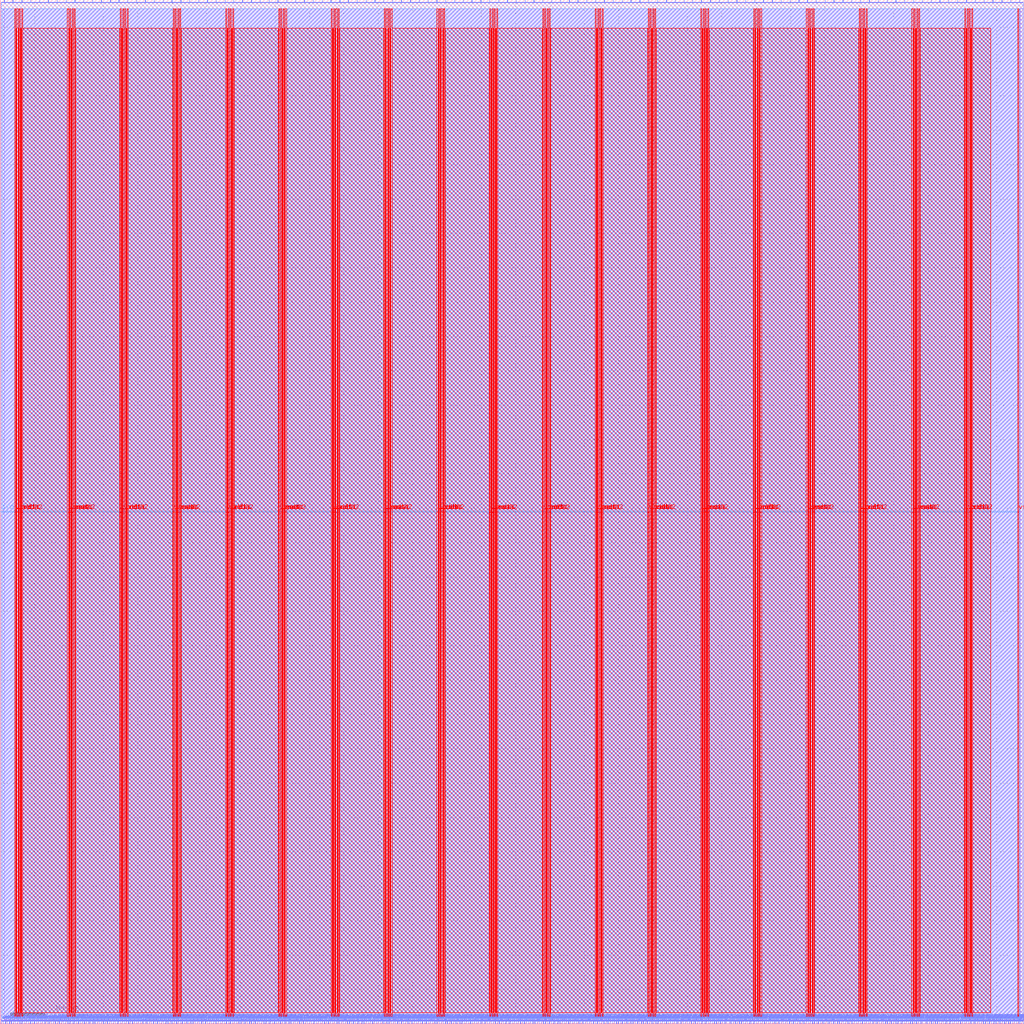
<source format=lef>
VERSION 5.7 ;
  NOWIREEXTENSIONATPIN ON ;
  DIVIDERCHAR "/" ;
  BUSBITCHARS "[]" ;
MACRO user_proj_example
  CLASS BLOCK ;
  FOREIGN user_proj_example ;
  ORIGIN 0.000 0.000 ;
  SIZE 1490.000 BY 1490.000 ;
  PIN io_in[0]
    DIRECTION INPUT ;
    USE SIGNAL ;
    PORT
      LAYER met2 ;
        RECT 6.070 1486.000 6.350 1490.000 ;
    END
  END io_in[0]
  PIN io_in[10]
    DIRECTION INPUT ;
    USE SIGNAL ;
    PORT
      LAYER met2 ;
        RECT 391.090 1486.000 391.370 1490.000 ;
    END
  END io_in[10]
  PIN io_in[11]
    DIRECTION INPUT ;
    USE SIGNAL ;
    PORT
      LAYER met2 ;
        RECT 429.730 1486.000 430.010 1490.000 ;
    END
  END io_in[11]
  PIN io_in[12]
    DIRECTION INPUT ;
    USE SIGNAL ;
    PORT
      LAYER met2 ;
        RECT 468.370 1486.000 468.650 1490.000 ;
    END
  END io_in[12]
  PIN io_in[13]
    DIRECTION INPUT ;
    USE SIGNAL ;
    PORT
      LAYER met2 ;
        RECT 506.550 1486.000 506.830 1490.000 ;
    END
  END io_in[13]
  PIN io_in[14]
    DIRECTION INPUT ;
    USE SIGNAL ;
    PORT
      LAYER met2 ;
        RECT 545.190 1486.000 545.470 1490.000 ;
    END
  END io_in[14]
  PIN io_in[15]
    DIRECTION INPUT ;
    USE SIGNAL ;
    PORT
      LAYER met2 ;
        RECT 583.830 1486.000 584.110 1490.000 ;
    END
  END io_in[15]
  PIN io_in[16]
    DIRECTION INPUT ;
    USE SIGNAL ;
    PORT
      LAYER met2 ;
        RECT 622.470 1486.000 622.750 1490.000 ;
    END
  END io_in[16]
  PIN io_in[17]
    DIRECTION INPUT ;
    USE SIGNAL ;
    PORT
      LAYER met2 ;
        RECT 661.110 1486.000 661.390 1490.000 ;
    END
  END io_in[17]
  PIN io_in[18]
    DIRECTION INPUT ;
    USE SIGNAL ;
    PORT
      LAYER met2 ;
        RECT 699.290 1486.000 699.570 1490.000 ;
    END
  END io_in[18]
  PIN io_in[19]
    DIRECTION INPUT ;
    USE SIGNAL ;
    PORT
      LAYER met2 ;
        RECT 737.930 1486.000 738.210 1490.000 ;
    END
  END io_in[19]
  PIN io_in[1]
    DIRECTION INPUT ;
    USE SIGNAL ;
    PORT
      LAYER met2 ;
        RECT 44.250 1486.000 44.530 1490.000 ;
    END
  END io_in[1]
  PIN io_in[20]
    DIRECTION INPUT ;
    USE SIGNAL ;
    PORT
      LAYER met2 ;
        RECT 776.570 1486.000 776.850 1490.000 ;
    END
  END io_in[20]
  PIN io_in[21]
    DIRECTION INPUT ;
    USE SIGNAL ;
    PORT
      LAYER met2 ;
        RECT 815.210 1486.000 815.490 1490.000 ;
    END
  END io_in[21]
  PIN io_in[22]
    DIRECTION INPUT ;
    USE SIGNAL ;
    PORT
      LAYER met2 ;
        RECT 853.390 1486.000 853.670 1490.000 ;
    END
  END io_in[22]
  PIN io_in[23]
    DIRECTION INPUT ;
    USE SIGNAL ;
    PORT
      LAYER met2 ;
        RECT 892.030 1486.000 892.310 1490.000 ;
    END
  END io_in[23]
  PIN io_in[24]
    DIRECTION INPUT ;
    USE SIGNAL ;
    PORT
      LAYER met2 ;
        RECT 930.670 1486.000 930.950 1490.000 ;
    END
  END io_in[24]
  PIN io_in[25]
    DIRECTION INPUT ;
    USE SIGNAL ;
    PORT
      LAYER met2 ;
        RECT 969.310 1486.000 969.590 1490.000 ;
    END
  END io_in[25]
  PIN io_in[26]
    DIRECTION INPUT ;
    USE SIGNAL ;
    PORT
      LAYER met2 ;
        RECT 1007.490 1486.000 1007.770 1490.000 ;
    END
  END io_in[26]
  PIN io_in[27]
    DIRECTION INPUT ;
    USE SIGNAL ;
    PORT
      LAYER met2 ;
        RECT 1046.130 1486.000 1046.410 1490.000 ;
    END
  END io_in[27]
  PIN io_in[28]
    DIRECTION INPUT ;
    USE SIGNAL ;
    PORT
      LAYER met2 ;
        RECT 1084.770 1486.000 1085.050 1490.000 ;
    END
  END io_in[28]
  PIN io_in[29]
    DIRECTION INPUT ;
    USE SIGNAL ;
    PORT
      LAYER met2 ;
        RECT 1123.410 1486.000 1123.690 1490.000 ;
    END
  END io_in[29]
  PIN io_in[2]
    DIRECTION INPUT ;
    USE SIGNAL ;
    PORT
      LAYER met2 ;
        RECT 82.890 1486.000 83.170 1490.000 ;
    END
  END io_in[2]
  PIN io_in[30]
    DIRECTION INPUT ;
    USE SIGNAL ;
    PORT
      LAYER met2 ;
        RECT 1162.050 1486.000 1162.330 1490.000 ;
    END
  END io_in[30]
  PIN io_in[31]
    DIRECTION INPUT ;
    USE SIGNAL ;
    PORT
      LAYER met2 ;
        RECT 1200.230 1486.000 1200.510 1490.000 ;
    END
  END io_in[31]
  PIN io_in[32]
    DIRECTION INPUT ;
    USE SIGNAL ;
    PORT
      LAYER met2 ;
        RECT 1238.870 1486.000 1239.150 1490.000 ;
    END
  END io_in[32]
  PIN io_in[33]
    DIRECTION INPUT ;
    USE SIGNAL ;
    PORT
      LAYER met2 ;
        RECT 1277.510 1486.000 1277.790 1490.000 ;
    END
  END io_in[33]
  PIN io_in[34]
    DIRECTION INPUT ;
    USE SIGNAL ;
    PORT
      LAYER met2 ;
        RECT 1316.150 1486.000 1316.430 1490.000 ;
    END
  END io_in[34]
  PIN io_in[35]
    DIRECTION INPUT ;
    USE SIGNAL ;
    PORT
      LAYER met2 ;
        RECT 1354.330 1486.000 1354.610 1490.000 ;
    END
  END io_in[35]
  PIN io_in[36]
    DIRECTION INPUT ;
    USE SIGNAL ;
    PORT
      LAYER met2 ;
        RECT 1392.970 1486.000 1393.250 1490.000 ;
    END
  END io_in[36]
  PIN io_in[37]
    DIRECTION INPUT ;
    USE SIGNAL ;
    PORT
      LAYER met2 ;
        RECT 1431.610 1486.000 1431.890 1490.000 ;
    END
  END io_in[37]
  PIN io_in[3]
    DIRECTION INPUT ;
    USE SIGNAL ;
    PORT
      LAYER met2 ;
        RECT 121.530 1486.000 121.810 1490.000 ;
    END
  END io_in[3]
  PIN io_in[4]
    DIRECTION INPUT ;
    USE SIGNAL ;
    PORT
      LAYER met2 ;
        RECT 160.170 1486.000 160.450 1490.000 ;
    END
  END io_in[4]
  PIN io_in[5]
    DIRECTION INPUT ;
    USE SIGNAL ;
    PORT
      LAYER met2 ;
        RECT 198.350 1486.000 198.630 1490.000 ;
    END
  END io_in[5]
  PIN io_in[6]
    DIRECTION INPUT ;
    USE SIGNAL ;
    PORT
      LAYER met2 ;
        RECT 236.990 1486.000 237.270 1490.000 ;
    END
  END io_in[6]
  PIN io_in[7]
    DIRECTION INPUT ;
    USE SIGNAL ;
    PORT
      LAYER met2 ;
        RECT 275.630 1486.000 275.910 1490.000 ;
    END
  END io_in[7]
  PIN io_in[8]
    DIRECTION INPUT ;
    USE SIGNAL ;
    PORT
      LAYER met2 ;
        RECT 314.270 1486.000 314.550 1490.000 ;
    END
  END io_in[8]
  PIN io_in[9]
    DIRECTION INPUT ;
    USE SIGNAL ;
    PORT
      LAYER met2 ;
        RECT 352.450 1486.000 352.730 1490.000 ;
    END
  END io_in[9]
  PIN io_oeb[0]
    DIRECTION OUTPUT TRISTATE ;
    USE SIGNAL ;
    PORT
      LAYER met2 ;
        RECT 18.490 1486.000 18.770 1490.000 ;
    END
  END io_oeb[0]
  PIN io_oeb[10]
    DIRECTION OUTPUT TRISTATE ;
    USE SIGNAL ;
    PORT
      LAYER met2 ;
        RECT 403.970 1486.000 404.250 1490.000 ;
    END
  END io_oeb[10]
  PIN io_oeb[11]
    DIRECTION OUTPUT TRISTATE ;
    USE SIGNAL ;
    PORT
      LAYER met2 ;
        RECT 442.610 1486.000 442.890 1490.000 ;
    END
  END io_oeb[11]
  PIN io_oeb[12]
    DIRECTION OUTPUT TRISTATE ;
    USE SIGNAL ;
    PORT
      LAYER met2 ;
        RECT 481.250 1486.000 481.530 1490.000 ;
    END
  END io_oeb[12]
  PIN io_oeb[13]
    DIRECTION OUTPUT TRISTATE ;
    USE SIGNAL ;
    PORT
      LAYER met2 ;
        RECT 519.430 1486.000 519.710 1490.000 ;
    END
  END io_oeb[13]
  PIN io_oeb[14]
    DIRECTION OUTPUT TRISTATE ;
    USE SIGNAL ;
    PORT
      LAYER met2 ;
        RECT 558.070 1486.000 558.350 1490.000 ;
    END
  END io_oeb[14]
  PIN io_oeb[15]
    DIRECTION OUTPUT TRISTATE ;
    USE SIGNAL ;
    PORT
      LAYER met2 ;
        RECT 596.710 1486.000 596.990 1490.000 ;
    END
  END io_oeb[15]
  PIN io_oeb[16]
    DIRECTION OUTPUT TRISTATE ;
    USE SIGNAL ;
    PORT
      LAYER met2 ;
        RECT 635.350 1486.000 635.630 1490.000 ;
    END
  END io_oeb[16]
  PIN io_oeb[17]
    DIRECTION OUTPUT TRISTATE ;
    USE SIGNAL ;
    PORT
      LAYER met2 ;
        RECT 673.530 1486.000 673.810 1490.000 ;
    END
  END io_oeb[17]
  PIN io_oeb[18]
    DIRECTION OUTPUT TRISTATE ;
    USE SIGNAL ;
    PORT
      LAYER met2 ;
        RECT 712.170 1486.000 712.450 1490.000 ;
    END
  END io_oeb[18]
  PIN io_oeb[19]
    DIRECTION OUTPUT TRISTATE ;
    USE SIGNAL ;
    PORT
      LAYER met2 ;
        RECT 750.810 1486.000 751.090 1490.000 ;
    END
  END io_oeb[19]
  PIN io_oeb[1]
    DIRECTION OUTPUT TRISTATE ;
    USE SIGNAL ;
    PORT
      LAYER met2 ;
        RECT 57.130 1486.000 57.410 1490.000 ;
    END
  END io_oeb[1]
  PIN io_oeb[20]
    DIRECTION OUTPUT TRISTATE ;
    USE SIGNAL ;
    PORT
      LAYER met2 ;
        RECT 789.450 1486.000 789.730 1490.000 ;
    END
  END io_oeb[20]
  PIN io_oeb[21]
    DIRECTION OUTPUT TRISTATE ;
    USE SIGNAL ;
    PORT
      LAYER met2 ;
        RECT 828.090 1486.000 828.370 1490.000 ;
    END
  END io_oeb[21]
  PIN io_oeb[22]
    DIRECTION OUTPUT TRISTATE ;
    USE SIGNAL ;
    PORT
      LAYER met2 ;
        RECT 866.270 1486.000 866.550 1490.000 ;
    END
  END io_oeb[22]
  PIN io_oeb[23]
    DIRECTION OUTPUT TRISTATE ;
    USE SIGNAL ;
    PORT
      LAYER met2 ;
        RECT 904.910 1486.000 905.190 1490.000 ;
    END
  END io_oeb[23]
  PIN io_oeb[24]
    DIRECTION OUTPUT TRISTATE ;
    USE SIGNAL ;
    PORT
      LAYER met2 ;
        RECT 943.550 1486.000 943.830 1490.000 ;
    END
  END io_oeb[24]
  PIN io_oeb[25]
    DIRECTION OUTPUT TRISTATE ;
    USE SIGNAL ;
    PORT
      LAYER met2 ;
        RECT 982.190 1486.000 982.470 1490.000 ;
    END
  END io_oeb[25]
  PIN io_oeb[26]
    DIRECTION OUTPUT TRISTATE ;
    USE SIGNAL ;
    PORT
      LAYER met2 ;
        RECT 1020.370 1486.000 1020.650 1490.000 ;
    END
  END io_oeb[26]
  PIN io_oeb[27]
    DIRECTION OUTPUT TRISTATE ;
    USE SIGNAL ;
    PORT
      LAYER met2 ;
        RECT 1059.010 1486.000 1059.290 1490.000 ;
    END
  END io_oeb[27]
  PIN io_oeb[28]
    DIRECTION OUTPUT TRISTATE ;
    USE SIGNAL ;
    PORT
      LAYER met2 ;
        RECT 1097.650 1486.000 1097.930 1490.000 ;
    END
  END io_oeb[28]
  PIN io_oeb[29]
    DIRECTION OUTPUT TRISTATE ;
    USE SIGNAL ;
    PORT
      LAYER met2 ;
        RECT 1136.290 1486.000 1136.570 1490.000 ;
    END
  END io_oeb[29]
  PIN io_oeb[2]
    DIRECTION OUTPUT TRISTATE ;
    USE SIGNAL ;
    PORT
      LAYER met2 ;
        RECT 95.770 1486.000 96.050 1490.000 ;
    END
  END io_oeb[2]
  PIN io_oeb[30]
    DIRECTION OUTPUT TRISTATE ;
    USE SIGNAL ;
    PORT
      LAYER met2 ;
        RECT 1174.470 1486.000 1174.750 1490.000 ;
    END
  END io_oeb[30]
  PIN io_oeb[31]
    DIRECTION OUTPUT TRISTATE ;
    USE SIGNAL ;
    PORT
      LAYER met2 ;
        RECT 1213.110 1486.000 1213.390 1490.000 ;
    END
  END io_oeb[31]
  PIN io_oeb[32]
    DIRECTION OUTPUT TRISTATE ;
    USE SIGNAL ;
    PORT
      LAYER met2 ;
        RECT 1251.750 1486.000 1252.030 1490.000 ;
    END
  END io_oeb[32]
  PIN io_oeb[33]
    DIRECTION OUTPUT TRISTATE ;
    USE SIGNAL ;
    PORT
      LAYER met2 ;
        RECT 1290.390 1486.000 1290.670 1490.000 ;
    END
  END io_oeb[33]
  PIN io_oeb[34]
    DIRECTION OUTPUT TRISTATE ;
    USE SIGNAL ;
    PORT
      LAYER met2 ;
        RECT 1329.030 1486.000 1329.310 1490.000 ;
    END
  END io_oeb[34]
  PIN io_oeb[35]
    DIRECTION OUTPUT TRISTATE ;
    USE SIGNAL ;
    PORT
      LAYER met2 ;
        RECT 1367.210 1486.000 1367.490 1490.000 ;
    END
  END io_oeb[35]
  PIN io_oeb[36]
    DIRECTION OUTPUT TRISTATE ;
    USE SIGNAL ;
    PORT
      LAYER met2 ;
        RECT 1405.850 1486.000 1406.130 1490.000 ;
    END
  END io_oeb[36]
  PIN io_oeb[37]
    DIRECTION OUTPUT TRISTATE ;
    USE SIGNAL ;
    PORT
      LAYER met2 ;
        RECT 1444.490 1486.000 1444.770 1490.000 ;
    END
  END io_oeb[37]
  PIN io_oeb[3]
    DIRECTION OUTPUT TRISTATE ;
    USE SIGNAL ;
    PORT
      LAYER met2 ;
        RECT 134.410 1486.000 134.690 1490.000 ;
    END
  END io_oeb[3]
  PIN io_oeb[4]
    DIRECTION OUTPUT TRISTATE ;
    USE SIGNAL ;
    PORT
      LAYER met2 ;
        RECT 172.590 1486.000 172.870 1490.000 ;
    END
  END io_oeb[4]
  PIN io_oeb[5]
    DIRECTION OUTPUT TRISTATE ;
    USE SIGNAL ;
    PORT
      LAYER met2 ;
        RECT 211.230 1486.000 211.510 1490.000 ;
    END
  END io_oeb[5]
  PIN io_oeb[6]
    DIRECTION OUTPUT TRISTATE ;
    USE SIGNAL ;
    PORT
      LAYER met2 ;
        RECT 249.870 1486.000 250.150 1490.000 ;
    END
  END io_oeb[6]
  PIN io_oeb[7]
    DIRECTION OUTPUT TRISTATE ;
    USE SIGNAL ;
    PORT
      LAYER met2 ;
        RECT 288.510 1486.000 288.790 1490.000 ;
    END
  END io_oeb[7]
  PIN io_oeb[8]
    DIRECTION OUTPUT TRISTATE ;
    USE SIGNAL ;
    PORT
      LAYER met2 ;
        RECT 327.150 1486.000 327.430 1490.000 ;
    END
  END io_oeb[8]
  PIN io_oeb[9]
    DIRECTION OUTPUT TRISTATE ;
    USE SIGNAL ;
    PORT
      LAYER met2 ;
        RECT 365.330 1486.000 365.610 1490.000 ;
    END
  END io_oeb[9]
  PIN io_out[0]
    DIRECTION OUTPUT TRISTATE ;
    USE SIGNAL ;
    PORT
      LAYER met2 ;
        RECT 31.370 1486.000 31.650 1490.000 ;
    END
  END io_out[0]
  PIN io_out[10]
    DIRECTION OUTPUT TRISTATE ;
    USE SIGNAL ;
    PORT
      LAYER met2 ;
        RECT 416.850 1486.000 417.130 1490.000 ;
    END
  END io_out[10]
  PIN io_out[11]
    DIRECTION OUTPUT TRISTATE ;
    USE SIGNAL ;
    PORT
      LAYER met2 ;
        RECT 455.490 1486.000 455.770 1490.000 ;
    END
  END io_out[11]
  PIN io_out[12]
    DIRECTION OUTPUT TRISTATE ;
    USE SIGNAL ;
    PORT
      LAYER met2 ;
        RECT 494.130 1486.000 494.410 1490.000 ;
    END
  END io_out[12]
  PIN io_out[13]
    DIRECTION OUTPUT TRISTATE ;
    USE SIGNAL ;
    PORT
      LAYER met2 ;
        RECT 532.310 1486.000 532.590 1490.000 ;
    END
  END io_out[13]
  PIN io_out[14]
    DIRECTION OUTPUT TRISTATE ;
    USE SIGNAL ;
    PORT
      LAYER met2 ;
        RECT 570.950 1486.000 571.230 1490.000 ;
    END
  END io_out[14]
  PIN io_out[15]
    DIRECTION OUTPUT TRISTATE ;
    USE SIGNAL ;
    PORT
      LAYER met2 ;
        RECT 609.590 1486.000 609.870 1490.000 ;
    END
  END io_out[15]
  PIN io_out[16]
    DIRECTION OUTPUT TRISTATE ;
    USE SIGNAL ;
    PORT
      LAYER met2 ;
        RECT 648.230 1486.000 648.510 1490.000 ;
    END
  END io_out[16]
  PIN io_out[17]
    DIRECTION OUTPUT TRISTATE ;
    USE SIGNAL ;
    PORT
      LAYER met2 ;
        RECT 686.410 1486.000 686.690 1490.000 ;
    END
  END io_out[17]
  PIN io_out[18]
    DIRECTION OUTPUT TRISTATE ;
    USE SIGNAL ;
    PORT
      LAYER met2 ;
        RECT 725.050 1486.000 725.330 1490.000 ;
    END
  END io_out[18]
  PIN io_out[19]
    DIRECTION OUTPUT TRISTATE ;
    USE SIGNAL ;
    PORT
      LAYER met2 ;
        RECT 763.690 1486.000 763.970 1490.000 ;
    END
  END io_out[19]
  PIN io_out[1]
    DIRECTION OUTPUT TRISTATE ;
    USE SIGNAL ;
    PORT
      LAYER met2 ;
        RECT 70.010 1486.000 70.290 1490.000 ;
    END
  END io_out[1]
  PIN io_out[20]
    DIRECTION OUTPUT TRISTATE ;
    USE SIGNAL ;
    PORT
      LAYER met2 ;
        RECT 802.330 1486.000 802.610 1490.000 ;
    END
  END io_out[20]
  PIN io_out[21]
    DIRECTION OUTPUT TRISTATE ;
    USE SIGNAL ;
    PORT
      LAYER met2 ;
        RECT 840.510 1486.000 840.790 1490.000 ;
    END
  END io_out[21]
  PIN io_out[22]
    DIRECTION OUTPUT TRISTATE ;
    USE SIGNAL ;
    PORT
      LAYER met2 ;
        RECT 879.150 1486.000 879.430 1490.000 ;
    END
  END io_out[22]
  PIN io_out[23]
    DIRECTION OUTPUT TRISTATE ;
    USE SIGNAL ;
    PORT
      LAYER met2 ;
        RECT 917.790 1486.000 918.070 1490.000 ;
    END
  END io_out[23]
  PIN io_out[24]
    DIRECTION OUTPUT TRISTATE ;
    USE SIGNAL ;
    PORT
      LAYER met2 ;
        RECT 956.430 1486.000 956.710 1490.000 ;
    END
  END io_out[24]
  PIN io_out[25]
    DIRECTION OUTPUT TRISTATE ;
    USE SIGNAL ;
    PORT
      LAYER met2 ;
        RECT 995.070 1486.000 995.350 1490.000 ;
    END
  END io_out[25]
  PIN io_out[26]
    DIRECTION OUTPUT TRISTATE ;
    USE SIGNAL ;
    PORT
      LAYER met2 ;
        RECT 1033.250 1486.000 1033.530 1490.000 ;
    END
  END io_out[26]
  PIN io_out[27]
    DIRECTION OUTPUT TRISTATE ;
    USE SIGNAL ;
    PORT
      LAYER met2 ;
        RECT 1071.890 1486.000 1072.170 1490.000 ;
    END
  END io_out[27]
  PIN io_out[28]
    DIRECTION OUTPUT TRISTATE ;
    USE SIGNAL ;
    PORT
      LAYER met2 ;
        RECT 1110.530 1486.000 1110.810 1490.000 ;
    END
  END io_out[28]
  PIN io_out[29]
    DIRECTION OUTPUT TRISTATE ;
    USE SIGNAL ;
    PORT
      LAYER met2 ;
        RECT 1149.170 1486.000 1149.450 1490.000 ;
    END
  END io_out[29]
  PIN io_out[2]
    DIRECTION OUTPUT TRISTATE ;
    USE SIGNAL ;
    PORT
      LAYER met2 ;
        RECT 108.650 1486.000 108.930 1490.000 ;
    END
  END io_out[2]
  PIN io_out[30]
    DIRECTION OUTPUT TRISTATE ;
    USE SIGNAL ;
    PORT
      LAYER met2 ;
        RECT 1187.350 1486.000 1187.630 1490.000 ;
    END
  END io_out[30]
  PIN io_out[31]
    DIRECTION OUTPUT TRISTATE ;
    USE SIGNAL ;
    PORT
      LAYER met2 ;
        RECT 1225.990 1486.000 1226.270 1490.000 ;
    END
  END io_out[31]
  PIN io_out[32]
    DIRECTION OUTPUT TRISTATE ;
    USE SIGNAL ;
    PORT
      LAYER met2 ;
        RECT 1264.630 1486.000 1264.910 1490.000 ;
    END
  END io_out[32]
  PIN io_out[33]
    DIRECTION OUTPUT TRISTATE ;
    USE SIGNAL ;
    PORT
      LAYER met2 ;
        RECT 1303.270 1486.000 1303.550 1490.000 ;
    END
  END io_out[33]
  PIN io_out[34]
    DIRECTION OUTPUT TRISTATE ;
    USE SIGNAL ;
    PORT
      LAYER met2 ;
        RECT 1341.450 1486.000 1341.730 1490.000 ;
    END
  END io_out[34]
  PIN io_out[35]
    DIRECTION OUTPUT TRISTATE ;
    USE SIGNAL ;
    PORT
      LAYER met2 ;
        RECT 1380.090 1486.000 1380.370 1490.000 ;
    END
  END io_out[35]
  PIN io_out[36]
    DIRECTION OUTPUT TRISTATE ;
    USE SIGNAL ;
    PORT
      LAYER met2 ;
        RECT 1418.730 1486.000 1419.010 1490.000 ;
    END
  END io_out[36]
  PIN io_out[37]
    DIRECTION OUTPUT TRISTATE ;
    USE SIGNAL ;
    PORT
      LAYER met2 ;
        RECT 1457.370 1486.000 1457.650 1490.000 ;
    END
  END io_out[37]
  PIN io_out[3]
    DIRECTION OUTPUT TRISTATE ;
    USE SIGNAL ;
    PORT
      LAYER met2 ;
        RECT 147.290 1486.000 147.570 1490.000 ;
    END
  END io_out[3]
  PIN io_out[4]
    DIRECTION OUTPUT TRISTATE ;
    USE SIGNAL ;
    PORT
      LAYER met2 ;
        RECT 185.470 1486.000 185.750 1490.000 ;
    END
  END io_out[4]
  PIN io_out[5]
    DIRECTION OUTPUT TRISTATE ;
    USE SIGNAL ;
    PORT
      LAYER met2 ;
        RECT 224.110 1486.000 224.390 1490.000 ;
    END
  END io_out[5]
  PIN io_out[6]
    DIRECTION OUTPUT TRISTATE ;
    USE SIGNAL ;
    PORT
      LAYER met2 ;
        RECT 262.750 1486.000 263.030 1490.000 ;
    END
  END io_out[6]
  PIN io_out[7]
    DIRECTION OUTPUT TRISTATE ;
    USE SIGNAL ;
    PORT
      LAYER met2 ;
        RECT 301.390 1486.000 301.670 1490.000 ;
    END
  END io_out[7]
  PIN io_out[8]
    DIRECTION OUTPUT TRISTATE ;
    USE SIGNAL ;
    PORT
      LAYER met2 ;
        RECT 339.570 1486.000 339.850 1490.000 ;
    END
  END io_out[8]
  PIN io_out[9]
    DIRECTION OUTPUT TRISTATE ;
    USE SIGNAL ;
    PORT
      LAYER met2 ;
        RECT 378.210 1486.000 378.490 1490.000 ;
    END
  END io_out[9]
  PIN irq[0]
    DIRECTION OUTPUT TRISTATE ;
    USE SIGNAL ;
    PORT
      LAYER met3 ;
        RECT 0.000 744.640 4.000 745.240 ;
    END
  END irq[0]
  PIN irq[1]
    DIRECTION OUTPUT TRISTATE ;
    USE SIGNAL ;
    PORT
      LAYER met2 ;
        RECT 1470.250 1486.000 1470.530 1490.000 ;
    END
  END irq[1]
  PIN irq[2]
    DIRECTION OUTPUT TRISTATE ;
    USE SIGNAL ;
    PORT
      LAYER met2 ;
        RECT 1483.130 1486.000 1483.410 1490.000 ;
    END
  END irq[2]
  PIN la_data_in[0]
    DIRECTION INPUT ;
    USE SIGNAL ;
    PORT
      LAYER met2 ;
        RECT 323.010 0.000 323.290 4.000 ;
    END
  END la_data_in[0]
  PIN la_data_in[100]
    DIRECTION INPUT ;
    USE SIGNAL ;
    PORT
      LAYER met2 ;
        RECT 1233.350 0.000 1233.630 4.000 ;
    END
  END la_data_in[100]
  PIN la_data_in[101]
    DIRECTION INPUT ;
    USE SIGNAL ;
    PORT
      LAYER met2 ;
        RECT 1242.550 0.000 1242.830 4.000 ;
    END
  END la_data_in[101]
  PIN la_data_in[102]
    DIRECTION INPUT ;
    USE SIGNAL ;
    PORT
      LAYER met2 ;
        RECT 1251.290 0.000 1251.570 4.000 ;
    END
  END la_data_in[102]
  PIN la_data_in[103]
    DIRECTION INPUT ;
    USE SIGNAL ;
    PORT
      LAYER met2 ;
        RECT 1260.490 0.000 1260.770 4.000 ;
    END
  END la_data_in[103]
  PIN la_data_in[104]
    DIRECTION INPUT ;
    USE SIGNAL ;
    PORT
      LAYER met2 ;
        RECT 1269.690 0.000 1269.970 4.000 ;
    END
  END la_data_in[104]
  PIN la_data_in[105]
    DIRECTION INPUT ;
    USE SIGNAL ;
    PORT
      LAYER met2 ;
        RECT 1278.890 0.000 1279.170 4.000 ;
    END
  END la_data_in[105]
  PIN la_data_in[106]
    DIRECTION INPUT ;
    USE SIGNAL ;
    PORT
      LAYER met2 ;
        RECT 1288.090 0.000 1288.370 4.000 ;
    END
  END la_data_in[106]
  PIN la_data_in[107]
    DIRECTION INPUT ;
    USE SIGNAL ;
    PORT
      LAYER met2 ;
        RECT 1296.830 0.000 1297.110 4.000 ;
    END
  END la_data_in[107]
  PIN la_data_in[108]
    DIRECTION INPUT ;
    USE SIGNAL ;
    PORT
      LAYER met2 ;
        RECT 1306.030 0.000 1306.310 4.000 ;
    END
  END la_data_in[108]
  PIN la_data_in[109]
    DIRECTION INPUT ;
    USE SIGNAL ;
    PORT
      LAYER met2 ;
        RECT 1315.230 0.000 1315.510 4.000 ;
    END
  END la_data_in[109]
  PIN la_data_in[10]
    DIRECTION INPUT ;
    USE SIGNAL ;
    PORT
      LAYER met2 ;
        RECT 414.090 0.000 414.370 4.000 ;
    END
  END la_data_in[10]
  PIN la_data_in[110]
    DIRECTION INPUT ;
    USE SIGNAL ;
    PORT
      LAYER met2 ;
        RECT 1324.430 0.000 1324.710 4.000 ;
    END
  END la_data_in[110]
  PIN la_data_in[111]
    DIRECTION INPUT ;
    USE SIGNAL ;
    PORT
      LAYER met2 ;
        RECT 1333.170 0.000 1333.450 4.000 ;
    END
  END la_data_in[111]
  PIN la_data_in[112]
    DIRECTION INPUT ;
    USE SIGNAL ;
    PORT
      LAYER met2 ;
        RECT 1342.370 0.000 1342.650 4.000 ;
    END
  END la_data_in[112]
  PIN la_data_in[113]
    DIRECTION INPUT ;
    USE SIGNAL ;
    PORT
      LAYER met2 ;
        RECT 1351.570 0.000 1351.850 4.000 ;
    END
  END la_data_in[113]
  PIN la_data_in[114]
    DIRECTION INPUT ;
    USE SIGNAL ;
    PORT
      LAYER met2 ;
        RECT 1360.770 0.000 1361.050 4.000 ;
    END
  END la_data_in[114]
  PIN la_data_in[115]
    DIRECTION INPUT ;
    USE SIGNAL ;
    PORT
      LAYER met2 ;
        RECT 1369.970 0.000 1370.250 4.000 ;
    END
  END la_data_in[115]
  PIN la_data_in[116]
    DIRECTION INPUT ;
    USE SIGNAL ;
    PORT
      LAYER met2 ;
        RECT 1378.710 0.000 1378.990 4.000 ;
    END
  END la_data_in[116]
  PIN la_data_in[117]
    DIRECTION INPUT ;
    USE SIGNAL ;
    PORT
      LAYER met2 ;
        RECT 1387.910 0.000 1388.190 4.000 ;
    END
  END la_data_in[117]
  PIN la_data_in[118]
    DIRECTION INPUT ;
    USE SIGNAL ;
    PORT
      LAYER met2 ;
        RECT 1397.110 0.000 1397.390 4.000 ;
    END
  END la_data_in[118]
  PIN la_data_in[119]
    DIRECTION INPUT ;
    USE SIGNAL ;
    PORT
      LAYER met2 ;
        RECT 1406.310 0.000 1406.590 4.000 ;
    END
  END la_data_in[119]
  PIN la_data_in[11]
    DIRECTION INPUT ;
    USE SIGNAL ;
    PORT
      LAYER met2 ;
        RECT 422.830 0.000 423.110 4.000 ;
    END
  END la_data_in[11]
  PIN la_data_in[120]
    DIRECTION INPUT ;
    USE SIGNAL ;
    PORT
      LAYER met2 ;
        RECT 1415.510 0.000 1415.790 4.000 ;
    END
  END la_data_in[120]
  PIN la_data_in[121]
    DIRECTION INPUT ;
    USE SIGNAL ;
    PORT
      LAYER met2 ;
        RECT 1424.250 0.000 1424.530 4.000 ;
    END
  END la_data_in[121]
  PIN la_data_in[122]
    DIRECTION INPUT ;
    USE SIGNAL ;
    PORT
      LAYER met2 ;
        RECT 1433.450 0.000 1433.730 4.000 ;
    END
  END la_data_in[122]
  PIN la_data_in[123]
    DIRECTION INPUT ;
    USE SIGNAL ;
    PORT
      LAYER met2 ;
        RECT 1442.650 0.000 1442.930 4.000 ;
    END
  END la_data_in[123]
  PIN la_data_in[124]
    DIRECTION INPUT ;
    USE SIGNAL ;
    PORT
      LAYER met2 ;
        RECT 1451.850 0.000 1452.130 4.000 ;
    END
  END la_data_in[124]
  PIN la_data_in[125]
    DIRECTION INPUT ;
    USE SIGNAL ;
    PORT
      LAYER met2 ;
        RECT 1461.050 0.000 1461.330 4.000 ;
    END
  END la_data_in[125]
  PIN la_data_in[126]
    DIRECTION INPUT ;
    USE SIGNAL ;
    PORT
      LAYER met2 ;
        RECT 1469.790 0.000 1470.070 4.000 ;
    END
  END la_data_in[126]
  PIN la_data_in[127]
    DIRECTION INPUT ;
    USE SIGNAL ;
    PORT
      LAYER met2 ;
        RECT 1478.990 0.000 1479.270 4.000 ;
    END
  END la_data_in[127]
  PIN la_data_in[12]
    DIRECTION INPUT ;
    USE SIGNAL ;
    PORT
      LAYER met2 ;
        RECT 432.030 0.000 432.310 4.000 ;
    END
  END la_data_in[12]
  PIN la_data_in[13]
    DIRECTION INPUT ;
    USE SIGNAL ;
    PORT
      LAYER met2 ;
        RECT 441.230 0.000 441.510 4.000 ;
    END
  END la_data_in[13]
  PIN la_data_in[14]
    DIRECTION INPUT ;
    USE SIGNAL ;
    PORT
      LAYER met2 ;
        RECT 450.430 0.000 450.710 4.000 ;
    END
  END la_data_in[14]
  PIN la_data_in[15]
    DIRECTION INPUT ;
    USE SIGNAL ;
    PORT
      LAYER met2 ;
        RECT 459.630 0.000 459.910 4.000 ;
    END
  END la_data_in[15]
  PIN la_data_in[16]
    DIRECTION INPUT ;
    USE SIGNAL ;
    PORT
      LAYER met2 ;
        RECT 468.370 0.000 468.650 4.000 ;
    END
  END la_data_in[16]
  PIN la_data_in[17]
    DIRECTION INPUT ;
    USE SIGNAL ;
    PORT
      LAYER met2 ;
        RECT 477.570 0.000 477.850 4.000 ;
    END
  END la_data_in[17]
  PIN la_data_in[18]
    DIRECTION INPUT ;
    USE SIGNAL ;
    PORT
      LAYER met2 ;
        RECT 486.770 0.000 487.050 4.000 ;
    END
  END la_data_in[18]
  PIN la_data_in[19]
    DIRECTION INPUT ;
    USE SIGNAL ;
    PORT
      LAYER met2 ;
        RECT 495.970 0.000 496.250 4.000 ;
    END
  END la_data_in[19]
  PIN la_data_in[1]
    DIRECTION INPUT ;
    USE SIGNAL ;
    PORT
      LAYER met2 ;
        RECT 332.210 0.000 332.490 4.000 ;
    END
  END la_data_in[1]
  PIN la_data_in[20]
    DIRECTION INPUT ;
    USE SIGNAL ;
    PORT
      LAYER met2 ;
        RECT 505.170 0.000 505.450 4.000 ;
    END
  END la_data_in[20]
  PIN la_data_in[21]
    DIRECTION INPUT ;
    USE SIGNAL ;
    PORT
      LAYER met2 ;
        RECT 513.910 0.000 514.190 4.000 ;
    END
  END la_data_in[21]
  PIN la_data_in[22]
    DIRECTION INPUT ;
    USE SIGNAL ;
    PORT
      LAYER met2 ;
        RECT 523.110 0.000 523.390 4.000 ;
    END
  END la_data_in[22]
  PIN la_data_in[23]
    DIRECTION INPUT ;
    USE SIGNAL ;
    PORT
      LAYER met2 ;
        RECT 532.310 0.000 532.590 4.000 ;
    END
  END la_data_in[23]
  PIN la_data_in[24]
    DIRECTION INPUT ;
    USE SIGNAL ;
    PORT
      LAYER met2 ;
        RECT 541.510 0.000 541.790 4.000 ;
    END
  END la_data_in[24]
  PIN la_data_in[25]
    DIRECTION INPUT ;
    USE SIGNAL ;
    PORT
      LAYER met2 ;
        RECT 550.710 0.000 550.990 4.000 ;
    END
  END la_data_in[25]
  PIN la_data_in[26]
    DIRECTION INPUT ;
    USE SIGNAL ;
    PORT
      LAYER met2 ;
        RECT 559.450 0.000 559.730 4.000 ;
    END
  END la_data_in[26]
  PIN la_data_in[27]
    DIRECTION INPUT ;
    USE SIGNAL ;
    PORT
      LAYER met2 ;
        RECT 568.650 0.000 568.930 4.000 ;
    END
  END la_data_in[27]
  PIN la_data_in[28]
    DIRECTION INPUT ;
    USE SIGNAL ;
    PORT
      LAYER met2 ;
        RECT 577.850 0.000 578.130 4.000 ;
    END
  END la_data_in[28]
  PIN la_data_in[29]
    DIRECTION INPUT ;
    USE SIGNAL ;
    PORT
      LAYER met2 ;
        RECT 587.050 0.000 587.330 4.000 ;
    END
  END la_data_in[29]
  PIN la_data_in[2]
    DIRECTION INPUT ;
    USE SIGNAL ;
    PORT
      LAYER met2 ;
        RECT 340.950 0.000 341.230 4.000 ;
    END
  END la_data_in[2]
  PIN la_data_in[30]
    DIRECTION INPUT ;
    USE SIGNAL ;
    PORT
      LAYER met2 ;
        RECT 595.790 0.000 596.070 4.000 ;
    END
  END la_data_in[30]
  PIN la_data_in[31]
    DIRECTION INPUT ;
    USE SIGNAL ;
    PORT
      LAYER met2 ;
        RECT 604.990 0.000 605.270 4.000 ;
    END
  END la_data_in[31]
  PIN la_data_in[32]
    DIRECTION INPUT ;
    USE SIGNAL ;
    PORT
      LAYER met2 ;
        RECT 614.190 0.000 614.470 4.000 ;
    END
  END la_data_in[32]
  PIN la_data_in[33]
    DIRECTION INPUT ;
    USE SIGNAL ;
    PORT
      LAYER met2 ;
        RECT 623.390 0.000 623.670 4.000 ;
    END
  END la_data_in[33]
  PIN la_data_in[34]
    DIRECTION INPUT ;
    USE SIGNAL ;
    PORT
      LAYER met2 ;
        RECT 632.590 0.000 632.870 4.000 ;
    END
  END la_data_in[34]
  PIN la_data_in[35]
    DIRECTION INPUT ;
    USE SIGNAL ;
    PORT
      LAYER met2 ;
        RECT 641.330 0.000 641.610 4.000 ;
    END
  END la_data_in[35]
  PIN la_data_in[36]
    DIRECTION INPUT ;
    USE SIGNAL ;
    PORT
      LAYER met2 ;
        RECT 650.530 0.000 650.810 4.000 ;
    END
  END la_data_in[36]
  PIN la_data_in[37]
    DIRECTION INPUT ;
    USE SIGNAL ;
    PORT
      LAYER met2 ;
        RECT 659.730 0.000 660.010 4.000 ;
    END
  END la_data_in[37]
  PIN la_data_in[38]
    DIRECTION INPUT ;
    USE SIGNAL ;
    PORT
      LAYER met2 ;
        RECT 668.930 0.000 669.210 4.000 ;
    END
  END la_data_in[38]
  PIN la_data_in[39]
    DIRECTION INPUT ;
    USE SIGNAL ;
    PORT
      LAYER met2 ;
        RECT 678.130 0.000 678.410 4.000 ;
    END
  END la_data_in[39]
  PIN la_data_in[3]
    DIRECTION INPUT ;
    USE SIGNAL ;
    PORT
      LAYER met2 ;
        RECT 350.150 0.000 350.430 4.000 ;
    END
  END la_data_in[3]
  PIN la_data_in[40]
    DIRECTION INPUT ;
    USE SIGNAL ;
    PORT
      LAYER met2 ;
        RECT 686.870 0.000 687.150 4.000 ;
    END
  END la_data_in[40]
  PIN la_data_in[41]
    DIRECTION INPUT ;
    USE SIGNAL ;
    PORT
      LAYER met2 ;
        RECT 696.070 0.000 696.350 4.000 ;
    END
  END la_data_in[41]
  PIN la_data_in[42]
    DIRECTION INPUT ;
    USE SIGNAL ;
    PORT
      LAYER met2 ;
        RECT 705.270 0.000 705.550 4.000 ;
    END
  END la_data_in[42]
  PIN la_data_in[43]
    DIRECTION INPUT ;
    USE SIGNAL ;
    PORT
      LAYER met2 ;
        RECT 714.470 0.000 714.750 4.000 ;
    END
  END la_data_in[43]
  PIN la_data_in[44]
    DIRECTION INPUT ;
    USE SIGNAL ;
    PORT
      LAYER met2 ;
        RECT 723.670 0.000 723.950 4.000 ;
    END
  END la_data_in[44]
  PIN la_data_in[45]
    DIRECTION INPUT ;
    USE SIGNAL ;
    PORT
      LAYER met2 ;
        RECT 732.410 0.000 732.690 4.000 ;
    END
  END la_data_in[45]
  PIN la_data_in[46]
    DIRECTION INPUT ;
    USE SIGNAL ;
    PORT
      LAYER met2 ;
        RECT 741.610 0.000 741.890 4.000 ;
    END
  END la_data_in[46]
  PIN la_data_in[47]
    DIRECTION INPUT ;
    USE SIGNAL ;
    PORT
      LAYER met2 ;
        RECT 750.810 0.000 751.090 4.000 ;
    END
  END la_data_in[47]
  PIN la_data_in[48]
    DIRECTION INPUT ;
    USE SIGNAL ;
    PORT
      LAYER met2 ;
        RECT 760.010 0.000 760.290 4.000 ;
    END
  END la_data_in[48]
  PIN la_data_in[49]
    DIRECTION INPUT ;
    USE SIGNAL ;
    PORT
      LAYER met2 ;
        RECT 768.750 0.000 769.030 4.000 ;
    END
  END la_data_in[49]
  PIN la_data_in[4]
    DIRECTION INPUT ;
    USE SIGNAL ;
    PORT
      LAYER met2 ;
        RECT 359.350 0.000 359.630 4.000 ;
    END
  END la_data_in[4]
  PIN la_data_in[50]
    DIRECTION INPUT ;
    USE SIGNAL ;
    PORT
      LAYER met2 ;
        RECT 777.950 0.000 778.230 4.000 ;
    END
  END la_data_in[50]
  PIN la_data_in[51]
    DIRECTION INPUT ;
    USE SIGNAL ;
    PORT
      LAYER met2 ;
        RECT 787.150 0.000 787.430 4.000 ;
    END
  END la_data_in[51]
  PIN la_data_in[52]
    DIRECTION INPUT ;
    USE SIGNAL ;
    PORT
      LAYER met2 ;
        RECT 796.350 0.000 796.630 4.000 ;
    END
  END la_data_in[52]
  PIN la_data_in[53]
    DIRECTION INPUT ;
    USE SIGNAL ;
    PORT
      LAYER met2 ;
        RECT 805.550 0.000 805.830 4.000 ;
    END
  END la_data_in[53]
  PIN la_data_in[54]
    DIRECTION INPUT ;
    USE SIGNAL ;
    PORT
      LAYER met2 ;
        RECT 814.290 0.000 814.570 4.000 ;
    END
  END la_data_in[54]
  PIN la_data_in[55]
    DIRECTION INPUT ;
    USE SIGNAL ;
    PORT
      LAYER met2 ;
        RECT 823.490 0.000 823.770 4.000 ;
    END
  END la_data_in[55]
  PIN la_data_in[56]
    DIRECTION INPUT ;
    USE SIGNAL ;
    PORT
      LAYER met2 ;
        RECT 832.690 0.000 832.970 4.000 ;
    END
  END la_data_in[56]
  PIN la_data_in[57]
    DIRECTION INPUT ;
    USE SIGNAL ;
    PORT
      LAYER met2 ;
        RECT 841.890 0.000 842.170 4.000 ;
    END
  END la_data_in[57]
  PIN la_data_in[58]
    DIRECTION INPUT ;
    USE SIGNAL ;
    PORT
      LAYER met2 ;
        RECT 851.090 0.000 851.370 4.000 ;
    END
  END la_data_in[58]
  PIN la_data_in[59]
    DIRECTION INPUT ;
    USE SIGNAL ;
    PORT
      LAYER met2 ;
        RECT 859.830 0.000 860.110 4.000 ;
    END
  END la_data_in[59]
  PIN la_data_in[5]
    DIRECTION INPUT ;
    USE SIGNAL ;
    PORT
      LAYER met2 ;
        RECT 368.550 0.000 368.830 4.000 ;
    END
  END la_data_in[5]
  PIN la_data_in[60]
    DIRECTION INPUT ;
    USE SIGNAL ;
    PORT
      LAYER met2 ;
        RECT 869.030 0.000 869.310 4.000 ;
    END
  END la_data_in[60]
  PIN la_data_in[61]
    DIRECTION INPUT ;
    USE SIGNAL ;
    PORT
      LAYER met2 ;
        RECT 878.230 0.000 878.510 4.000 ;
    END
  END la_data_in[61]
  PIN la_data_in[62]
    DIRECTION INPUT ;
    USE SIGNAL ;
    PORT
      LAYER met2 ;
        RECT 887.430 0.000 887.710 4.000 ;
    END
  END la_data_in[62]
  PIN la_data_in[63]
    DIRECTION INPUT ;
    USE SIGNAL ;
    PORT
      LAYER met2 ;
        RECT 896.630 0.000 896.910 4.000 ;
    END
  END la_data_in[63]
  PIN la_data_in[64]
    DIRECTION INPUT ;
    USE SIGNAL ;
    PORT
      LAYER met2 ;
        RECT 905.370 0.000 905.650 4.000 ;
    END
  END la_data_in[64]
  PIN la_data_in[65]
    DIRECTION INPUT ;
    USE SIGNAL ;
    PORT
      LAYER met2 ;
        RECT 914.570 0.000 914.850 4.000 ;
    END
  END la_data_in[65]
  PIN la_data_in[66]
    DIRECTION INPUT ;
    USE SIGNAL ;
    PORT
      LAYER met2 ;
        RECT 923.770 0.000 924.050 4.000 ;
    END
  END la_data_in[66]
  PIN la_data_in[67]
    DIRECTION INPUT ;
    USE SIGNAL ;
    PORT
      LAYER met2 ;
        RECT 932.970 0.000 933.250 4.000 ;
    END
  END la_data_in[67]
  PIN la_data_in[68]
    DIRECTION INPUT ;
    USE SIGNAL ;
    PORT
      LAYER met2 ;
        RECT 941.710 0.000 941.990 4.000 ;
    END
  END la_data_in[68]
  PIN la_data_in[69]
    DIRECTION INPUT ;
    USE SIGNAL ;
    PORT
      LAYER met2 ;
        RECT 950.910 0.000 951.190 4.000 ;
    END
  END la_data_in[69]
  PIN la_data_in[6]
    DIRECTION INPUT ;
    USE SIGNAL ;
    PORT
      LAYER met2 ;
        RECT 377.290 0.000 377.570 4.000 ;
    END
  END la_data_in[6]
  PIN la_data_in[70]
    DIRECTION INPUT ;
    USE SIGNAL ;
    PORT
      LAYER met2 ;
        RECT 960.110 0.000 960.390 4.000 ;
    END
  END la_data_in[70]
  PIN la_data_in[71]
    DIRECTION INPUT ;
    USE SIGNAL ;
    PORT
      LAYER met2 ;
        RECT 969.310 0.000 969.590 4.000 ;
    END
  END la_data_in[71]
  PIN la_data_in[72]
    DIRECTION INPUT ;
    USE SIGNAL ;
    PORT
      LAYER met2 ;
        RECT 978.510 0.000 978.790 4.000 ;
    END
  END la_data_in[72]
  PIN la_data_in[73]
    DIRECTION INPUT ;
    USE SIGNAL ;
    PORT
      LAYER met2 ;
        RECT 987.250 0.000 987.530 4.000 ;
    END
  END la_data_in[73]
  PIN la_data_in[74]
    DIRECTION INPUT ;
    USE SIGNAL ;
    PORT
      LAYER met2 ;
        RECT 996.450 0.000 996.730 4.000 ;
    END
  END la_data_in[74]
  PIN la_data_in[75]
    DIRECTION INPUT ;
    USE SIGNAL ;
    PORT
      LAYER met2 ;
        RECT 1005.650 0.000 1005.930 4.000 ;
    END
  END la_data_in[75]
  PIN la_data_in[76]
    DIRECTION INPUT ;
    USE SIGNAL ;
    PORT
      LAYER met2 ;
        RECT 1014.850 0.000 1015.130 4.000 ;
    END
  END la_data_in[76]
  PIN la_data_in[77]
    DIRECTION INPUT ;
    USE SIGNAL ;
    PORT
      LAYER met2 ;
        RECT 1024.050 0.000 1024.330 4.000 ;
    END
  END la_data_in[77]
  PIN la_data_in[78]
    DIRECTION INPUT ;
    USE SIGNAL ;
    PORT
      LAYER met2 ;
        RECT 1032.790 0.000 1033.070 4.000 ;
    END
  END la_data_in[78]
  PIN la_data_in[79]
    DIRECTION INPUT ;
    USE SIGNAL ;
    PORT
      LAYER met2 ;
        RECT 1041.990 0.000 1042.270 4.000 ;
    END
  END la_data_in[79]
  PIN la_data_in[7]
    DIRECTION INPUT ;
    USE SIGNAL ;
    PORT
      LAYER met2 ;
        RECT 386.490 0.000 386.770 4.000 ;
    END
  END la_data_in[7]
  PIN la_data_in[80]
    DIRECTION INPUT ;
    USE SIGNAL ;
    PORT
      LAYER met2 ;
        RECT 1051.190 0.000 1051.470 4.000 ;
    END
  END la_data_in[80]
  PIN la_data_in[81]
    DIRECTION INPUT ;
    USE SIGNAL ;
    PORT
      LAYER met2 ;
        RECT 1060.390 0.000 1060.670 4.000 ;
    END
  END la_data_in[81]
  PIN la_data_in[82]
    DIRECTION INPUT ;
    USE SIGNAL ;
    PORT
      LAYER met2 ;
        RECT 1069.590 0.000 1069.870 4.000 ;
    END
  END la_data_in[82]
  PIN la_data_in[83]
    DIRECTION INPUT ;
    USE SIGNAL ;
    PORT
      LAYER met2 ;
        RECT 1078.330 0.000 1078.610 4.000 ;
    END
  END la_data_in[83]
  PIN la_data_in[84]
    DIRECTION INPUT ;
    USE SIGNAL ;
    PORT
      LAYER met2 ;
        RECT 1087.530 0.000 1087.810 4.000 ;
    END
  END la_data_in[84]
  PIN la_data_in[85]
    DIRECTION INPUT ;
    USE SIGNAL ;
    PORT
      LAYER met2 ;
        RECT 1096.730 0.000 1097.010 4.000 ;
    END
  END la_data_in[85]
  PIN la_data_in[86]
    DIRECTION INPUT ;
    USE SIGNAL ;
    PORT
      LAYER met2 ;
        RECT 1105.930 0.000 1106.210 4.000 ;
    END
  END la_data_in[86]
  PIN la_data_in[87]
    DIRECTION INPUT ;
    USE SIGNAL ;
    PORT
      LAYER met2 ;
        RECT 1115.130 0.000 1115.410 4.000 ;
    END
  END la_data_in[87]
  PIN la_data_in[88]
    DIRECTION INPUT ;
    USE SIGNAL ;
    PORT
      LAYER met2 ;
        RECT 1123.870 0.000 1124.150 4.000 ;
    END
  END la_data_in[88]
  PIN la_data_in[89]
    DIRECTION INPUT ;
    USE SIGNAL ;
    PORT
      LAYER met2 ;
        RECT 1133.070 0.000 1133.350 4.000 ;
    END
  END la_data_in[89]
  PIN la_data_in[8]
    DIRECTION INPUT ;
    USE SIGNAL ;
    PORT
      LAYER met2 ;
        RECT 395.690 0.000 395.970 4.000 ;
    END
  END la_data_in[8]
  PIN la_data_in[90]
    DIRECTION INPUT ;
    USE SIGNAL ;
    PORT
      LAYER met2 ;
        RECT 1142.270 0.000 1142.550 4.000 ;
    END
  END la_data_in[90]
  PIN la_data_in[91]
    DIRECTION INPUT ;
    USE SIGNAL ;
    PORT
      LAYER met2 ;
        RECT 1151.470 0.000 1151.750 4.000 ;
    END
  END la_data_in[91]
  PIN la_data_in[92]
    DIRECTION INPUT ;
    USE SIGNAL ;
    PORT
      LAYER met2 ;
        RECT 1160.210 0.000 1160.490 4.000 ;
    END
  END la_data_in[92]
  PIN la_data_in[93]
    DIRECTION INPUT ;
    USE SIGNAL ;
    PORT
      LAYER met2 ;
        RECT 1169.410 0.000 1169.690 4.000 ;
    END
  END la_data_in[93]
  PIN la_data_in[94]
    DIRECTION INPUT ;
    USE SIGNAL ;
    PORT
      LAYER met2 ;
        RECT 1178.610 0.000 1178.890 4.000 ;
    END
  END la_data_in[94]
  PIN la_data_in[95]
    DIRECTION INPUT ;
    USE SIGNAL ;
    PORT
      LAYER met2 ;
        RECT 1187.810 0.000 1188.090 4.000 ;
    END
  END la_data_in[95]
  PIN la_data_in[96]
    DIRECTION INPUT ;
    USE SIGNAL ;
    PORT
      LAYER met2 ;
        RECT 1197.010 0.000 1197.290 4.000 ;
    END
  END la_data_in[96]
  PIN la_data_in[97]
    DIRECTION INPUT ;
    USE SIGNAL ;
    PORT
      LAYER met2 ;
        RECT 1205.750 0.000 1206.030 4.000 ;
    END
  END la_data_in[97]
  PIN la_data_in[98]
    DIRECTION INPUT ;
    USE SIGNAL ;
    PORT
      LAYER met2 ;
        RECT 1214.950 0.000 1215.230 4.000 ;
    END
  END la_data_in[98]
  PIN la_data_in[99]
    DIRECTION INPUT ;
    USE SIGNAL ;
    PORT
      LAYER met2 ;
        RECT 1224.150 0.000 1224.430 4.000 ;
    END
  END la_data_in[99]
  PIN la_data_in[9]
    DIRECTION INPUT ;
    USE SIGNAL ;
    PORT
      LAYER met2 ;
        RECT 404.890 0.000 405.170 4.000 ;
    END
  END la_data_in[9]
  PIN la_data_out[0]
    DIRECTION OUTPUT TRISTATE ;
    USE SIGNAL ;
    PORT
      LAYER met2 ;
        RECT 325.770 0.000 326.050 4.000 ;
    END
  END la_data_out[0]
  PIN la_data_out[100]
    DIRECTION OUTPUT TRISTATE ;
    USE SIGNAL ;
    PORT
      LAYER met2 ;
        RECT 1236.110 0.000 1236.390 4.000 ;
    END
  END la_data_out[100]
  PIN la_data_out[101]
    DIRECTION OUTPUT TRISTATE ;
    USE SIGNAL ;
    PORT
      LAYER met2 ;
        RECT 1245.310 0.000 1245.590 4.000 ;
    END
  END la_data_out[101]
  PIN la_data_out[102]
    DIRECTION OUTPUT TRISTATE ;
    USE SIGNAL ;
    PORT
      LAYER met2 ;
        RECT 1254.510 0.000 1254.790 4.000 ;
    END
  END la_data_out[102]
  PIN la_data_out[103]
    DIRECTION OUTPUT TRISTATE ;
    USE SIGNAL ;
    PORT
      LAYER met2 ;
        RECT 1263.710 0.000 1263.990 4.000 ;
    END
  END la_data_out[103]
  PIN la_data_out[104]
    DIRECTION OUTPUT TRISTATE ;
    USE SIGNAL ;
    PORT
      LAYER met2 ;
        RECT 1272.910 0.000 1273.190 4.000 ;
    END
  END la_data_out[104]
  PIN la_data_out[105]
    DIRECTION OUTPUT TRISTATE ;
    USE SIGNAL ;
    PORT
      LAYER met2 ;
        RECT 1281.650 0.000 1281.930 4.000 ;
    END
  END la_data_out[105]
  PIN la_data_out[106]
    DIRECTION OUTPUT TRISTATE ;
    USE SIGNAL ;
    PORT
      LAYER met2 ;
        RECT 1290.850 0.000 1291.130 4.000 ;
    END
  END la_data_out[106]
  PIN la_data_out[107]
    DIRECTION OUTPUT TRISTATE ;
    USE SIGNAL ;
    PORT
      LAYER met2 ;
        RECT 1300.050 0.000 1300.330 4.000 ;
    END
  END la_data_out[107]
  PIN la_data_out[108]
    DIRECTION OUTPUT TRISTATE ;
    USE SIGNAL ;
    PORT
      LAYER met2 ;
        RECT 1309.250 0.000 1309.530 4.000 ;
    END
  END la_data_out[108]
  PIN la_data_out[109]
    DIRECTION OUTPUT TRISTATE ;
    USE SIGNAL ;
    PORT
      LAYER met2 ;
        RECT 1317.990 0.000 1318.270 4.000 ;
    END
  END la_data_out[109]
  PIN la_data_out[10]
    DIRECTION OUTPUT TRISTATE ;
    USE SIGNAL ;
    PORT
      LAYER met2 ;
        RECT 416.850 0.000 417.130 4.000 ;
    END
  END la_data_out[10]
  PIN la_data_out[110]
    DIRECTION OUTPUT TRISTATE ;
    USE SIGNAL ;
    PORT
      LAYER met2 ;
        RECT 1327.190 0.000 1327.470 4.000 ;
    END
  END la_data_out[110]
  PIN la_data_out[111]
    DIRECTION OUTPUT TRISTATE ;
    USE SIGNAL ;
    PORT
      LAYER met2 ;
        RECT 1336.390 0.000 1336.670 4.000 ;
    END
  END la_data_out[111]
  PIN la_data_out[112]
    DIRECTION OUTPUT TRISTATE ;
    USE SIGNAL ;
    PORT
      LAYER met2 ;
        RECT 1345.590 0.000 1345.870 4.000 ;
    END
  END la_data_out[112]
  PIN la_data_out[113]
    DIRECTION OUTPUT TRISTATE ;
    USE SIGNAL ;
    PORT
      LAYER met2 ;
        RECT 1354.790 0.000 1355.070 4.000 ;
    END
  END la_data_out[113]
  PIN la_data_out[114]
    DIRECTION OUTPUT TRISTATE ;
    USE SIGNAL ;
    PORT
      LAYER met2 ;
        RECT 1363.530 0.000 1363.810 4.000 ;
    END
  END la_data_out[114]
  PIN la_data_out[115]
    DIRECTION OUTPUT TRISTATE ;
    USE SIGNAL ;
    PORT
      LAYER met2 ;
        RECT 1372.730 0.000 1373.010 4.000 ;
    END
  END la_data_out[115]
  PIN la_data_out[116]
    DIRECTION OUTPUT TRISTATE ;
    USE SIGNAL ;
    PORT
      LAYER met2 ;
        RECT 1381.930 0.000 1382.210 4.000 ;
    END
  END la_data_out[116]
  PIN la_data_out[117]
    DIRECTION OUTPUT TRISTATE ;
    USE SIGNAL ;
    PORT
      LAYER met2 ;
        RECT 1391.130 0.000 1391.410 4.000 ;
    END
  END la_data_out[117]
  PIN la_data_out[118]
    DIRECTION OUTPUT TRISTATE ;
    USE SIGNAL ;
    PORT
      LAYER met2 ;
        RECT 1400.330 0.000 1400.610 4.000 ;
    END
  END la_data_out[118]
  PIN la_data_out[119]
    DIRECTION OUTPUT TRISTATE ;
    USE SIGNAL ;
    PORT
      LAYER met2 ;
        RECT 1409.070 0.000 1409.350 4.000 ;
    END
  END la_data_out[119]
  PIN la_data_out[11]
    DIRECTION OUTPUT TRISTATE ;
    USE SIGNAL ;
    PORT
      LAYER met2 ;
        RECT 426.050 0.000 426.330 4.000 ;
    END
  END la_data_out[11]
  PIN la_data_out[120]
    DIRECTION OUTPUT TRISTATE ;
    USE SIGNAL ;
    PORT
      LAYER met2 ;
        RECT 1418.270 0.000 1418.550 4.000 ;
    END
  END la_data_out[120]
  PIN la_data_out[121]
    DIRECTION OUTPUT TRISTATE ;
    USE SIGNAL ;
    PORT
      LAYER met2 ;
        RECT 1427.470 0.000 1427.750 4.000 ;
    END
  END la_data_out[121]
  PIN la_data_out[122]
    DIRECTION OUTPUT TRISTATE ;
    USE SIGNAL ;
    PORT
      LAYER met2 ;
        RECT 1436.670 0.000 1436.950 4.000 ;
    END
  END la_data_out[122]
  PIN la_data_out[123]
    DIRECTION OUTPUT TRISTATE ;
    USE SIGNAL ;
    PORT
      LAYER met2 ;
        RECT 1445.870 0.000 1446.150 4.000 ;
    END
  END la_data_out[123]
  PIN la_data_out[124]
    DIRECTION OUTPUT TRISTATE ;
    USE SIGNAL ;
    PORT
      LAYER met2 ;
        RECT 1454.610 0.000 1454.890 4.000 ;
    END
  END la_data_out[124]
  PIN la_data_out[125]
    DIRECTION OUTPUT TRISTATE ;
    USE SIGNAL ;
    PORT
      LAYER met2 ;
        RECT 1463.810 0.000 1464.090 4.000 ;
    END
  END la_data_out[125]
  PIN la_data_out[126]
    DIRECTION OUTPUT TRISTATE ;
    USE SIGNAL ;
    PORT
      LAYER met2 ;
        RECT 1473.010 0.000 1473.290 4.000 ;
    END
  END la_data_out[126]
  PIN la_data_out[127]
    DIRECTION OUTPUT TRISTATE ;
    USE SIGNAL ;
    PORT
      LAYER met2 ;
        RECT 1482.210 0.000 1482.490 4.000 ;
    END
  END la_data_out[127]
  PIN la_data_out[12]
    DIRECTION OUTPUT TRISTATE ;
    USE SIGNAL ;
    PORT
      LAYER met2 ;
        RECT 435.250 0.000 435.530 4.000 ;
    END
  END la_data_out[12]
  PIN la_data_out[13]
    DIRECTION OUTPUT TRISTATE ;
    USE SIGNAL ;
    PORT
      LAYER met2 ;
        RECT 444.450 0.000 444.730 4.000 ;
    END
  END la_data_out[13]
  PIN la_data_out[14]
    DIRECTION OUTPUT TRISTATE ;
    USE SIGNAL ;
    PORT
      LAYER met2 ;
        RECT 453.190 0.000 453.470 4.000 ;
    END
  END la_data_out[14]
  PIN la_data_out[15]
    DIRECTION OUTPUT TRISTATE ;
    USE SIGNAL ;
    PORT
      LAYER met2 ;
        RECT 462.390 0.000 462.670 4.000 ;
    END
  END la_data_out[15]
  PIN la_data_out[16]
    DIRECTION OUTPUT TRISTATE ;
    USE SIGNAL ;
    PORT
      LAYER met2 ;
        RECT 471.590 0.000 471.870 4.000 ;
    END
  END la_data_out[16]
  PIN la_data_out[17]
    DIRECTION OUTPUT TRISTATE ;
    USE SIGNAL ;
    PORT
      LAYER met2 ;
        RECT 480.790 0.000 481.070 4.000 ;
    END
  END la_data_out[17]
  PIN la_data_out[18]
    DIRECTION OUTPUT TRISTATE ;
    USE SIGNAL ;
    PORT
      LAYER met2 ;
        RECT 489.990 0.000 490.270 4.000 ;
    END
  END la_data_out[18]
  PIN la_data_out[19]
    DIRECTION OUTPUT TRISTATE ;
    USE SIGNAL ;
    PORT
      LAYER met2 ;
        RECT 498.730 0.000 499.010 4.000 ;
    END
  END la_data_out[19]
  PIN la_data_out[1]
    DIRECTION OUTPUT TRISTATE ;
    USE SIGNAL ;
    PORT
      LAYER met2 ;
        RECT 334.970 0.000 335.250 4.000 ;
    END
  END la_data_out[1]
  PIN la_data_out[20]
    DIRECTION OUTPUT TRISTATE ;
    USE SIGNAL ;
    PORT
      LAYER met2 ;
        RECT 507.930 0.000 508.210 4.000 ;
    END
  END la_data_out[20]
  PIN la_data_out[21]
    DIRECTION OUTPUT TRISTATE ;
    USE SIGNAL ;
    PORT
      LAYER met2 ;
        RECT 517.130 0.000 517.410 4.000 ;
    END
  END la_data_out[21]
  PIN la_data_out[22]
    DIRECTION OUTPUT TRISTATE ;
    USE SIGNAL ;
    PORT
      LAYER met2 ;
        RECT 526.330 0.000 526.610 4.000 ;
    END
  END la_data_out[22]
  PIN la_data_out[23]
    DIRECTION OUTPUT TRISTATE ;
    USE SIGNAL ;
    PORT
      LAYER met2 ;
        RECT 535.530 0.000 535.810 4.000 ;
    END
  END la_data_out[23]
  PIN la_data_out[24]
    DIRECTION OUTPUT TRISTATE ;
    USE SIGNAL ;
    PORT
      LAYER met2 ;
        RECT 544.270 0.000 544.550 4.000 ;
    END
  END la_data_out[24]
  PIN la_data_out[25]
    DIRECTION OUTPUT TRISTATE ;
    USE SIGNAL ;
    PORT
      LAYER met2 ;
        RECT 553.470 0.000 553.750 4.000 ;
    END
  END la_data_out[25]
  PIN la_data_out[26]
    DIRECTION OUTPUT TRISTATE ;
    USE SIGNAL ;
    PORT
      LAYER met2 ;
        RECT 562.670 0.000 562.950 4.000 ;
    END
  END la_data_out[26]
  PIN la_data_out[27]
    DIRECTION OUTPUT TRISTATE ;
    USE SIGNAL ;
    PORT
      LAYER met2 ;
        RECT 571.870 0.000 572.150 4.000 ;
    END
  END la_data_out[27]
  PIN la_data_out[28]
    DIRECTION OUTPUT TRISTATE ;
    USE SIGNAL ;
    PORT
      LAYER met2 ;
        RECT 580.610 0.000 580.890 4.000 ;
    END
  END la_data_out[28]
  PIN la_data_out[29]
    DIRECTION OUTPUT TRISTATE ;
    USE SIGNAL ;
    PORT
      LAYER met2 ;
        RECT 589.810 0.000 590.090 4.000 ;
    END
  END la_data_out[29]
  PIN la_data_out[2]
    DIRECTION OUTPUT TRISTATE ;
    USE SIGNAL ;
    PORT
      LAYER met2 ;
        RECT 344.170 0.000 344.450 4.000 ;
    END
  END la_data_out[2]
  PIN la_data_out[30]
    DIRECTION OUTPUT TRISTATE ;
    USE SIGNAL ;
    PORT
      LAYER met2 ;
        RECT 599.010 0.000 599.290 4.000 ;
    END
  END la_data_out[30]
  PIN la_data_out[31]
    DIRECTION OUTPUT TRISTATE ;
    USE SIGNAL ;
    PORT
      LAYER met2 ;
        RECT 608.210 0.000 608.490 4.000 ;
    END
  END la_data_out[31]
  PIN la_data_out[32]
    DIRECTION OUTPUT TRISTATE ;
    USE SIGNAL ;
    PORT
      LAYER met2 ;
        RECT 617.410 0.000 617.690 4.000 ;
    END
  END la_data_out[32]
  PIN la_data_out[33]
    DIRECTION OUTPUT TRISTATE ;
    USE SIGNAL ;
    PORT
      LAYER met2 ;
        RECT 626.150 0.000 626.430 4.000 ;
    END
  END la_data_out[33]
  PIN la_data_out[34]
    DIRECTION OUTPUT TRISTATE ;
    USE SIGNAL ;
    PORT
      LAYER met2 ;
        RECT 635.350 0.000 635.630 4.000 ;
    END
  END la_data_out[34]
  PIN la_data_out[35]
    DIRECTION OUTPUT TRISTATE ;
    USE SIGNAL ;
    PORT
      LAYER met2 ;
        RECT 644.550 0.000 644.830 4.000 ;
    END
  END la_data_out[35]
  PIN la_data_out[36]
    DIRECTION OUTPUT TRISTATE ;
    USE SIGNAL ;
    PORT
      LAYER met2 ;
        RECT 653.750 0.000 654.030 4.000 ;
    END
  END la_data_out[36]
  PIN la_data_out[37]
    DIRECTION OUTPUT TRISTATE ;
    USE SIGNAL ;
    PORT
      LAYER met2 ;
        RECT 662.950 0.000 663.230 4.000 ;
    END
  END la_data_out[37]
  PIN la_data_out[38]
    DIRECTION OUTPUT TRISTATE ;
    USE SIGNAL ;
    PORT
      LAYER met2 ;
        RECT 671.690 0.000 671.970 4.000 ;
    END
  END la_data_out[38]
  PIN la_data_out[39]
    DIRECTION OUTPUT TRISTATE ;
    USE SIGNAL ;
    PORT
      LAYER met2 ;
        RECT 680.890 0.000 681.170 4.000 ;
    END
  END la_data_out[39]
  PIN la_data_out[3]
    DIRECTION OUTPUT TRISTATE ;
    USE SIGNAL ;
    PORT
      LAYER met2 ;
        RECT 353.370 0.000 353.650 4.000 ;
    END
  END la_data_out[3]
  PIN la_data_out[40]
    DIRECTION OUTPUT TRISTATE ;
    USE SIGNAL ;
    PORT
      LAYER met2 ;
        RECT 690.090 0.000 690.370 4.000 ;
    END
  END la_data_out[40]
  PIN la_data_out[41]
    DIRECTION OUTPUT TRISTATE ;
    USE SIGNAL ;
    PORT
      LAYER met2 ;
        RECT 699.290 0.000 699.570 4.000 ;
    END
  END la_data_out[41]
  PIN la_data_out[42]
    DIRECTION OUTPUT TRISTATE ;
    USE SIGNAL ;
    PORT
      LAYER met2 ;
        RECT 708.490 0.000 708.770 4.000 ;
    END
  END la_data_out[42]
  PIN la_data_out[43]
    DIRECTION OUTPUT TRISTATE ;
    USE SIGNAL ;
    PORT
      LAYER met2 ;
        RECT 717.230 0.000 717.510 4.000 ;
    END
  END la_data_out[43]
  PIN la_data_out[44]
    DIRECTION OUTPUT TRISTATE ;
    USE SIGNAL ;
    PORT
      LAYER met2 ;
        RECT 726.430 0.000 726.710 4.000 ;
    END
  END la_data_out[44]
  PIN la_data_out[45]
    DIRECTION OUTPUT TRISTATE ;
    USE SIGNAL ;
    PORT
      LAYER met2 ;
        RECT 735.630 0.000 735.910 4.000 ;
    END
  END la_data_out[45]
  PIN la_data_out[46]
    DIRECTION OUTPUT TRISTATE ;
    USE SIGNAL ;
    PORT
      LAYER met2 ;
        RECT 744.830 0.000 745.110 4.000 ;
    END
  END la_data_out[46]
  PIN la_data_out[47]
    DIRECTION OUTPUT TRISTATE ;
    USE SIGNAL ;
    PORT
      LAYER met2 ;
        RECT 753.570 0.000 753.850 4.000 ;
    END
  END la_data_out[47]
  PIN la_data_out[48]
    DIRECTION OUTPUT TRISTATE ;
    USE SIGNAL ;
    PORT
      LAYER met2 ;
        RECT 762.770 0.000 763.050 4.000 ;
    END
  END la_data_out[48]
  PIN la_data_out[49]
    DIRECTION OUTPUT TRISTATE ;
    USE SIGNAL ;
    PORT
      LAYER met2 ;
        RECT 771.970 0.000 772.250 4.000 ;
    END
  END la_data_out[49]
  PIN la_data_out[4]
    DIRECTION OUTPUT TRISTATE ;
    USE SIGNAL ;
    PORT
      LAYER met2 ;
        RECT 362.570 0.000 362.850 4.000 ;
    END
  END la_data_out[4]
  PIN la_data_out[50]
    DIRECTION OUTPUT TRISTATE ;
    USE SIGNAL ;
    PORT
      LAYER met2 ;
        RECT 781.170 0.000 781.450 4.000 ;
    END
  END la_data_out[50]
  PIN la_data_out[51]
    DIRECTION OUTPUT TRISTATE ;
    USE SIGNAL ;
    PORT
      LAYER met2 ;
        RECT 790.370 0.000 790.650 4.000 ;
    END
  END la_data_out[51]
  PIN la_data_out[52]
    DIRECTION OUTPUT TRISTATE ;
    USE SIGNAL ;
    PORT
      LAYER met2 ;
        RECT 799.110 0.000 799.390 4.000 ;
    END
  END la_data_out[52]
  PIN la_data_out[53]
    DIRECTION OUTPUT TRISTATE ;
    USE SIGNAL ;
    PORT
      LAYER met2 ;
        RECT 808.310 0.000 808.590 4.000 ;
    END
  END la_data_out[53]
  PIN la_data_out[54]
    DIRECTION OUTPUT TRISTATE ;
    USE SIGNAL ;
    PORT
      LAYER met2 ;
        RECT 817.510 0.000 817.790 4.000 ;
    END
  END la_data_out[54]
  PIN la_data_out[55]
    DIRECTION OUTPUT TRISTATE ;
    USE SIGNAL ;
    PORT
      LAYER met2 ;
        RECT 826.710 0.000 826.990 4.000 ;
    END
  END la_data_out[55]
  PIN la_data_out[56]
    DIRECTION OUTPUT TRISTATE ;
    USE SIGNAL ;
    PORT
      LAYER met2 ;
        RECT 835.910 0.000 836.190 4.000 ;
    END
  END la_data_out[56]
  PIN la_data_out[57]
    DIRECTION OUTPUT TRISTATE ;
    USE SIGNAL ;
    PORT
      LAYER met2 ;
        RECT 844.650 0.000 844.930 4.000 ;
    END
  END la_data_out[57]
  PIN la_data_out[58]
    DIRECTION OUTPUT TRISTATE ;
    USE SIGNAL ;
    PORT
      LAYER met2 ;
        RECT 853.850 0.000 854.130 4.000 ;
    END
  END la_data_out[58]
  PIN la_data_out[59]
    DIRECTION OUTPUT TRISTATE ;
    USE SIGNAL ;
    PORT
      LAYER met2 ;
        RECT 863.050 0.000 863.330 4.000 ;
    END
  END la_data_out[59]
  PIN la_data_out[5]
    DIRECTION OUTPUT TRISTATE ;
    USE SIGNAL ;
    PORT
      LAYER met2 ;
        RECT 371.310 0.000 371.590 4.000 ;
    END
  END la_data_out[5]
  PIN la_data_out[60]
    DIRECTION OUTPUT TRISTATE ;
    USE SIGNAL ;
    PORT
      LAYER met2 ;
        RECT 872.250 0.000 872.530 4.000 ;
    END
  END la_data_out[60]
  PIN la_data_out[61]
    DIRECTION OUTPUT TRISTATE ;
    USE SIGNAL ;
    PORT
      LAYER met2 ;
        RECT 881.450 0.000 881.730 4.000 ;
    END
  END la_data_out[61]
  PIN la_data_out[62]
    DIRECTION OUTPUT TRISTATE ;
    USE SIGNAL ;
    PORT
      LAYER met2 ;
        RECT 890.190 0.000 890.470 4.000 ;
    END
  END la_data_out[62]
  PIN la_data_out[63]
    DIRECTION OUTPUT TRISTATE ;
    USE SIGNAL ;
    PORT
      LAYER met2 ;
        RECT 899.390 0.000 899.670 4.000 ;
    END
  END la_data_out[63]
  PIN la_data_out[64]
    DIRECTION OUTPUT TRISTATE ;
    USE SIGNAL ;
    PORT
      LAYER met2 ;
        RECT 908.590 0.000 908.870 4.000 ;
    END
  END la_data_out[64]
  PIN la_data_out[65]
    DIRECTION OUTPUT TRISTATE ;
    USE SIGNAL ;
    PORT
      LAYER met2 ;
        RECT 917.790 0.000 918.070 4.000 ;
    END
  END la_data_out[65]
  PIN la_data_out[66]
    DIRECTION OUTPUT TRISTATE ;
    USE SIGNAL ;
    PORT
      LAYER met2 ;
        RECT 926.990 0.000 927.270 4.000 ;
    END
  END la_data_out[66]
  PIN la_data_out[67]
    DIRECTION OUTPUT TRISTATE ;
    USE SIGNAL ;
    PORT
      LAYER met2 ;
        RECT 935.730 0.000 936.010 4.000 ;
    END
  END la_data_out[67]
  PIN la_data_out[68]
    DIRECTION OUTPUT TRISTATE ;
    USE SIGNAL ;
    PORT
      LAYER met2 ;
        RECT 944.930 0.000 945.210 4.000 ;
    END
  END la_data_out[68]
  PIN la_data_out[69]
    DIRECTION OUTPUT TRISTATE ;
    USE SIGNAL ;
    PORT
      LAYER met2 ;
        RECT 954.130 0.000 954.410 4.000 ;
    END
  END la_data_out[69]
  PIN la_data_out[6]
    DIRECTION OUTPUT TRISTATE ;
    USE SIGNAL ;
    PORT
      LAYER met2 ;
        RECT 380.510 0.000 380.790 4.000 ;
    END
  END la_data_out[6]
  PIN la_data_out[70]
    DIRECTION OUTPUT TRISTATE ;
    USE SIGNAL ;
    PORT
      LAYER met2 ;
        RECT 963.330 0.000 963.610 4.000 ;
    END
  END la_data_out[70]
  PIN la_data_out[71]
    DIRECTION OUTPUT TRISTATE ;
    USE SIGNAL ;
    PORT
      LAYER met2 ;
        RECT 972.070 0.000 972.350 4.000 ;
    END
  END la_data_out[71]
  PIN la_data_out[72]
    DIRECTION OUTPUT TRISTATE ;
    USE SIGNAL ;
    PORT
      LAYER met2 ;
        RECT 981.270 0.000 981.550 4.000 ;
    END
  END la_data_out[72]
  PIN la_data_out[73]
    DIRECTION OUTPUT TRISTATE ;
    USE SIGNAL ;
    PORT
      LAYER met2 ;
        RECT 990.470 0.000 990.750 4.000 ;
    END
  END la_data_out[73]
  PIN la_data_out[74]
    DIRECTION OUTPUT TRISTATE ;
    USE SIGNAL ;
    PORT
      LAYER met2 ;
        RECT 999.670 0.000 999.950 4.000 ;
    END
  END la_data_out[74]
  PIN la_data_out[75]
    DIRECTION OUTPUT TRISTATE ;
    USE SIGNAL ;
    PORT
      LAYER met2 ;
        RECT 1008.870 0.000 1009.150 4.000 ;
    END
  END la_data_out[75]
  PIN la_data_out[76]
    DIRECTION OUTPUT TRISTATE ;
    USE SIGNAL ;
    PORT
      LAYER met2 ;
        RECT 1017.610 0.000 1017.890 4.000 ;
    END
  END la_data_out[76]
  PIN la_data_out[77]
    DIRECTION OUTPUT TRISTATE ;
    USE SIGNAL ;
    PORT
      LAYER met2 ;
        RECT 1026.810 0.000 1027.090 4.000 ;
    END
  END la_data_out[77]
  PIN la_data_out[78]
    DIRECTION OUTPUT TRISTATE ;
    USE SIGNAL ;
    PORT
      LAYER met2 ;
        RECT 1036.010 0.000 1036.290 4.000 ;
    END
  END la_data_out[78]
  PIN la_data_out[79]
    DIRECTION OUTPUT TRISTATE ;
    USE SIGNAL ;
    PORT
      LAYER met2 ;
        RECT 1045.210 0.000 1045.490 4.000 ;
    END
  END la_data_out[79]
  PIN la_data_out[7]
    DIRECTION OUTPUT TRISTATE ;
    USE SIGNAL ;
    PORT
      LAYER met2 ;
        RECT 389.710 0.000 389.990 4.000 ;
    END
  END la_data_out[7]
  PIN la_data_out[80]
    DIRECTION OUTPUT TRISTATE ;
    USE SIGNAL ;
    PORT
      LAYER met2 ;
        RECT 1054.410 0.000 1054.690 4.000 ;
    END
  END la_data_out[80]
  PIN la_data_out[81]
    DIRECTION OUTPUT TRISTATE ;
    USE SIGNAL ;
    PORT
      LAYER met2 ;
        RECT 1063.150 0.000 1063.430 4.000 ;
    END
  END la_data_out[81]
  PIN la_data_out[82]
    DIRECTION OUTPUT TRISTATE ;
    USE SIGNAL ;
    PORT
      LAYER met2 ;
        RECT 1072.350 0.000 1072.630 4.000 ;
    END
  END la_data_out[82]
  PIN la_data_out[83]
    DIRECTION OUTPUT TRISTATE ;
    USE SIGNAL ;
    PORT
      LAYER met2 ;
        RECT 1081.550 0.000 1081.830 4.000 ;
    END
  END la_data_out[83]
  PIN la_data_out[84]
    DIRECTION OUTPUT TRISTATE ;
    USE SIGNAL ;
    PORT
      LAYER met2 ;
        RECT 1090.750 0.000 1091.030 4.000 ;
    END
  END la_data_out[84]
  PIN la_data_out[85]
    DIRECTION OUTPUT TRISTATE ;
    USE SIGNAL ;
    PORT
      LAYER met2 ;
        RECT 1099.950 0.000 1100.230 4.000 ;
    END
  END la_data_out[85]
  PIN la_data_out[86]
    DIRECTION OUTPUT TRISTATE ;
    USE SIGNAL ;
    PORT
      LAYER met2 ;
        RECT 1108.690 0.000 1108.970 4.000 ;
    END
  END la_data_out[86]
  PIN la_data_out[87]
    DIRECTION OUTPUT TRISTATE ;
    USE SIGNAL ;
    PORT
      LAYER met2 ;
        RECT 1117.890 0.000 1118.170 4.000 ;
    END
  END la_data_out[87]
  PIN la_data_out[88]
    DIRECTION OUTPUT TRISTATE ;
    USE SIGNAL ;
    PORT
      LAYER met2 ;
        RECT 1127.090 0.000 1127.370 4.000 ;
    END
  END la_data_out[88]
  PIN la_data_out[89]
    DIRECTION OUTPUT TRISTATE ;
    USE SIGNAL ;
    PORT
      LAYER met2 ;
        RECT 1136.290 0.000 1136.570 4.000 ;
    END
  END la_data_out[89]
  PIN la_data_out[8]
    DIRECTION OUTPUT TRISTATE ;
    USE SIGNAL ;
    PORT
      LAYER met2 ;
        RECT 398.910 0.000 399.190 4.000 ;
    END
  END la_data_out[8]
  PIN la_data_out[90]
    DIRECTION OUTPUT TRISTATE ;
    USE SIGNAL ;
    PORT
      LAYER met2 ;
        RECT 1145.030 0.000 1145.310 4.000 ;
    END
  END la_data_out[90]
  PIN la_data_out[91]
    DIRECTION OUTPUT TRISTATE ;
    USE SIGNAL ;
    PORT
      LAYER met2 ;
        RECT 1154.230 0.000 1154.510 4.000 ;
    END
  END la_data_out[91]
  PIN la_data_out[92]
    DIRECTION OUTPUT TRISTATE ;
    USE SIGNAL ;
    PORT
      LAYER met2 ;
        RECT 1163.430 0.000 1163.710 4.000 ;
    END
  END la_data_out[92]
  PIN la_data_out[93]
    DIRECTION OUTPUT TRISTATE ;
    USE SIGNAL ;
    PORT
      LAYER met2 ;
        RECT 1172.630 0.000 1172.910 4.000 ;
    END
  END la_data_out[93]
  PIN la_data_out[94]
    DIRECTION OUTPUT TRISTATE ;
    USE SIGNAL ;
    PORT
      LAYER met2 ;
        RECT 1181.830 0.000 1182.110 4.000 ;
    END
  END la_data_out[94]
  PIN la_data_out[95]
    DIRECTION OUTPUT TRISTATE ;
    USE SIGNAL ;
    PORT
      LAYER met2 ;
        RECT 1190.570 0.000 1190.850 4.000 ;
    END
  END la_data_out[95]
  PIN la_data_out[96]
    DIRECTION OUTPUT TRISTATE ;
    USE SIGNAL ;
    PORT
      LAYER met2 ;
        RECT 1199.770 0.000 1200.050 4.000 ;
    END
  END la_data_out[96]
  PIN la_data_out[97]
    DIRECTION OUTPUT TRISTATE ;
    USE SIGNAL ;
    PORT
      LAYER met2 ;
        RECT 1208.970 0.000 1209.250 4.000 ;
    END
  END la_data_out[97]
  PIN la_data_out[98]
    DIRECTION OUTPUT TRISTATE ;
    USE SIGNAL ;
    PORT
      LAYER met2 ;
        RECT 1218.170 0.000 1218.450 4.000 ;
    END
  END la_data_out[98]
  PIN la_data_out[99]
    DIRECTION OUTPUT TRISTATE ;
    USE SIGNAL ;
    PORT
      LAYER met2 ;
        RECT 1227.370 0.000 1227.650 4.000 ;
    END
  END la_data_out[99]
  PIN la_data_out[9]
    DIRECTION OUTPUT TRISTATE ;
    USE SIGNAL ;
    PORT
      LAYER met2 ;
        RECT 407.650 0.000 407.930 4.000 ;
    END
  END la_data_out[9]
  PIN la_oenb[0]
    DIRECTION INPUT ;
    USE SIGNAL ;
    PORT
      LAYER met2 ;
        RECT 328.990 0.000 329.270 4.000 ;
    END
  END la_oenb[0]
  PIN la_oenb[100]
    DIRECTION INPUT ;
    USE SIGNAL ;
    PORT
      LAYER met2 ;
        RECT 1239.330 0.000 1239.610 4.000 ;
    END
  END la_oenb[100]
  PIN la_oenb[101]
    DIRECTION INPUT ;
    USE SIGNAL ;
    PORT
      LAYER met2 ;
        RECT 1248.530 0.000 1248.810 4.000 ;
    END
  END la_oenb[101]
  PIN la_oenb[102]
    DIRECTION INPUT ;
    USE SIGNAL ;
    PORT
      LAYER met2 ;
        RECT 1257.730 0.000 1258.010 4.000 ;
    END
  END la_oenb[102]
  PIN la_oenb[103]
    DIRECTION INPUT ;
    USE SIGNAL ;
    PORT
      LAYER met2 ;
        RECT 1266.470 0.000 1266.750 4.000 ;
    END
  END la_oenb[103]
  PIN la_oenb[104]
    DIRECTION INPUT ;
    USE SIGNAL ;
    PORT
      LAYER met2 ;
        RECT 1275.670 0.000 1275.950 4.000 ;
    END
  END la_oenb[104]
  PIN la_oenb[105]
    DIRECTION INPUT ;
    USE SIGNAL ;
    PORT
      LAYER met2 ;
        RECT 1284.870 0.000 1285.150 4.000 ;
    END
  END la_oenb[105]
  PIN la_oenb[106]
    DIRECTION INPUT ;
    USE SIGNAL ;
    PORT
      LAYER met2 ;
        RECT 1294.070 0.000 1294.350 4.000 ;
    END
  END la_oenb[106]
  PIN la_oenb[107]
    DIRECTION INPUT ;
    USE SIGNAL ;
    PORT
      LAYER met2 ;
        RECT 1303.270 0.000 1303.550 4.000 ;
    END
  END la_oenb[107]
  PIN la_oenb[108]
    DIRECTION INPUT ;
    USE SIGNAL ;
    PORT
      LAYER met2 ;
        RECT 1312.010 0.000 1312.290 4.000 ;
    END
  END la_oenb[108]
  PIN la_oenb[109]
    DIRECTION INPUT ;
    USE SIGNAL ;
    PORT
      LAYER met2 ;
        RECT 1321.210 0.000 1321.490 4.000 ;
    END
  END la_oenb[109]
  PIN la_oenb[10]
    DIRECTION INPUT ;
    USE SIGNAL ;
    PORT
      LAYER met2 ;
        RECT 420.070 0.000 420.350 4.000 ;
    END
  END la_oenb[10]
  PIN la_oenb[110]
    DIRECTION INPUT ;
    USE SIGNAL ;
    PORT
      LAYER met2 ;
        RECT 1330.410 0.000 1330.690 4.000 ;
    END
  END la_oenb[110]
  PIN la_oenb[111]
    DIRECTION INPUT ;
    USE SIGNAL ;
    PORT
      LAYER met2 ;
        RECT 1339.610 0.000 1339.890 4.000 ;
    END
  END la_oenb[111]
  PIN la_oenb[112]
    DIRECTION INPUT ;
    USE SIGNAL ;
    PORT
      LAYER met2 ;
        RECT 1348.350 0.000 1348.630 4.000 ;
    END
  END la_oenb[112]
  PIN la_oenb[113]
    DIRECTION INPUT ;
    USE SIGNAL ;
    PORT
      LAYER met2 ;
        RECT 1357.550 0.000 1357.830 4.000 ;
    END
  END la_oenb[113]
  PIN la_oenb[114]
    DIRECTION INPUT ;
    USE SIGNAL ;
    PORT
      LAYER met2 ;
        RECT 1366.750 0.000 1367.030 4.000 ;
    END
  END la_oenb[114]
  PIN la_oenb[115]
    DIRECTION INPUT ;
    USE SIGNAL ;
    PORT
      LAYER met2 ;
        RECT 1375.950 0.000 1376.230 4.000 ;
    END
  END la_oenb[115]
  PIN la_oenb[116]
    DIRECTION INPUT ;
    USE SIGNAL ;
    PORT
      LAYER met2 ;
        RECT 1385.150 0.000 1385.430 4.000 ;
    END
  END la_oenb[116]
  PIN la_oenb[117]
    DIRECTION INPUT ;
    USE SIGNAL ;
    PORT
      LAYER met2 ;
        RECT 1393.890 0.000 1394.170 4.000 ;
    END
  END la_oenb[117]
  PIN la_oenb[118]
    DIRECTION INPUT ;
    USE SIGNAL ;
    PORT
      LAYER met2 ;
        RECT 1403.090 0.000 1403.370 4.000 ;
    END
  END la_oenb[118]
  PIN la_oenb[119]
    DIRECTION INPUT ;
    USE SIGNAL ;
    PORT
      LAYER met2 ;
        RECT 1412.290 0.000 1412.570 4.000 ;
    END
  END la_oenb[119]
  PIN la_oenb[11]
    DIRECTION INPUT ;
    USE SIGNAL ;
    PORT
      LAYER met2 ;
        RECT 429.270 0.000 429.550 4.000 ;
    END
  END la_oenb[11]
  PIN la_oenb[120]
    DIRECTION INPUT ;
    USE SIGNAL ;
    PORT
      LAYER met2 ;
        RECT 1421.490 0.000 1421.770 4.000 ;
    END
  END la_oenb[120]
  PIN la_oenb[121]
    DIRECTION INPUT ;
    USE SIGNAL ;
    PORT
      LAYER met2 ;
        RECT 1430.690 0.000 1430.970 4.000 ;
    END
  END la_oenb[121]
  PIN la_oenb[122]
    DIRECTION INPUT ;
    USE SIGNAL ;
    PORT
      LAYER met2 ;
        RECT 1439.430 0.000 1439.710 4.000 ;
    END
  END la_oenb[122]
  PIN la_oenb[123]
    DIRECTION INPUT ;
    USE SIGNAL ;
    PORT
      LAYER met2 ;
        RECT 1448.630 0.000 1448.910 4.000 ;
    END
  END la_oenb[123]
  PIN la_oenb[124]
    DIRECTION INPUT ;
    USE SIGNAL ;
    PORT
      LAYER met2 ;
        RECT 1457.830 0.000 1458.110 4.000 ;
    END
  END la_oenb[124]
  PIN la_oenb[125]
    DIRECTION INPUT ;
    USE SIGNAL ;
    PORT
      LAYER met2 ;
        RECT 1467.030 0.000 1467.310 4.000 ;
    END
  END la_oenb[125]
  PIN la_oenb[126]
    DIRECTION INPUT ;
    USE SIGNAL ;
    PORT
      LAYER met2 ;
        RECT 1476.230 0.000 1476.510 4.000 ;
    END
  END la_oenb[126]
  PIN la_oenb[127]
    DIRECTION INPUT ;
    USE SIGNAL ;
    PORT
      LAYER met2 ;
        RECT 1484.970 0.000 1485.250 4.000 ;
    END
  END la_oenb[127]
  PIN la_oenb[12]
    DIRECTION INPUT ;
    USE SIGNAL ;
    PORT
      LAYER met2 ;
        RECT 438.010 0.000 438.290 4.000 ;
    END
  END la_oenb[12]
  PIN la_oenb[13]
    DIRECTION INPUT ;
    USE SIGNAL ;
    PORT
      LAYER met2 ;
        RECT 447.210 0.000 447.490 4.000 ;
    END
  END la_oenb[13]
  PIN la_oenb[14]
    DIRECTION INPUT ;
    USE SIGNAL ;
    PORT
      LAYER met2 ;
        RECT 456.410 0.000 456.690 4.000 ;
    END
  END la_oenb[14]
  PIN la_oenb[15]
    DIRECTION INPUT ;
    USE SIGNAL ;
    PORT
      LAYER met2 ;
        RECT 465.610 0.000 465.890 4.000 ;
    END
  END la_oenb[15]
  PIN la_oenb[16]
    DIRECTION INPUT ;
    USE SIGNAL ;
    PORT
      LAYER met2 ;
        RECT 474.810 0.000 475.090 4.000 ;
    END
  END la_oenb[16]
  PIN la_oenb[17]
    DIRECTION INPUT ;
    USE SIGNAL ;
    PORT
      LAYER met2 ;
        RECT 483.550 0.000 483.830 4.000 ;
    END
  END la_oenb[17]
  PIN la_oenb[18]
    DIRECTION INPUT ;
    USE SIGNAL ;
    PORT
      LAYER met2 ;
        RECT 492.750 0.000 493.030 4.000 ;
    END
  END la_oenb[18]
  PIN la_oenb[19]
    DIRECTION INPUT ;
    USE SIGNAL ;
    PORT
      LAYER met2 ;
        RECT 501.950 0.000 502.230 4.000 ;
    END
  END la_oenb[19]
  PIN la_oenb[1]
    DIRECTION INPUT ;
    USE SIGNAL ;
    PORT
      LAYER met2 ;
        RECT 338.190 0.000 338.470 4.000 ;
    END
  END la_oenb[1]
  PIN la_oenb[20]
    DIRECTION INPUT ;
    USE SIGNAL ;
    PORT
      LAYER met2 ;
        RECT 511.150 0.000 511.430 4.000 ;
    END
  END la_oenb[20]
  PIN la_oenb[21]
    DIRECTION INPUT ;
    USE SIGNAL ;
    PORT
      LAYER met2 ;
        RECT 520.350 0.000 520.630 4.000 ;
    END
  END la_oenb[21]
  PIN la_oenb[22]
    DIRECTION INPUT ;
    USE SIGNAL ;
    PORT
      LAYER met2 ;
        RECT 529.090 0.000 529.370 4.000 ;
    END
  END la_oenb[22]
  PIN la_oenb[23]
    DIRECTION INPUT ;
    USE SIGNAL ;
    PORT
      LAYER met2 ;
        RECT 538.290 0.000 538.570 4.000 ;
    END
  END la_oenb[23]
  PIN la_oenb[24]
    DIRECTION INPUT ;
    USE SIGNAL ;
    PORT
      LAYER met2 ;
        RECT 547.490 0.000 547.770 4.000 ;
    END
  END la_oenb[24]
  PIN la_oenb[25]
    DIRECTION INPUT ;
    USE SIGNAL ;
    PORT
      LAYER met2 ;
        RECT 556.690 0.000 556.970 4.000 ;
    END
  END la_oenb[25]
  PIN la_oenb[26]
    DIRECTION INPUT ;
    USE SIGNAL ;
    PORT
      LAYER met2 ;
        RECT 565.430 0.000 565.710 4.000 ;
    END
  END la_oenb[26]
  PIN la_oenb[27]
    DIRECTION INPUT ;
    USE SIGNAL ;
    PORT
      LAYER met2 ;
        RECT 574.630 0.000 574.910 4.000 ;
    END
  END la_oenb[27]
  PIN la_oenb[28]
    DIRECTION INPUT ;
    USE SIGNAL ;
    PORT
      LAYER met2 ;
        RECT 583.830 0.000 584.110 4.000 ;
    END
  END la_oenb[28]
  PIN la_oenb[29]
    DIRECTION INPUT ;
    USE SIGNAL ;
    PORT
      LAYER met2 ;
        RECT 593.030 0.000 593.310 4.000 ;
    END
  END la_oenb[29]
  PIN la_oenb[2]
    DIRECTION INPUT ;
    USE SIGNAL ;
    PORT
      LAYER met2 ;
        RECT 347.390 0.000 347.670 4.000 ;
    END
  END la_oenb[2]
  PIN la_oenb[30]
    DIRECTION INPUT ;
    USE SIGNAL ;
    PORT
      LAYER met2 ;
        RECT 602.230 0.000 602.510 4.000 ;
    END
  END la_oenb[30]
  PIN la_oenb[31]
    DIRECTION INPUT ;
    USE SIGNAL ;
    PORT
      LAYER met2 ;
        RECT 610.970 0.000 611.250 4.000 ;
    END
  END la_oenb[31]
  PIN la_oenb[32]
    DIRECTION INPUT ;
    USE SIGNAL ;
    PORT
      LAYER met2 ;
        RECT 620.170 0.000 620.450 4.000 ;
    END
  END la_oenb[32]
  PIN la_oenb[33]
    DIRECTION INPUT ;
    USE SIGNAL ;
    PORT
      LAYER met2 ;
        RECT 629.370 0.000 629.650 4.000 ;
    END
  END la_oenb[33]
  PIN la_oenb[34]
    DIRECTION INPUT ;
    USE SIGNAL ;
    PORT
      LAYER met2 ;
        RECT 638.570 0.000 638.850 4.000 ;
    END
  END la_oenb[34]
  PIN la_oenb[35]
    DIRECTION INPUT ;
    USE SIGNAL ;
    PORT
      LAYER met2 ;
        RECT 647.770 0.000 648.050 4.000 ;
    END
  END la_oenb[35]
  PIN la_oenb[36]
    DIRECTION INPUT ;
    USE SIGNAL ;
    PORT
      LAYER met2 ;
        RECT 656.510 0.000 656.790 4.000 ;
    END
  END la_oenb[36]
  PIN la_oenb[37]
    DIRECTION INPUT ;
    USE SIGNAL ;
    PORT
      LAYER met2 ;
        RECT 665.710 0.000 665.990 4.000 ;
    END
  END la_oenb[37]
  PIN la_oenb[38]
    DIRECTION INPUT ;
    USE SIGNAL ;
    PORT
      LAYER met2 ;
        RECT 674.910 0.000 675.190 4.000 ;
    END
  END la_oenb[38]
  PIN la_oenb[39]
    DIRECTION INPUT ;
    USE SIGNAL ;
    PORT
      LAYER met2 ;
        RECT 684.110 0.000 684.390 4.000 ;
    END
  END la_oenb[39]
  PIN la_oenb[3]
    DIRECTION INPUT ;
    USE SIGNAL ;
    PORT
      LAYER met2 ;
        RECT 356.130 0.000 356.410 4.000 ;
    END
  END la_oenb[3]
  PIN la_oenb[40]
    DIRECTION INPUT ;
    USE SIGNAL ;
    PORT
      LAYER met2 ;
        RECT 693.310 0.000 693.590 4.000 ;
    END
  END la_oenb[40]
  PIN la_oenb[41]
    DIRECTION INPUT ;
    USE SIGNAL ;
    PORT
      LAYER met2 ;
        RECT 702.050 0.000 702.330 4.000 ;
    END
  END la_oenb[41]
  PIN la_oenb[42]
    DIRECTION INPUT ;
    USE SIGNAL ;
    PORT
      LAYER met2 ;
        RECT 711.250 0.000 711.530 4.000 ;
    END
  END la_oenb[42]
  PIN la_oenb[43]
    DIRECTION INPUT ;
    USE SIGNAL ;
    PORT
      LAYER met2 ;
        RECT 720.450 0.000 720.730 4.000 ;
    END
  END la_oenb[43]
  PIN la_oenb[44]
    DIRECTION INPUT ;
    USE SIGNAL ;
    PORT
      LAYER met2 ;
        RECT 729.650 0.000 729.930 4.000 ;
    END
  END la_oenb[44]
  PIN la_oenb[45]
    DIRECTION INPUT ;
    USE SIGNAL ;
    PORT
      LAYER met2 ;
        RECT 738.850 0.000 739.130 4.000 ;
    END
  END la_oenb[45]
  PIN la_oenb[46]
    DIRECTION INPUT ;
    USE SIGNAL ;
    PORT
      LAYER met2 ;
        RECT 747.590 0.000 747.870 4.000 ;
    END
  END la_oenb[46]
  PIN la_oenb[47]
    DIRECTION INPUT ;
    USE SIGNAL ;
    PORT
      LAYER met2 ;
        RECT 756.790 0.000 757.070 4.000 ;
    END
  END la_oenb[47]
  PIN la_oenb[48]
    DIRECTION INPUT ;
    USE SIGNAL ;
    PORT
      LAYER met2 ;
        RECT 765.990 0.000 766.270 4.000 ;
    END
  END la_oenb[48]
  PIN la_oenb[49]
    DIRECTION INPUT ;
    USE SIGNAL ;
    PORT
      LAYER met2 ;
        RECT 775.190 0.000 775.470 4.000 ;
    END
  END la_oenb[49]
  PIN la_oenb[4]
    DIRECTION INPUT ;
    USE SIGNAL ;
    PORT
      LAYER met2 ;
        RECT 365.330 0.000 365.610 4.000 ;
    END
  END la_oenb[4]
  PIN la_oenb[50]
    DIRECTION INPUT ;
    USE SIGNAL ;
    PORT
      LAYER met2 ;
        RECT 783.930 0.000 784.210 4.000 ;
    END
  END la_oenb[50]
  PIN la_oenb[51]
    DIRECTION INPUT ;
    USE SIGNAL ;
    PORT
      LAYER met2 ;
        RECT 793.130 0.000 793.410 4.000 ;
    END
  END la_oenb[51]
  PIN la_oenb[52]
    DIRECTION INPUT ;
    USE SIGNAL ;
    PORT
      LAYER met2 ;
        RECT 802.330 0.000 802.610 4.000 ;
    END
  END la_oenb[52]
  PIN la_oenb[53]
    DIRECTION INPUT ;
    USE SIGNAL ;
    PORT
      LAYER met2 ;
        RECT 811.530 0.000 811.810 4.000 ;
    END
  END la_oenb[53]
  PIN la_oenb[54]
    DIRECTION INPUT ;
    USE SIGNAL ;
    PORT
      LAYER met2 ;
        RECT 820.730 0.000 821.010 4.000 ;
    END
  END la_oenb[54]
  PIN la_oenb[55]
    DIRECTION INPUT ;
    USE SIGNAL ;
    PORT
      LAYER met2 ;
        RECT 829.470 0.000 829.750 4.000 ;
    END
  END la_oenb[55]
  PIN la_oenb[56]
    DIRECTION INPUT ;
    USE SIGNAL ;
    PORT
      LAYER met2 ;
        RECT 838.670 0.000 838.950 4.000 ;
    END
  END la_oenb[56]
  PIN la_oenb[57]
    DIRECTION INPUT ;
    USE SIGNAL ;
    PORT
      LAYER met2 ;
        RECT 847.870 0.000 848.150 4.000 ;
    END
  END la_oenb[57]
  PIN la_oenb[58]
    DIRECTION INPUT ;
    USE SIGNAL ;
    PORT
      LAYER met2 ;
        RECT 857.070 0.000 857.350 4.000 ;
    END
  END la_oenb[58]
  PIN la_oenb[59]
    DIRECTION INPUT ;
    USE SIGNAL ;
    PORT
      LAYER met2 ;
        RECT 866.270 0.000 866.550 4.000 ;
    END
  END la_oenb[59]
  PIN la_oenb[5]
    DIRECTION INPUT ;
    USE SIGNAL ;
    PORT
      LAYER met2 ;
        RECT 374.530 0.000 374.810 4.000 ;
    END
  END la_oenb[5]
  PIN la_oenb[60]
    DIRECTION INPUT ;
    USE SIGNAL ;
    PORT
      LAYER met2 ;
        RECT 875.010 0.000 875.290 4.000 ;
    END
  END la_oenb[60]
  PIN la_oenb[61]
    DIRECTION INPUT ;
    USE SIGNAL ;
    PORT
      LAYER met2 ;
        RECT 884.210 0.000 884.490 4.000 ;
    END
  END la_oenb[61]
  PIN la_oenb[62]
    DIRECTION INPUT ;
    USE SIGNAL ;
    PORT
      LAYER met2 ;
        RECT 893.410 0.000 893.690 4.000 ;
    END
  END la_oenb[62]
  PIN la_oenb[63]
    DIRECTION INPUT ;
    USE SIGNAL ;
    PORT
      LAYER met2 ;
        RECT 902.610 0.000 902.890 4.000 ;
    END
  END la_oenb[63]
  PIN la_oenb[64]
    DIRECTION INPUT ;
    USE SIGNAL ;
    PORT
      LAYER met2 ;
        RECT 911.810 0.000 912.090 4.000 ;
    END
  END la_oenb[64]
  PIN la_oenb[65]
    DIRECTION INPUT ;
    USE SIGNAL ;
    PORT
      LAYER met2 ;
        RECT 920.550 0.000 920.830 4.000 ;
    END
  END la_oenb[65]
  PIN la_oenb[66]
    DIRECTION INPUT ;
    USE SIGNAL ;
    PORT
      LAYER met2 ;
        RECT 929.750 0.000 930.030 4.000 ;
    END
  END la_oenb[66]
  PIN la_oenb[67]
    DIRECTION INPUT ;
    USE SIGNAL ;
    PORT
      LAYER met2 ;
        RECT 938.950 0.000 939.230 4.000 ;
    END
  END la_oenb[67]
  PIN la_oenb[68]
    DIRECTION INPUT ;
    USE SIGNAL ;
    PORT
      LAYER met2 ;
        RECT 948.150 0.000 948.430 4.000 ;
    END
  END la_oenb[68]
  PIN la_oenb[69]
    DIRECTION INPUT ;
    USE SIGNAL ;
    PORT
      LAYER met2 ;
        RECT 956.890 0.000 957.170 4.000 ;
    END
  END la_oenb[69]
  PIN la_oenb[6]
    DIRECTION INPUT ;
    USE SIGNAL ;
    PORT
      LAYER met2 ;
        RECT 383.730 0.000 384.010 4.000 ;
    END
  END la_oenb[6]
  PIN la_oenb[70]
    DIRECTION INPUT ;
    USE SIGNAL ;
    PORT
      LAYER met2 ;
        RECT 966.090 0.000 966.370 4.000 ;
    END
  END la_oenb[70]
  PIN la_oenb[71]
    DIRECTION INPUT ;
    USE SIGNAL ;
    PORT
      LAYER met2 ;
        RECT 975.290 0.000 975.570 4.000 ;
    END
  END la_oenb[71]
  PIN la_oenb[72]
    DIRECTION INPUT ;
    USE SIGNAL ;
    PORT
      LAYER met2 ;
        RECT 984.490 0.000 984.770 4.000 ;
    END
  END la_oenb[72]
  PIN la_oenb[73]
    DIRECTION INPUT ;
    USE SIGNAL ;
    PORT
      LAYER met2 ;
        RECT 993.690 0.000 993.970 4.000 ;
    END
  END la_oenb[73]
  PIN la_oenb[74]
    DIRECTION INPUT ;
    USE SIGNAL ;
    PORT
      LAYER met2 ;
        RECT 1002.430 0.000 1002.710 4.000 ;
    END
  END la_oenb[74]
  PIN la_oenb[75]
    DIRECTION INPUT ;
    USE SIGNAL ;
    PORT
      LAYER met2 ;
        RECT 1011.630 0.000 1011.910 4.000 ;
    END
  END la_oenb[75]
  PIN la_oenb[76]
    DIRECTION INPUT ;
    USE SIGNAL ;
    PORT
      LAYER met2 ;
        RECT 1020.830 0.000 1021.110 4.000 ;
    END
  END la_oenb[76]
  PIN la_oenb[77]
    DIRECTION INPUT ;
    USE SIGNAL ;
    PORT
      LAYER met2 ;
        RECT 1030.030 0.000 1030.310 4.000 ;
    END
  END la_oenb[77]
  PIN la_oenb[78]
    DIRECTION INPUT ;
    USE SIGNAL ;
    PORT
      LAYER met2 ;
        RECT 1039.230 0.000 1039.510 4.000 ;
    END
  END la_oenb[78]
  PIN la_oenb[79]
    DIRECTION INPUT ;
    USE SIGNAL ;
    PORT
      LAYER met2 ;
        RECT 1047.970 0.000 1048.250 4.000 ;
    END
  END la_oenb[79]
  PIN la_oenb[7]
    DIRECTION INPUT ;
    USE SIGNAL ;
    PORT
      LAYER met2 ;
        RECT 392.470 0.000 392.750 4.000 ;
    END
  END la_oenb[7]
  PIN la_oenb[80]
    DIRECTION INPUT ;
    USE SIGNAL ;
    PORT
      LAYER met2 ;
        RECT 1057.170 0.000 1057.450 4.000 ;
    END
  END la_oenb[80]
  PIN la_oenb[81]
    DIRECTION INPUT ;
    USE SIGNAL ;
    PORT
      LAYER met2 ;
        RECT 1066.370 0.000 1066.650 4.000 ;
    END
  END la_oenb[81]
  PIN la_oenb[82]
    DIRECTION INPUT ;
    USE SIGNAL ;
    PORT
      LAYER met2 ;
        RECT 1075.570 0.000 1075.850 4.000 ;
    END
  END la_oenb[82]
  PIN la_oenb[83]
    DIRECTION INPUT ;
    USE SIGNAL ;
    PORT
      LAYER met2 ;
        RECT 1084.770 0.000 1085.050 4.000 ;
    END
  END la_oenb[83]
  PIN la_oenb[84]
    DIRECTION INPUT ;
    USE SIGNAL ;
    PORT
      LAYER met2 ;
        RECT 1093.510 0.000 1093.790 4.000 ;
    END
  END la_oenb[84]
  PIN la_oenb[85]
    DIRECTION INPUT ;
    USE SIGNAL ;
    PORT
      LAYER met2 ;
        RECT 1102.710 0.000 1102.990 4.000 ;
    END
  END la_oenb[85]
  PIN la_oenb[86]
    DIRECTION INPUT ;
    USE SIGNAL ;
    PORT
      LAYER met2 ;
        RECT 1111.910 0.000 1112.190 4.000 ;
    END
  END la_oenb[86]
  PIN la_oenb[87]
    DIRECTION INPUT ;
    USE SIGNAL ;
    PORT
      LAYER met2 ;
        RECT 1121.110 0.000 1121.390 4.000 ;
    END
  END la_oenb[87]
  PIN la_oenb[88]
    DIRECTION INPUT ;
    USE SIGNAL ;
    PORT
      LAYER met2 ;
        RECT 1129.850 0.000 1130.130 4.000 ;
    END
  END la_oenb[88]
  PIN la_oenb[89]
    DIRECTION INPUT ;
    USE SIGNAL ;
    PORT
      LAYER met2 ;
        RECT 1139.050 0.000 1139.330 4.000 ;
    END
  END la_oenb[89]
  PIN la_oenb[8]
    DIRECTION INPUT ;
    USE SIGNAL ;
    PORT
      LAYER met2 ;
        RECT 401.670 0.000 401.950 4.000 ;
    END
  END la_oenb[8]
  PIN la_oenb[90]
    DIRECTION INPUT ;
    USE SIGNAL ;
    PORT
      LAYER met2 ;
        RECT 1148.250 0.000 1148.530 4.000 ;
    END
  END la_oenb[90]
  PIN la_oenb[91]
    DIRECTION INPUT ;
    USE SIGNAL ;
    PORT
      LAYER met2 ;
        RECT 1157.450 0.000 1157.730 4.000 ;
    END
  END la_oenb[91]
  PIN la_oenb[92]
    DIRECTION INPUT ;
    USE SIGNAL ;
    PORT
      LAYER met2 ;
        RECT 1166.650 0.000 1166.930 4.000 ;
    END
  END la_oenb[92]
  PIN la_oenb[93]
    DIRECTION INPUT ;
    USE SIGNAL ;
    PORT
      LAYER met2 ;
        RECT 1175.390 0.000 1175.670 4.000 ;
    END
  END la_oenb[93]
  PIN la_oenb[94]
    DIRECTION INPUT ;
    USE SIGNAL ;
    PORT
      LAYER met2 ;
        RECT 1184.590 0.000 1184.870 4.000 ;
    END
  END la_oenb[94]
  PIN la_oenb[95]
    DIRECTION INPUT ;
    USE SIGNAL ;
    PORT
      LAYER met2 ;
        RECT 1193.790 0.000 1194.070 4.000 ;
    END
  END la_oenb[95]
  PIN la_oenb[96]
    DIRECTION INPUT ;
    USE SIGNAL ;
    PORT
      LAYER met2 ;
        RECT 1202.990 0.000 1203.270 4.000 ;
    END
  END la_oenb[96]
  PIN la_oenb[97]
    DIRECTION INPUT ;
    USE SIGNAL ;
    PORT
      LAYER met2 ;
        RECT 1212.190 0.000 1212.470 4.000 ;
    END
  END la_oenb[97]
  PIN la_oenb[98]
    DIRECTION INPUT ;
    USE SIGNAL ;
    PORT
      LAYER met2 ;
        RECT 1220.930 0.000 1221.210 4.000 ;
    END
  END la_oenb[98]
  PIN la_oenb[99]
    DIRECTION INPUT ;
    USE SIGNAL ;
    PORT
      LAYER met2 ;
        RECT 1230.130 0.000 1230.410 4.000 ;
    END
  END la_oenb[99]
  PIN la_oenb[9]
    DIRECTION INPUT ;
    USE SIGNAL ;
    PORT
      LAYER met2 ;
        RECT 410.870 0.000 411.150 4.000 ;
    END
  END la_oenb[9]
  PIN user_clk
    DIRECTION INPUT ;
    USE SIGNAL ;
    PORT
      LAYER met2 ;
        RECT 1488.190 0.000 1488.470 4.000 ;
    END
  END user_clk
  PIN wb_clk_i
    DIRECTION INPUT ;
    USE SIGNAL ;
    PORT
      LAYER met2 ;
        RECT 1.470 0.000 1.750 4.000 ;
    END
  END wb_clk_i
  PIN wb_rst_i
    DIRECTION INPUT ;
    USE SIGNAL ;
    PORT
      LAYER met2 ;
        RECT 4.230 0.000 4.510 4.000 ;
    END
  END wb_rst_i
  PIN wbs_ack_o
    DIRECTION OUTPUT TRISTATE ;
    USE SIGNAL ;
    PORT
      LAYER met2 ;
        RECT 7.450 0.000 7.730 4.000 ;
    END
  END wbs_ack_o
  PIN wbs_adr_i[0]
    DIRECTION INPUT ;
    USE SIGNAL ;
    PORT
      LAYER met2 ;
        RECT 19.410 0.000 19.690 4.000 ;
    END
  END wbs_adr_i[0]
  PIN wbs_adr_i[10]
    DIRECTION INPUT ;
    USE SIGNAL ;
    PORT
      LAYER met2 ;
        RECT 122.450 0.000 122.730 4.000 ;
    END
  END wbs_adr_i[10]
  PIN wbs_adr_i[11]
    DIRECTION INPUT ;
    USE SIGNAL ;
    PORT
      LAYER met2 ;
        RECT 131.650 0.000 131.930 4.000 ;
    END
  END wbs_adr_i[11]
  PIN wbs_adr_i[12]
    DIRECTION INPUT ;
    USE SIGNAL ;
    PORT
      LAYER met2 ;
        RECT 140.850 0.000 141.130 4.000 ;
    END
  END wbs_adr_i[12]
  PIN wbs_adr_i[13]
    DIRECTION INPUT ;
    USE SIGNAL ;
    PORT
      LAYER met2 ;
        RECT 150.050 0.000 150.330 4.000 ;
    END
  END wbs_adr_i[13]
  PIN wbs_adr_i[14]
    DIRECTION INPUT ;
    USE SIGNAL ;
    PORT
      LAYER met2 ;
        RECT 159.250 0.000 159.530 4.000 ;
    END
  END wbs_adr_i[14]
  PIN wbs_adr_i[15]
    DIRECTION INPUT ;
    USE SIGNAL ;
    PORT
      LAYER met2 ;
        RECT 167.990 0.000 168.270 4.000 ;
    END
  END wbs_adr_i[15]
  PIN wbs_adr_i[16]
    DIRECTION INPUT ;
    USE SIGNAL ;
    PORT
      LAYER met2 ;
        RECT 177.190 0.000 177.470 4.000 ;
    END
  END wbs_adr_i[16]
  PIN wbs_adr_i[17]
    DIRECTION INPUT ;
    USE SIGNAL ;
    PORT
      LAYER met2 ;
        RECT 186.390 0.000 186.670 4.000 ;
    END
  END wbs_adr_i[17]
  PIN wbs_adr_i[18]
    DIRECTION INPUT ;
    USE SIGNAL ;
    PORT
      LAYER met2 ;
        RECT 195.590 0.000 195.870 4.000 ;
    END
  END wbs_adr_i[18]
  PIN wbs_adr_i[19]
    DIRECTION INPUT ;
    USE SIGNAL ;
    PORT
      LAYER met2 ;
        RECT 204.330 0.000 204.610 4.000 ;
    END
  END wbs_adr_i[19]
  PIN wbs_adr_i[1]
    DIRECTION INPUT ;
    USE SIGNAL ;
    PORT
      LAYER met2 ;
        RECT 31.370 0.000 31.650 4.000 ;
    END
  END wbs_adr_i[1]
  PIN wbs_adr_i[20]
    DIRECTION INPUT ;
    USE SIGNAL ;
    PORT
      LAYER met2 ;
        RECT 213.530 0.000 213.810 4.000 ;
    END
  END wbs_adr_i[20]
  PIN wbs_adr_i[21]
    DIRECTION INPUT ;
    USE SIGNAL ;
    PORT
      LAYER met2 ;
        RECT 222.730 0.000 223.010 4.000 ;
    END
  END wbs_adr_i[21]
  PIN wbs_adr_i[22]
    DIRECTION INPUT ;
    USE SIGNAL ;
    PORT
      LAYER met2 ;
        RECT 231.930 0.000 232.210 4.000 ;
    END
  END wbs_adr_i[22]
  PIN wbs_adr_i[23]
    DIRECTION INPUT ;
    USE SIGNAL ;
    PORT
      LAYER met2 ;
        RECT 241.130 0.000 241.410 4.000 ;
    END
  END wbs_adr_i[23]
  PIN wbs_adr_i[24]
    DIRECTION INPUT ;
    USE SIGNAL ;
    PORT
      LAYER met2 ;
        RECT 249.870 0.000 250.150 4.000 ;
    END
  END wbs_adr_i[24]
  PIN wbs_adr_i[25]
    DIRECTION INPUT ;
    USE SIGNAL ;
    PORT
      LAYER met2 ;
        RECT 259.070 0.000 259.350 4.000 ;
    END
  END wbs_adr_i[25]
  PIN wbs_adr_i[26]
    DIRECTION INPUT ;
    USE SIGNAL ;
    PORT
      LAYER met2 ;
        RECT 268.270 0.000 268.550 4.000 ;
    END
  END wbs_adr_i[26]
  PIN wbs_adr_i[27]
    DIRECTION INPUT ;
    USE SIGNAL ;
    PORT
      LAYER met2 ;
        RECT 277.470 0.000 277.750 4.000 ;
    END
  END wbs_adr_i[27]
  PIN wbs_adr_i[28]
    DIRECTION INPUT ;
    USE SIGNAL ;
    PORT
      LAYER met2 ;
        RECT 286.670 0.000 286.950 4.000 ;
    END
  END wbs_adr_i[28]
  PIN wbs_adr_i[29]
    DIRECTION INPUT ;
    USE SIGNAL ;
    PORT
      LAYER met2 ;
        RECT 295.410 0.000 295.690 4.000 ;
    END
  END wbs_adr_i[29]
  PIN wbs_adr_i[2]
    DIRECTION INPUT ;
    USE SIGNAL ;
    PORT
      LAYER met2 ;
        RECT 43.790 0.000 44.070 4.000 ;
    END
  END wbs_adr_i[2]
  PIN wbs_adr_i[30]
    DIRECTION INPUT ;
    USE SIGNAL ;
    PORT
      LAYER met2 ;
        RECT 304.610 0.000 304.890 4.000 ;
    END
  END wbs_adr_i[30]
  PIN wbs_adr_i[31]
    DIRECTION INPUT ;
    USE SIGNAL ;
    PORT
      LAYER met2 ;
        RECT 313.810 0.000 314.090 4.000 ;
    END
  END wbs_adr_i[31]
  PIN wbs_adr_i[3]
    DIRECTION INPUT ;
    USE SIGNAL ;
    PORT
      LAYER met2 ;
        RECT 55.750 0.000 56.030 4.000 ;
    END
  END wbs_adr_i[3]
  PIN wbs_adr_i[4]
    DIRECTION INPUT ;
    USE SIGNAL ;
    PORT
      LAYER met2 ;
        RECT 68.170 0.000 68.450 4.000 ;
    END
  END wbs_adr_i[4]
  PIN wbs_adr_i[5]
    DIRECTION INPUT ;
    USE SIGNAL ;
    PORT
      LAYER met2 ;
        RECT 76.910 0.000 77.190 4.000 ;
    END
  END wbs_adr_i[5]
  PIN wbs_adr_i[6]
    DIRECTION INPUT ;
    USE SIGNAL ;
    PORT
      LAYER met2 ;
        RECT 86.110 0.000 86.390 4.000 ;
    END
  END wbs_adr_i[6]
  PIN wbs_adr_i[7]
    DIRECTION INPUT ;
    USE SIGNAL ;
    PORT
      LAYER met2 ;
        RECT 95.310 0.000 95.590 4.000 ;
    END
  END wbs_adr_i[7]
  PIN wbs_adr_i[8]
    DIRECTION INPUT ;
    USE SIGNAL ;
    PORT
      LAYER met2 ;
        RECT 104.510 0.000 104.790 4.000 ;
    END
  END wbs_adr_i[8]
  PIN wbs_adr_i[9]
    DIRECTION INPUT ;
    USE SIGNAL ;
    PORT
      LAYER met2 ;
        RECT 113.710 0.000 113.990 4.000 ;
    END
  END wbs_adr_i[9]
  PIN wbs_cyc_i
    DIRECTION INPUT ;
    USE SIGNAL ;
    PORT
      LAYER met2 ;
        RECT 10.210 0.000 10.490 4.000 ;
    END
  END wbs_cyc_i
  PIN wbs_dat_i[0]
    DIRECTION INPUT ;
    USE SIGNAL ;
    PORT
      LAYER met2 ;
        RECT 22.630 0.000 22.910 4.000 ;
    END
  END wbs_dat_i[0]
  PIN wbs_dat_i[10]
    DIRECTION INPUT ;
    USE SIGNAL ;
    PORT
      LAYER met2 ;
        RECT 125.670 0.000 125.950 4.000 ;
    END
  END wbs_dat_i[10]
  PIN wbs_dat_i[11]
    DIRECTION INPUT ;
    USE SIGNAL ;
    PORT
      LAYER met2 ;
        RECT 134.870 0.000 135.150 4.000 ;
    END
  END wbs_dat_i[11]
  PIN wbs_dat_i[12]
    DIRECTION INPUT ;
    USE SIGNAL ;
    PORT
      LAYER met2 ;
        RECT 144.070 0.000 144.350 4.000 ;
    END
  END wbs_dat_i[12]
  PIN wbs_dat_i[13]
    DIRECTION INPUT ;
    USE SIGNAL ;
    PORT
      LAYER met2 ;
        RECT 152.810 0.000 153.090 4.000 ;
    END
  END wbs_dat_i[13]
  PIN wbs_dat_i[14]
    DIRECTION INPUT ;
    USE SIGNAL ;
    PORT
      LAYER met2 ;
        RECT 162.010 0.000 162.290 4.000 ;
    END
  END wbs_dat_i[14]
  PIN wbs_dat_i[15]
    DIRECTION INPUT ;
    USE SIGNAL ;
    PORT
      LAYER met2 ;
        RECT 171.210 0.000 171.490 4.000 ;
    END
  END wbs_dat_i[15]
  PIN wbs_dat_i[16]
    DIRECTION INPUT ;
    USE SIGNAL ;
    PORT
      LAYER met2 ;
        RECT 180.410 0.000 180.690 4.000 ;
    END
  END wbs_dat_i[16]
  PIN wbs_dat_i[17]
    DIRECTION INPUT ;
    USE SIGNAL ;
    PORT
      LAYER met2 ;
        RECT 189.150 0.000 189.430 4.000 ;
    END
  END wbs_dat_i[17]
  PIN wbs_dat_i[18]
    DIRECTION INPUT ;
    USE SIGNAL ;
    PORT
      LAYER met2 ;
        RECT 198.350 0.000 198.630 4.000 ;
    END
  END wbs_dat_i[18]
  PIN wbs_dat_i[19]
    DIRECTION INPUT ;
    USE SIGNAL ;
    PORT
      LAYER met2 ;
        RECT 207.550 0.000 207.830 4.000 ;
    END
  END wbs_dat_i[19]
  PIN wbs_dat_i[1]
    DIRECTION INPUT ;
    USE SIGNAL ;
    PORT
      LAYER met2 ;
        RECT 34.590 0.000 34.870 4.000 ;
    END
  END wbs_dat_i[1]
  PIN wbs_dat_i[20]
    DIRECTION INPUT ;
    USE SIGNAL ;
    PORT
      LAYER met2 ;
        RECT 216.750 0.000 217.030 4.000 ;
    END
  END wbs_dat_i[20]
  PIN wbs_dat_i[21]
    DIRECTION INPUT ;
    USE SIGNAL ;
    PORT
      LAYER met2 ;
        RECT 225.950 0.000 226.230 4.000 ;
    END
  END wbs_dat_i[21]
  PIN wbs_dat_i[22]
    DIRECTION INPUT ;
    USE SIGNAL ;
    PORT
      LAYER met2 ;
        RECT 234.690 0.000 234.970 4.000 ;
    END
  END wbs_dat_i[22]
  PIN wbs_dat_i[23]
    DIRECTION INPUT ;
    USE SIGNAL ;
    PORT
      LAYER met2 ;
        RECT 243.890 0.000 244.170 4.000 ;
    END
  END wbs_dat_i[23]
  PIN wbs_dat_i[24]
    DIRECTION INPUT ;
    USE SIGNAL ;
    PORT
      LAYER met2 ;
        RECT 253.090 0.000 253.370 4.000 ;
    END
  END wbs_dat_i[24]
  PIN wbs_dat_i[25]
    DIRECTION INPUT ;
    USE SIGNAL ;
    PORT
      LAYER met2 ;
        RECT 262.290 0.000 262.570 4.000 ;
    END
  END wbs_dat_i[25]
  PIN wbs_dat_i[26]
    DIRECTION INPUT ;
    USE SIGNAL ;
    PORT
      LAYER met2 ;
        RECT 271.490 0.000 271.770 4.000 ;
    END
  END wbs_dat_i[26]
  PIN wbs_dat_i[27]
    DIRECTION INPUT ;
    USE SIGNAL ;
    PORT
      LAYER met2 ;
        RECT 280.230 0.000 280.510 4.000 ;
    END
  END wbs_dat_i[27]
  PIN wbs_dat_i[28]
    DIRECTION INPUT ;
    USE SIGNAL ;
    PORT
      LAYER met2 ;
        RECT 289.430 0.000 289.710 4.000 ;
    END
  END wbs_dat_i[28]
  PIN wbs_dat_i[29]
    DIRECTION INPUT ;
    USE SIGNAL ;
    PORT
      LAYER met2 ;
        RECT 298.630 0.000 298.910 4.000 ;
    END
  END wbs_dat_i[29]
  PIN wbs_dat_i[2]
    DIRECTION INPUT ;
    USE SIGNAL ;
    PORT
      LAYER met2 ;
        RECT 46.550 0.000 46.830 4.000 ;
    END
  END wbs_dat_i[2]
  PIN wbs_dat_i[30]
    DIRECTION INPUT ;
    USE SIGNAL ;
    PORT
      LAYER met2 ;
        RECT 307.830 0.000 308.110 4.000 ;
    END
  END wbs_dat_i[30]
  PIN wbs_dat_i[31]
    DIRECTION INPUT ;
    USE SIGNAL ;
    PORT
      LAYER met2 ;
        RECT 317.030 0.000 317.310 4.000 ;
    END
  END wbs_dat_i[31]
  PIN wbs_dat_i[3]
    DIRECTION INPUT ;
    USE SIGNAL ;
    PORT
      LAYER met2 ;
        RECT 58.970 0.000 59.250 4.000 ;
    END
  END wbs_dat_i[3]
  PIN wbs_dat_i[4]
    DIRECTION INPUT ;
    USE SIGNAL ;
    PORT
      LAYER met2 ;
        RECT 70.930 0.000 71.210 4.000 ;
    END
  END wbs_dat_i[4]
  PIN wbs_dat_i[5]
    DIRECTION INPUT ;
    USE SIGNAL ;
    PORT
      LAYER met2 ;
        RECT 80.130 0.000 80.410 4.000 ;
    END
  END wbs_dat_i[5]
  PIN wbs_dat_i[6]
    DIRECTION INPUT ;
    USE SIGNAL ;
    PORT
      LAYER met2 ;
        RECT 89.330 0.000 89.610 4.000 ;
    END
  END wbs_dat_i[6]
  PIN wbs_dat_i[7]
    DIRECTION INPUT ;
    USE SIGNAL ;
    PORT
      LAYER met2 ;
        RECT 98.530 0.000 98.810 4.000 ;
    END
  END wbs_dat_i[7]
  PIN wbs_dat_i[8]
    DIRECTION INPUT ;
    USE SIGNAL ;
    PORT
      LAYER met2 ;
        RECT 107.270 0.000 107.550 4.000 ;
    END
  END wbs_dat_i[8]
  PIN wbs_dat_i[9]
    DIRECTION INPUT ;
    USE SIGNAL ;
    PORT
      LAYER met2 ;
        RECT 116.470 0.000 116.750 4.000 ;
    END
  END wbs_dat_i[9]
  PIN wbs_dat_o[0]
    DIRECTION OUTPUT TRISTATE ;
    USE SIGNAL ;
    PORT
      LAYER met2 ;
        RECT 25.390 0.000 25.670 4.000 ;
    END
  END wbs_dat_o[0]
  PIN wbs_dat_o[10]
    DIRECTION OUTPUT TRISTATE ;
    USE SIGNAL ;
    PORT
      LAYER met2 ;
        RECT 128.890 0.000 129.170 4.000 ;
    END
  END wbs_dat_o[10]
  PIN wbs_dat_o[11]
    DIRECTION OUTPUT TRISTATE ;
    USE SIGNAL ;
    PORT
      LAYER met2 ;
        RECT 137.630 0.000 137.910 4.000 ;
    END
  END wbs_dat_o[11]
  PIN wbs_dat_o[12]
    DIRECTION OUTPUT TRISTATE ;
    USE SIGNAL ;
    PORT
      LAYER met2 ;
        RECT 146.830 0.000 147.110 4.000 ;
    END
  END wbs_dat_o[12]
  PIN wbs_dat_o[13]
    DIRECTION OUTPUT TRISTATE ;
    USE SIGNAL ;
    PORT
      LAYER met2 ;
        RECT 156.030 0.000 156.310 4.000 ;
    END
  END wbs_dat_o[13]
  PIN wbs_dat_o[14]
    DIRECTION OUTPUT TRISTATE ;
    USE SIGNAL ;
    PORT
      LAYER met2 ;
        RECT 165.230 0.000 165.510 4.000 ;
    END
  END wbs_dat_o[14]
  PIN wbs_dat_o[15]
    DIRECTION OUTPUT TRISTATE ;
    USE SIGNAL ;
    PORT
      LAYER met2 ;
        RECT 174.430 0.000 174.710 4.000 ;
    END
  END wbs_dat_o[15]
  PIN wbs_dat_o[16]
    DIRECTION OUTPUT TRISTATE ;
    USE SIGNAL ;
    PORT
      LAYER met2 ;
        RECT 183.170 0.000 183.450 4.000 ;
    END
  END wbs_dat_o[16]
  PIN wbs_dat_o[17]
    DIRECTION OUTPUT TRISTATE ;
    USE SIGNAL ;
    PORT
      LAYER met2 ;
        RECT 192.370 0.000 192.650 4.000 ;
    END
  END wbs_dat_o[17]
  PIN wbs_dat_o[18]
    DIRECTION OUTPUT TRISTATE ;
    USE SIGNAL ;
    PORT
      LAYER met2 ;
        RECT 201.570 0.000 201.850 4.000 ;
    END
  END wbs_dat_o[18]
  PIN wbs_dat_o[19]
    DIRECTION OUTPUT TRISTATE ;
    USE SIGNAL ;
    PORT
      LAYER met2 ;
        RECT 210.770 0.000 211.050 4.000 ;
    END
  END wbs_dat_o[19]
  PIN wbs_dat_o[1]
    DIRECTION OUTPUT TRISTATE ;
    USE SIGNAL ;
    PORT
      LAYER met2 ;
        RECT 37.810 0.000 38.090 4.000 ;
    END
  END wbs_dat_o[1]
  PIN wbs_dat_o[20]
    DIRECTION OUTPUT TRISTATE ;
    USE SIGNAL ;
    PORT
      LAYER met2 ;
        RECT 219.510 0.000 219.790 4.000 ;
    END
  END wbs_dat_o[20]
  PIN wbs_dat_o[21]
    DIRECTION OUTPUT TRISTATE ;
    USE SIGNAL ;
    PORT
      LAYER met2 ;
        RECT 228.710 0.000 228.990 4.000 ;
    END
  END wbs_dat_o[21]
  PIN wbs_dat_o[22]
    DIRECTION OUTPUT TRISTATE ;
    USE SIGNAL ;
    PORT
      LAYER met2 ;
        RECT 237.910 0.000 238.190 4.000 ;
    END
  END wbs_dat_o[22]
  PIN wbs_dat_o[23]
    DIRECTION OUTPUT TRISTATE ;
    USE SIGNAL ;
    PORT
      LAYER met2 ;
        RECT 247.110 0.000 247.390 4.000 ;
    END
  END wbs_dat_o[23]
  PIN wbs_dat_o[24]
    DIRECTION OUTPUT TRISTATE ;
    USE SIGNAL ;
    PORT
      LAYER met2 ;
        RECT 256.310 0.000 256.590 4.000 ;
    END
  END wbs_dat_o[24]
  PIN wbs_dat_o[25]
    DIRECTION OUTPUT TRISTATE ;
    USE SIGNAL ;
    PORT
      LAYER met2 ;
        RECT 265.050 0.000 265.330 4.000 ;
    END
  END wbs_dat_o[25]
  PIN wbs_dat_o[26]
    DIRECTION OUTPUT TRISTATE ;
    USE SIGNAL ;
    PORT
      LAYER met2 ;
        RECT 274.250 0.000 274.530 4.000 ;
    END
  END wbs_dat_o[26]
  PIN wbs_dat_o[27]
    DIRECTION OUTPUT TRISTATE ;
    USE SIGNAL ;
    PORT
      LAYER met2 ;
        RECT 283.450 0.000 283.730 4.000 ;
    END
  END wbs_dat_o[27]
  PIN wbs_dat_o[28]
    DIRECTION OUTPUT TRISTATE ;
    USE SIGNAL ;
    PORT
      LAYER met2 ;
        RECT 292.650 0.000 292.930 4.000 ;
    END
  END wbs_dat_o[28]
  PIN wbs_dat_o[29]
    DIRECTION OUTPUT TRISTATE ;
    USE SIGNAL ;
    PORT
      LAYER met2 ;
        RECT 301.850 0.000 302.130 4.000 ;
    END
  END wbs_dat_o[29]
  PIN wbs_dat_o[2]
    DIRECTION OUTPUT TRISTATE ;
    USE SIGNAL ;
    PORT
      LAYER met2 ;
        RECT 49.770 0.000 50.050 4.000 ;
    END
  END wbs_dat_o[2]
  PIN wbs_dat_o[30]
    DIRECTION OUTPUT TRISTATE ;
    USE SIGNAL ;
    PORT
      LAYER met2 ;
        RECT 310.590 0.000 310.870 4.000 ;
    END
  END wbs_dat_o[30]
  PIN wbs_dat_o[31]
    DIRECTION OUTPUT TRISTATE ;
    USE SIGNAL ;
    PORT
      LAYER met2 ;
        RECT 319.790 0.000 320.070 4.000 ;
    END
  END wbs_dat_o[31]
  PIN wbs_dat_o[3]
    DIRECTION OUTPUT TRISTATE ;
    USE SIGNAL ;
    PORT
      LAYER met2 ;
        RECT 61.730 0.000 62.010 4.000 ;
    END
  END wbs_dat_o[3]
  PIN wbs_dat_o[4]
    DIRECTION OUTPUT TRISTATE ;
    USE SIGNAL ;
    PORT
      LAYER met2 ;
        RECT 74.150 0.000 74.430 4.000 ;
    END
  END wbs_dat_o[4]
  PIN wbs_dat_o[5]
    DIRECTION OUTPUT TRISTATE ;
    USE SIGNAL ;
    PORT
      LAYER met2 ;
        RECT 83.350 0.000 83.630 4.000 ;
    END
  END wbs_dat_o[5]
  PIN wbs_dat_o[6]
    DIRECTION OUTPUT TRISTATE ;
    USE SIGNAL ;
    PORT
      LAYER met2 ;
        RECT 92.090 0.000 92.370 4.000 ;
    END
  END wbs_dat_o[6]
  PIN wbs_dat_o[7]
    DIRECTION OUTPUT TRISTATE ;
    USE SIGNAL ;
    PORT
      LAYER met2 ;
        RECT 101.290 0.000 101.570 4.000 ;
    END
  END wbs_dat_o[7]
  PIN wbs_dat_o[8]
    DIRECTION OUTPUT TRISTATE ;
    USE SIGNAL ;
    PORT
      LAYER met2 ;
        RECT 110.490 0.000 110.770 4.000 ;
    END
  END wbs_dat_o[8]
  PIN wbs_dat_o[9]
    DIRECTION OUTPUT TRISTATE ;
    USE SIGNAL ;
    PORT
      LAYER met2 ;
        RECT 119.690 0.000 119.970 4.000 ;
    END
  END wbs_dat_o[9]
  PIN wbs_sel_i[0]
    DIRECTION INPUT ;
    USE SIGNAL ;
    PORT
      LAYER met2 ;
        RECT 28.610 0.000 28.890 4.000 ;
    END
  END wbs_sel_i[0]
  PIN wbs_sel_i[1]
    DIRECTION INPUT ;
    USE SIGNAL ;
    PORT
      LAYER met2 ;
        RECT 40.570 0.000 40.850 4.000 ;
    END
  END wbs_sel_i[1]
  PIN wbs_sel_i[2]
    DIRECTION INPUT ;
    USE SIGNAL ;
    PORT
      LAYER met2 ;
        RECT 52.990 0.000 53.270 4.000 ;
    END
  END wbs_sel_i[2]
  PIN wbs_sel_i[3]
    DIRECTION INPUT ;
    USE SIGNAL ;
    PORT
      LAYER met2 ;
        RECT 64.950 0.000 65.230 4.000 ;
    END
  END wbs_sel_i[3]
  PIN wbs_stb_i
    DIRECTION INPUT ;
    USE SIGNAL ;
    PORT
      LAYER met2 ;
        RECT 13.430 0.000 13.710 4.000 ;
    END
  END wbs_stb_i
  PIN wbs_we_i
    DIRECTION INPUT ;
    USE SIGNAL ;
    PORT
      LAYER met2 ;
        RECT 16.190 0.000 16.470 4.000 ;
    END
  END wbs_we_i
  PIN vccd1
    DIRECTION INOUT ;
    USE POWER ;
    PORT
      LAYER met4 ;
        RECT 1403.440 10.640 1405.040 1477.200 ;
    END
  END vccd1
  PIN vccd1
    DIRECTION INOUT ;
    USE POWER ;
    PORT
      LAYER met4 ;
        RECT 1249.840 10.640 1251.440 1477.200 ;
    END
  END vccd1
  PIN vccd1
    DIRECTION INOUT ;
    USE POWER ;
    PORT
      LAYER met4 ;
        RECT 1096.240 10.640 1097.840 1477.200 ;
    END
  END vccd1
  PIN vccd1
    DIRECTION INOUT ;
    USE POWER ;
    PORT
      LAYER met4 ;
        RECT 942.640 10.640 944.240 1477.200 ;
    END
  END vccd1
  PIN vccd1
    DIRECTION INOUT ;
    USE POWER ;
    PORT
      LAYER met4 ;
        RECT 789.040 10.640 790.640 1477.200 ;
    END
  END vccd1
  PIN vccd1
    DIRECTION INOUT ;
    USE POWER ;
    PORT
      LAYER met4 ;
        RECT 635.440 10.640 637.040 1477.200 ;
    END
  END vccd1
  PIN vccd1
    DIRECTION INOUT ;
    USE POWER ;
    PORT
      LAYER met4 ;
        RECT 481.840 10.640 483.440 1477.200 ;
    END
  END vccd1
  PIN vccd1
    DIRECTION INOUT ;
    USE POWER ;
    PORT
      LAYER met4 ;
        RECT 328.240 10.640 329.840 1477.200 ;
    END
  END vccd1
  PIN vccd1
    DIRECTION INOUT ;
    USE POWER ;
    PORT
      LAYER met4 ;
        RECT 174.640 10.640 176.240 1477.200 ;
    END
  END vccd1
  PIN vccd1
    DIRECTION INOUT ;
    USE POWER ;
    PORT
      LAYER met4 ;
        RECT 21.040 10.640 22.640 1477.200 ;
    END
  END vccd1
  PIN vssd1
    DIRECTION INOUT ;
    USE GROUND ;
    PORT
      LAYER met4 ;
        RECT 1480.240 10.640 1481.840 1477.200 ;
    END
  END vssd1
  PIN vssd1
    DIRECTION INOUT ;
    USE GROUND ;
    PORT
      LAYER met4 ;
        RECT 1326.640 10.640 1328.240 1477.200 ;
    END
  END vssd1
  PIN vssd1
    DIRECTION INOUT ;
    USE GROUND ;
    PORT
      LAYER met4 ;
        RECT 1173.040 10.640 1174.640 1477.200 ;
    END
  END vssd1
  PIN vssd1
    DIRECTION INOUT ;
    USE GROUND ;
    PORT
      LAYER met4 ;
        RECT 1019.440 10.640 1021.040 1477.200 ;
    END
  END vssd1
  PIN vssd1
    DIRECTION INOUT ;
    USE GROUND ;
    PORT
      LAYER met4 ;
        RECT 865.840 10.640 867.440 1477.200 ;
    END
  END vssd1
  PIN vssd1
    DIRECTION INOUT ;
    USE GROUND ;
    PORT
      LAYER met4 ;
        RECT 712.240 10.640 713.840 1477.200 ;
    END
  END vssd1
  PIN vssd1
    DIRECTION INOUT ;
    USE GROUND ;
    PORT
      LAYER met4 ;
        RECT 558.640 10.640 560.240 1477.200 ;
    END
  END vssd1
  PIN vssd1
    DIRECTION INOUT ;
    USE GROUND ;
    PORT
      LAYER met4 ;
        RECT 405.040 10.640 406.640 1477.200 ;
    END
  END vssd1
  PIN vssd1
    DIRECTION INOUT ;
    USE GROUND ;
    PORT
      LAYER met4 ;
        RECT 251.440 10.640 253.040 1477.200 ;
    END
  END vssd1
  PIN vssd1
    DIRECTION INOUT ;
    USE GROUND ;
    PORT
      LAYER met4 ;
        RECT 97.840 10.640 99.440 1477.200 ;
    END
  END vssd1
  PIN vccd2
    DIRECTION INOUT ;
    USE POWER ;
    PORT
      LAYER met4 ;
        RECT 1406.740 10.880 1408.340 1476.960 ;
    END
  END vccd2
  PIN vccd2
    DIRECTION INOUT ;
    USE POWER ;
    PORT
      LAYER met4 ;
        RECT 1253.140 10.880 1254.740 1476.960 ;
    END
  END vccd2
  PIN vccd2
    DIRECTION INOUT ;
    USE POWER ;
    PORT
      LAYER met4 ;
        RECT 1099.540 10.880 1101.140 1476.960 ;
    END
  END vccd2
  PIN vccd2
    DIRECTION INOUT ;
    USE POWER ;
    PORT
      LAYER met4 ;
        RECT 945.940 10.880 947.540 1476.960 ;
    END
  END vccd2
  PIN vccd2
    DIRECTION INOUT ;
    USE POWER ;
    PORT
      LAYER met4 ;
        RECT 792.340 10.880 793.940 1476.960 ;
    END
  END vccd2
  PIN vccd2
    DIRECTION INOUT ;
    USE POWER ;
    PORT
      LAYER met4 ;
        RECT 638.740 10.880 640.340 1476.960 ;
    END
  END vccd2
  PIN vccd2
    DIRECTION INOUT ;
    USE POWER ;
    PORT
      LAYER met4 ;
        RECT 485.140 10.880 486.740 1476.960 ;
    END
  END vccd2
  PIN vccd2
    DIRECTION INOUT ;
    USE POWER ;
    PORT
      LAYER met4 ;
        RECT 331.540 10.880 333.140 1476.960 ;
    END
  END vccd2
  PIN vccd2
    DIRECTION INOUT ;
    USE POWER ;
    PORT
      LAYER met4 ;
        RECT 177.940 10.880 179.540 1476.960 ;
    END
  END vccd2
  PIN vccd2
    DIRECTION INOUT ;
    USE POWER ;
    PORT
      LAYER met4 ;
        RECT 24.340 10.880 25.940 1476.960 ;
    END
  END vccd2
  PIN vssd2
    DIRECTION INOUT ;
    USE GROUND ;
    PORT
      LAYER met4 ;
        RECT 1329.940 10.880 1331.540 1476.960 ;
    END
  END vssd2
  PIN vssd2
    DIRECTION INOUT ;
    USE GROUND ;
    PORT
      LAYER met4 ;
        RECT 1176.340 10.880 1177.940 1476.960 ;
    END
  END vssd2
  PIN vssd2
    DIRECTION INOUT ;
    USE GROUND ;
    PORT
      LAYER met4 ;
        RECT 1022.740 10.880 1024.340 1476.960 ;
    END
  END vssd2
  PIN vssd2
    DIRECTION INOUT ;
    USE GROUND ;
    PORT
      LAYER met4 ;
        RECT 869.140 10.880 870.740 1476.960 ;
    END
  END vssd2
  PIN vssd2
    DIRECTION INOUT ;
    USE GROUND ;
    PORT
      LAYER met4 ;
        RECT 715.540 10.880 717.140 1476.960 ;
    END
  END vssd2
  PIN vssd2
    DIRECTION INOUT ;
    USE GROUND ;
    PORT
      LAYER met4 ;
        RECT 561.940 10.880 563.540 1476.960 ;
    END
  END vssd2
  PIN vssd2
    DIRECTION INOUT ;
    USE GROUND ;
    PORT
      LAYER met4 ;
        RECT 408.340 10.880 409.940 1476.960 ;
    END
  END vssd2
  PIN vssd2
    DIRECTION INOUT ;
    USE GROUND ;
    PORT
      LAYER met4 ;
        RECT 254.740 10.880 256.340 1476.960 ;
    END
  END vssd2
  PIN vssd2
    DIRECTION INOUT ;
    USE GROUND ;
    PORT
      LAYER met4 ;
        RECT 101.140 10.880 102.740 1476.960 ;
    END
  END vssd2
  PIN vdda1
    DIRECTION INOUT ;
    USE POWER ;
    PORT
      LAYER met4 ;
        RECT 1410.040 10.880 1411.640 1476.960 ;
    END
  END vdda1
  PIN vdda1
    DIRECTION INOUT ;
    USE POWER ;
    PORT
      LAYER met4 ;
        RECT 1256.440 10.880 1258.040 1476.960 ;
    END
  END vdda1
  PIN vdda1
    DIRECTION INOUT ;
    USE POWER ;
    PORT
      LAYER met4 ;
        RECT 1102.840 10.880 1104.440 1476.960 ;
    END
  END vdda1
  PIN vdda1
    DIRECTION INOUT ;
    USE POWER ;
    PORT
      LAYER met4 ;
        RECT 949.240 10.880 950.840 1476.960 ;
    END
  END vdda1
  PIN vdda1
    DIRECTION INOUT ;
    USE POWER ;
    PORT
      LAYER met4 ;
        RECT 795.640 10.880 797.240 1476.960 ;
    END
  END vdda1
  PIN vdda1
    DIRECTION INOUT ;
    USE POWER ;
    PORT
      LAYER met4 ;
        RECT 642.040 10.880 643.640 1476.960 ;
    END
  END vdda1
  PIN vdda1
    DIRECTION INOUT ;
    USE POWER ;
    PORT
      LAYER met4 ;
        RECT 488.440 10.880 490.040 1476.960 ;
    END
  END vdda1
  PIN vdda1
    DIRECTION INOUT ;
    USE POWER ;
    PORT
      LAYER met4 ;
        RECT 334.840 10.880 336.440 1476.960 ;
    END
  END vdda1
  PIN vdda1
    DIRECTION INOUT ;
    USE POWER ;
    PORT
      LAYER met4 ;
        RECT 181.240 10.880 182.840 1476.960 ;
    END
  END vdda1
  PIN vdda1
    DIRECTION INOUT ;
    USE POWER ;
    PORT
      LAYER met4 ;
        RECT 27.640 10.880 29.240 1476.960 ;
    END
  END vdda1
  PIN vssa1
    DIRECTION INOUT ;
    USE GROUND ;
    PORT
      LAYER met4 ;
        RECT 1333.240 10.880 1334.840 1476.960 ;
    END
  END vssa1
  PIN vssa1
    DIRECTION INOUT ;
    USE GROUND ;
    PORT
      LAYER met4 ;
        RECT 1179.640 10.880 1181.240 1476.960 ;
    END
  END vssa1
  PIN vssa1
    DIRECTION INOUT ;
    USE GROUND ;
    PORT
      LAYER met4 ;
        RECT 1026.040 10.880 1027.640 1476.960 ;
    END
  END vssa1
  PIN vssa1
    DIRECTION INOUT ;
    USE GROUND ;
    PORT
      LAYER met4 ;
        RECT 872.440 10.880 874.040 1476.960 ;
    END
  END vssa1
  PIN vssa1
    DIRECTION INOUT ;
    USE GROUND ;
    PORT
      LAYER met4 ;
        RECT 718.840 10.880 720.440 1476.960 ;
    END
  END vssa1
  PIN vssa1
    DIRECTION INOUT ;
    USE GROUND ;
    PORT
      LAYER met4 ;
        RECT 565.240 10.880 566.840 1476.960 ;
    END
  END vssa1
  PIN vssa1
    DIRECTION INOUT ;
    USE GROUND ;
    PORT
      LAYER met4 ;
        RECT 411.640 10.880 413.240 1476.960 ;
    END
  END vssa1
  PIN vssa1
    DIRECTION INOUT ;
    USE GROUND ;
    PORT
      LAYER met4 ;
        RECT 258.040 10.880 259.640 1476.960 ;
    END
  END vssa1
  PIN vssa1
    DIRECTION INOUT ;
    USE GROUND ;
    PORT
      LAYER met4 ;
        RECT 104.440 10.880 106.040 1476.960 ;
    END
  END vssa1
  PIN vdda2
    DIRECTION INOUT ;
    USE POWER ;
    PORT
      LAYER met4 ;
        RECT 1413.340 10.880 1414.940 1476.960 ;
    END
  END vdda2
  PIN vdda2
    DIRECTION INOUT ;
    USE POWER ;
    PORT
      LAYER met4 ;
        RECT 1259.740 10.880 1261.340 1476.960 ;
    END
  END vdda2
  PIN vdda2
    DIRECTION INOUT ;
    USE POWER ;
    PORT
      LAYER met4 ;
        RECT 1106.140 10.880 1107.740 1476.960 ;
    END
  END vdda2
  PIN vdda2
    DIRECTION INOUT ;
    USE POWER ;
    PORT
      LAYER met4 ;
        RECT 952.540 10.880 954.140 1476.960 ;
    END
  END vdda2
  PIN vdda2
    DIRECTION INOUT ;
    USE POWER ;
    PORT
      LAYER met4 ;
        RECT 798.940 10.880 800.540 1476.960 ;
    END
  END vdda2
  PIN vdda2
    DIRECTION INOUT ;
    USE POWER ;
    PORT
      LAYER met4 ;
        RECT 645.340 10.880 646.940 1476.960 ;
    END
  END vdda2
  PIN vdda2
    DIRECTION INOUT ;
    USE POWER ;
    PORT
      LAYER met4 ;
        RECT 491.740 10.880 493.340 1476.960 ;
    END
  END vdda2
  PIN vdda2
    DIRECTION INOUT ;
    USE POWER ;
    PORT
      LAYER met4 ;
        RECT 338.140 10.880 339.740 1476.960 ;
    END
  END vdda2
  PIN vdda2
    DIRECTION INOUT ;
    USE POWER ;
    PORT
      LAYER met4 ;
        RECT 184.540 10.880 186.140 1476.960 ;
    END
  END vdda2
  PIN vdda2
    DIRECTION INOUT ;
    USE POWER ;
    PORT
      LAYER met4 ;
        RECT 30.940 10.880 32.540 1476.960 ;
    END
  END vdda2
  PIN vssa2
    DIRECTION INOUT ;
    USE GROUND ;
    PORT
      LAYER met4 ;
        RECT 1336.540 10.880 1338.140 1476.960 ;
    END
  END vssa2
  PIN vssa2
    DIRECTION INOUT ;
    USE GROUND ;
    PORT
      LAYER met4 ;
        RECT 1182.940 10.880 1184.540 1476.960 ;
    END
  END vssa2
  PIN vssa2
    DIRECTION INOUT ;
    USE GROUND ;
    PORT
      LAYER met4 ;
        RECT 1029.340 10.880 1030.940 1476.960 ;
    END
  END vssa2
  PIN vssa2
    DIRECTION INOUT ;
    USE GROUND ;
    PORT
      LAYER met4 ;
        RECT 875.740 10.880 877.340 1476.960 ;
    END
  END vssa2
  PIN vssa2
    DIRECTION INOUT ;
    USE GROUND ;
    PORT
      LAYER met4 ;
        RECT 722.140 10.880 723.740 1476.960 ;
    END
  END vssa2
  PIN vssa2
    DIRECTION INOUT ;
    USE GROUND ;
    PORT
      LAYER met4 ;
        RECT 568.540 10.880 570.140 1476.960 ;
    END
  END vssa2
  PIN vssa2
    DIRECTION INOUT ;
    USE GROUND ;
    PORT
      LAYER met4 ;
        RECT 414.940 10.880 416.540 1476.960 ;
    END
  END vssa2
  PIN vssa2
    DIRECTION INOUT ;
    USE GROUND ;
    PORT
      LAYER met4 ;
        RECT 261.340 10.880 262.940 1476.960 ;
    END
  END vssa2
  PIN vssa2
    DIRECTION INOUT ;
    USE GROUND ;
    PORT
      LAYER met4 ;
        RECT 107.740 10.880 109.340 1476.960 ;
    END
  END vssa2
  OBS
      LAYER li1 ;
        RECT 5.520 5.525 1484.420 1477.045 ;
      LAYER met1 ;
        RECT 1.450 4.800 1488.490 1477.200 ;
      LAYER met2 ;
        RECT 1.480 1485.720 5.790 1486.000 ;
        RECT 6.630 1485.720 18.210 1486.000 ;
        RECT 19.050 1485.720 31.090 1486.000 ;
        RECT 31.930 1485.720 43.970 1486.000 ;
        RECT 44.810 1485.720 56.850 1486.000 ;
        RECT 57.690 1485.720 69.730 1486.000 ;
        RECT 70.570 1485.720 82.610 1486.000 ;
        RECT 83.450 1485.720 95.490 1486.000 ;
        RECT 96.330 1485.720 108.370 1486.000 ;
        RECT 109.210 1485.720 121.250 1486.000 ;
        RECT 122.090 1485.720 134.130 1486.000 ;
        RECT 134.970 1485.720 147.010 1486.000 ;
        RECT 147.850 1485.720 159.890 1486.000 ;
        RECT 160.730 1485.720 172.310 1486.000 ;
        RECT 173.150 1485.720 185.190 1486.000 ;
        RECT 186.030 1485.720 198.070 1486.000 ;
        RECT 198.910 1485.720 210.950 1486.000 ;
        RECT 211.790 1485.720 223.830 1486.000 ;
        RECT 224.670 1485.720 236.710 1486.000 ;
        RECT 237.550 1485.720 249.590 1486.000 ;
        RECT 250.430 1485.720 262.470 1486.000 ;
        RECT 263.310 1485.720 275.350 1486.000 ;
        RECT 276.190 1485.720 288.230 1486.000 ;
        RECT 289.070 1485.720 301.110 1486.000 ;
        RECT 301.950 1485.720 313.990 1486.000 ;
        RECT 314.830 1485.720 326.870 1486.000 ;
        RECT 327.710 1485.720 339.290 1486.000 ;
        RECT 340.130 1485.720 352.170 1486.000 ;
        RECT 353.010 1485.720 365.050 1486.000 ;
        RECT 365.890 1485.720 377.930 1486.000 ;
        RECT 378.770 1485.720 390.810 1486.000 ;
        RECT 391.650 1485.720 403.690 1486.000 ;
        RECT 404.530 1485.720 416.570 1486.000 ;
        RECT 417.410 1485.720 429.450 1486.000 ;
        RECT 430.290 1485.720 442.330 1486.000 ;
        RECT 443.170 1485.720 455.210 1486.000 ;
        RECT 456.050 1485.720 468.090 1486.000 ;
        RECT 468.930 1485.720 480.970 1486.000 ;
        RECT 481.810 1485.720 493.850 1486.000 ;
        RECT 494.690 1485.720 506.270 1486.000 ;
        RECT 507.110 1485.720 519.150 1486.000 ;
        RECT 519.990 1485.720 532.030 1486.000 ;
        RECT 532.870 1485.720 544.910 1486.000 ;
        RECT 545.750 1485.720 557.790 1486.000 ;
        RECT 558.630 1485.720 570.670 1486.000 ;
        RECT 571.510 1485.720 583.550 1486.000 ;
        RECT 584.390 1485.720 596.430 1486.000 ;
        RECT 597.270 1485.720 609.310 1486.000 ;
        RECT 610.150 1485.720 622.190 1486.000 ;
        RECT 623.030 1485.720 635.070 1486.000 ;
        RECT 635.910 1485.720 647.950 1486.000 ;
        RECT 648.790 1485.720 660.830 1486.000 ;
        RECT 661.670 1485.720 673.250 1486.000 ;
        RECT 674.090 1485.720 686.130 1486.000 ;
        RECT 686.970 1485.720 699.010 1486.000 ;
        RECT 699.850 1485.720 711.890 1486.000 ;
        RECT 712.730 1485.720 724.770 1486.000 ;
        RECT 725.610 1485.720 737.650 1486.000 ;
        RECT 738.490 1485.720 750.530 1486.000 ;
        RECT 751.370 1485.720 763.410 1486.000 ;
        RECT 764.250 1485.720 776.290 1486.000 ;
        RECT 777.130 1485.720 789.170 1486.000 ;
        RECT 790.010 1485.720 802.050 1486.000 ;
        RECT 802.890 1485.720 814.930 1486.000 ;
        RECT 815.770 1485.720 827.810 1486.000 ;
        RECT 828.650 1485.720 840.230 1486.000 ;
        RECT 841.070 1485.720 853.110 1486.000 ;
        RECT 853.950 1485.720 865.990 1486.000 ;
        RECT 866.830 1485.720 878.870 1486.000 ;
        RECT 879.710 1485.720 891.750 1486.000 ;
        RECT 892.590 1485.720 904.630 1486.000 ;
        RECT 905.470 1485.720 917.510 1486.000 ;
        RECT 918.350 1485.720 930.390 1486.000 ;
        RECT 931.230 1485.720 943.270 1486.000 ;
        RECT 944.110 1485.720 956.150 1486.000 ;
        RECT 956.990 1485.720 969.030 1486.000 ;
        RECT 969.870 1485.720 981.910 1486.000 ;
        RECT 982.750 1485.720 994.790 1486.000 ;
        RECT 995.630 1485.720 1007.210 1486.000 ;
        RECT 1008.050 1485.720 1020.090 1486.000 ;
        RECT 1020.930 1485.720 1032.970 1486.000 ;
        RECT 1033.810 1485.720 1045.850 1486.000 ;
        RECT 1046.690 1485.720 1058.730 1486.000 ;
        RECT 1059.570 1485.720 1071.610 1486.000 ;
        RECT 1072.450 1485.720 1084.490 1486.000 ;
        RECT 1085.330 1485.720 1097.370 1486.000 ;
        RECT 1098.210 1485.720 1110.250 1486.000 ;
        RECT 1111.090 1485.720 1123.130 1486.000 ;
        RECT 1123.970 1485.720 1136.010 1486.000 ;
        RECT 1136.850 1485.720 1148.890 1486.000 ;
        RECT 1149.730 1485.720 1161.770 1486.000 ;
        RECT 1162.610 1485.720 1174.190 1486.000 ;
        RECT 1175.030 1485.720 1187.070 1486.000 ;
        RECT 1187.910 1485.720 1199.950 1486.000 ;
        RECT 1200.790 1485.720 1212.830 1486.000 ;
        RECT 1213.670 1485.720 1225.710 1486.000 ;
        RECT 1226.550 1485.720 1238.590 1486.000 ;
        RECT 1239.430 1485.720 1251.470 1486.000 ;
        RECT 1252.310 1485.720 1264.350 1486.000 ;
        RECT 1265.190 1485.720 1277.230 1486.000 ;
        RECT 1278.070 1485.720 1290.110 1486.000 ;
        RECT 1290.950 1485.720 1302.990 1486.000 ;
        RECT 1303.830 1485.720 1315.870 1486.000 ;
        RECT 1316.710 1485.720 1328.750 1486.000 ;
        RECT 1329.590 1485.720 1341.170 1486.000 ;
        RECT 1342.010 1485.720 1354.050 1486.000 ;
        RECT 1354.890 1485.720 1366.930 1486.000 ;
        RECT 1367.770 1485.720 1379.810 1486.000 ;
        RECT 1380.650 1485.720 1392.690 1486.000 ;
        RECT 1393.530 1485.720 1405.570 1486.000 ;
        RECT 1406.410 1485.720 1418.450 1486.000 ;
        RECT 1419.290 1485.720 1431.330 1486.000 ;
        RECT 1432.170 1485.720 1444.210 1486.000 ;
        RECT 1445.050 1485.720 1457.090 1486.000 ;
        RECT 1457.930 1485.720 1469.970 1486.000 ;
        RECT 1470.810 1485.720 1482.850 1486.000 ;
        RECT 1483.690 1485.720 1488.460 1486.000 ;
        RECT 1.480 4.280 1488.460 1485.720 ;
        RECT 2.030 4.000 3.950 4.280 ;
        RECT 4.790 4.000 7.170 4.280 ;
        RECT 8.010 4.000 9.930 4.280 ;
        RECT 10.770 4.000 13.150 4.280 ;
        RECT 13.990 4.000 15.910 4.280 ;
        RECT 16.750 4.000 19.130 4.280 ;
        RECT 19.970 4.000 22.350 4.280 ;
        RECT 23.190 4.000 25.110 4.280 ;
        RECT 25.950 4.000 28.330 4.280 ;
        RECT 29.170 4.000 31.090 4.280 ;
        RECT 31.930 4.000 34.310 4.280 ;
        RECT 35.150 4.000 37.530 4.280 ;
        RECT 38.370 4.000 40.290 4.280 ;
        RECT 41.130 4.000 43.510 4.280 ;
        RECT 44.350 4.000 46.270 4.280 ;
        RECT 47.110 4.000 49.490 4.280 ;
        RECT 50.330 4.000 52.710 4.280 ;
        RECT 53.550 4.000 55.470 4.280 ;
        RECT 56.310 4.000 58.690 4.280 ;
        RECT 59.530 4.000 61.450 4.280 ;
        RECT 62.290 4.000 64.670 4.280 ;
        RECT 65.510 4.000 67.890 4.280 ;
        RECT 68.730 4.000 70.650 4.280 ;
        RECT 71.490 4.000 73.870 4.280 ;
        RECT 74.710 4.000 76.630 4.280 ;
        RECT 77.470 4.000 79.850 4.280 ;
        RECT 80.690 4.000 83.070 4.280 ;
        RECT 83.910 4.000 85.830 4.280 ;
        RECT 86.670 4.000 89.050 4.280 ;
        RECT 89.890 4.000 91.810 4.280 ;
        RECT 92.650 4.000 95.030 4.280 ;
        RECT 95.870 4.000 98.250 4.280 ;
        RECT 99.090 4.000 101.010 4.280 ;
        RECT 101.850 4.000 104.230 4.280 ;
        RECT 105.070 4.000 106.990 4.280 ;
        RECT 107.830 4.000 110.210 4.280 ;
        RECT 111.050 4.000 113.430 4.280 ;
        RECT 114.270 4.000 116.190 4.280 ;
        RECT 117.030 4.000 119.410 4.280 ;
        RECT 120.250 4.000 122.170 4.280 ;
        RECT 123.010 4.000 125.390 4.280 ;
        RECT 126.230 4.000 128.610 4.280 ;
        RECT 129.450 4.000 131.370 4.280 ;
        RECT 132.210 4.000 134.590 4.280 ;
        RECT 135.430 4.000 137.350 4.280 ;
        RECT 138.190 4.000 140.570 4.280 ;
        RECT 141.410 4.000 143.790 4.280 ;
        RECT 144.630 4.000 146.550 4.280 ;
        RECT 147.390 4.000 149.770 4.280 ;
        RECT 150.610 4.000 152.530 4.280 ;
        RECT 153.370 4.000 155.750 4.280 ;
        RECT 156.590 4.000 158.970 4.280 ;
        RECT 159.810 4.000 161.730 4.280 ;
        RECT 162.570 4.000 164.950 4.280 ;
        RECT 165.790 4.000 167.710 4.280 ;
        RECT 168.550 4.000 170.930 4.280 ;
        RECT 171.770 4.000 174.150 4.280 ;
        RECT 174.990 4.000 176.910 4.280 ;
        RECT 177.750 4.000 180.130 4.280 ;
        RECT 180.970 4.000 182.890 4.280 ;
        RECT 183.730 4.000 186.110 4.280 ;
        RECT 186.950 4.000 188.870 4.280 ;
        RECT 189.710 4.000 192.090 4.280 ;
        RECT 192.930 4.000 195.310 4.280 ;
        RECT 196.150 4.000 198.070 4.280 ;
        RECT 198.910 4.000 201.290 4.280 ;
        RECT 202.130 4.000 204.050 4.280 ;
        RECT 204.890 4.000 207.270 4.280 ;
        RECT 208.110 4.000 210.490 4.280 ;
        RECT 211.330 4.000 213.250 4.280 ;
        RECT 214.090 4.000 216.470 4.280 ;
        RECT 217.310 4.000 219.230 4.280 ;
        RECT 220.070 4.000 222.450 4.280 ;
        RECT 223.290 4.000 225.670 4.280 ;
        RECT 226.510 4.000 228.430 4.280 ;
        RECT 229.270 4.000 231.650 4.280 ;
        RECT 232.490 4.000 234.410 4.280 ;
        RECT 235.250 4.000 237.630 4.280 ;
        RECT 238.470 4.000 240.850 4.280 ;
        RECT 241.690 4.000 243.610 4.280 ;
        RECT 244.450 4.000 246.830 4.280 ;
        RECT 247.670 4.000 249.590 4.280 ;
        RECT 250.430 4.000 252.810 4.280 ;
        RECT 253.650 4.000 256.030 4.280 ;
        RECT 256.870 4.000 258.790 4.280 ;
        RECT 259.630 4.000 262.010 4.280 ;
        RECT 262.850 4.000 264.770 4.280 ;
        RECT 265.610 4.000 267.990 4.280 ;
        RECT 268.830 4.000 271.210 4.280 ;
        RECT 272.050 4.000 273.970 4.280 ;
        RECT 274.810 4.000 277.190 4.280 ;
        RECT 278.030 4.000 279.950 4.280 ;
        RECT 280.790 4.000 283.170 4.280 ;
        RECT 284.010 4.000 286.390 4.280 ;
        RECT 287.230 4.000 289.150 4.280 ;
        RECT 289.990 4.000 292.370 4.280 ;
        RECT 293.210 4.000 295.130 4.280 ;
        RECT 295.970 4.000 298.350 4.280 ;
        RECT 299.190 4.000 301.570 4.280 ;
        RECT 302.410 4.000 304.330 4.280 ;
        RECT 305.170 4.000 307.550 4.280 ;
        RECT 308.390 4.000 310.310 4.280 ;
        RECT 311.150 4.000 313.530 4.280 ;
        RECT 314.370 4.000 316.750 4.280 ;
        RECT 317.590 4.000 319.510 4.280 ;
        RECT 320.350 4.000 322.730 4.280 ;
        RECT 323.570 4.000 325.490 4.280 ;
        RECT 326.330 4.000 328.710 4.280 ;
        RECT 329.550 4.000 331.930 4.280 ;
        RECT 332.770 4.000 334.690 4.280 ;
        RECT 335.530 4.000 337.910 4.280 ;
        RECT 338.750 4.000 340.670 4.280 ;
        RECT 341.510 4.000 343.890 4.280 ;
        RECT 344.730 4.000 347.110 4.280 ;
        RECT 347.950 4.000 349.870 4.280 ;
        RECT 350.710 4.000 353.090 4.280 ;
        RECT 353.930 4.000 355.850 4.280 ;
        RECT 356.690 4.000 359.070 4.280 ;
        RECT 359.910 4.000 362.290 4.280 ;
        RECT 363.130 4.000 365.050 4.280 ;
        RECT 365.890 4.000 368.270 4.280 ;
        RECT 369.110 4.000 371.030 4.280 ;
        RECT 371.870 4.000 374.250 4.280 ;
        RECT 375.090 4.000 377.010 4.280 ;
        RECT 377.850 4.000 380.230 4.280 ;
        RECT 381.070 4.000 383.450 4.280 ;
        RECT 384.290 4.000 386.210 4.280 ;
        RECT 387.050 4.000 389.430 4.280 ;
        RECT 390.270 4.000 392.190 4.280 ;
        RECT 393.030 4.000 395.410 4.280 ;
        RECT 396.250 4.000 398.630 4.280 ;
        RECT 399.470 4.000 401.390 4.280 ;
        RECT 402.230 4.000 404.610 4.280 ;
        RECT 405.450 4.000 407.370 4.280 ;
        RECT 408.210 4.000 410.590 4.280 ;
        RECT 411.430 4.000 413.810 4.280 ;
        RECT 414.650 4.000 416.570 4.280 ;
        RECT 417.410 4.000 419.790 4.280 ;
        RECT 420.630 4.000 422.550 4.280 ;
        RECT 423.390 4.000 425.770 4.280 ;
        RECT 426.610 4.000 428.990 4.280 ;
        RECT 429.830 4.000 431.750 4.280 ;
        RECT 432.590 4.000 434.970 4.280 ;
        RECT 435.810 4.000 437.730 4.280 ;
        RECT 438.570 4.000 440.950 4.280 ;
        RECT 441.790 4.000 444.170 4.280 ;
        RECT 445.010 4.000 446.930 4.280 ;
        RECT 447.770 4.000 450.150 4.280 ;
        RECT 450.990 4.000 452.910 4.280 ;
        RECT 453.750 4.000 456.130 4.280 ;
        RECT 456.970 4.000 459.350 4.280 ;
        RECT 460.190 4.000 462.110 4.280 ;
        RECT 462.950 4.000 465.330 4.280 ;
        RECT 466.170 4.000 468.090 4.280 ;
        RECT 468.930 4.000 471.310 4.280 ;
        RECT 472.150 4.000 474.530 4.280 ;
        RECT 475.370 4.000 477.290 4.280 ;
        RECT 478.130 4.000 480.510 4.280 ;
        RECT 481.350 4.000 483.270 4.280 ;
        RECT 484.110 4.000 486.490 4.280 ;
        RECT 487.330 4.000 489.710 4.280 ;
        RECT 490.550 4.000 492.470 4.280 ;
        RECT 493.310 4.000 495.690 4.280 ;
        RECT 496.530 4.000 498.450 4.280 ;
        RECT 499.290 4.000 501.670 4.280 ;
        RECT 502.510 4.000 504.890 4.280 ;
        RECT 505.730 4.000 507.650 4.280 ;
        RECT 508.490 4.000 510.870 4.280 ;
        RECT 511.710 4.000 513.630 4.280 ;
        RECT 514.470 4.000 516.850 4.280 ;
        RECT 517.690 4.000 520.070 4.280 ;
        RECT 520.910 4.000 522.830 4.280 ;
        RECT 523.670 4.000 526.050 4.280 ;
        RECT 526.890 4.000 528.810 4.280 ;
        RECT 529.650 4.000 532.030 4.280 ;
        RECT 532.870 4.000 535.250 4.280 ;
        RECT 536.090 4.000 538.010 4.280 ;
        RECT 538.850 4.000 541.230 4.280 ;
        RECT 542.070 4.000 543.990 4.280 ;
        RECT 544.830 4.000 547.210 4.280 ;
        RECT 548.050 4.000 550.430 4.280 ;
        RECT 551.270 4.000 553.190 4.280 ;
        RECT 554.030 4.000 556.410 4.280 ;
        RECT 557.250 4.000 559.170 4.280 ;
        RECT 560.010 4.000 562.390 4.280 ;
        RECT 563.230 4.000 565.150 4.280 ;
        RECT 565.990 4.000 568.370 4.280 ;
        RECT 569.210 4.000 571.590 4.280 ;
        RECT 572.430 4.000 574.350 4.280 ;
        RECT 575.190 4.000 577.570 4.280 ;
        RECT 578.410 4.000 580.330 4.280 ;
        RECT 581.170 4.000 583.550 4.280 ;
        RECT 584.390 4.000 586.770 4.280 ;
        RECT 587.610 4.000 589.530 4.280 ;
        RECT 590.370 4.000 592.750 4.280 ;
        RECT 593.590 4.000 595.510 4.280 ;
        RECT 596.350 4.000 598.730 4.280 ;
        RECT 599.570 4.000 601.950 4.280 ;
        RECT 602.790 4.000 604.710 4.280 ;
        RECT 605.550 4.000 607.930 4.280 ;
        RECT 608.770 4.000 610.690 4.280 ;
        RECT 611.530 4.000 613.910 4.280 ;
        RECT 614.750 4.000 617.130 4.280 ;
        RECT 617.970 4.000 619.890 4.280 ;
        RECT 620.730 4.000 623.110 4.280 ;
        RECT 623.950 4.000 625.870 4.280 ;
        RECT 626.710 4.000 629.090 4.280 ;
        RECT 629.930 4.000 632.310 4.280 ;
        RECT 633.150 4.000 635.070 4.280 ;
        RECT 635.910 4.000 638.290 4.280 ;
        RECT 639.130 4.000 641.050 4.280 ;
        RECT 641.890 4.000 644.270 4.280 ;
        RECT 645.110 4.000 647.490 4.280 ;
        RECT 648.330 4.000 650.250 4.280 ;
        RECT 651.090 4.000 653.470 4.280 ;
        RECT 654.310 4.000 656.230 4.280 ;
        RECT 657.070 4.000 659.450 4.280 ;
        RECT 660.290 4.000 662.670 4.280 ;
        RECT 663.510 4.000 665.430 4.280 ;
        RECT 666.270 4.000 668.650 4.280 ;
        RECT 669.490 4.000 671.410 4.280 ;
        RECT 672.250 4.000 674.630 4.280 ;
        RECT 675.470 4.000 677.850 4.280 ;
        RECT 678.690 4.000 680.610 4.280 ;
        RECT 681.450 4.000 683.830 4.280 ;
        RECT 684.670 4.000 686.590 4.280 ;
        RECT 687.430 4.000 689.810 4.280 ;
        RECT 690.650 4.000 693.030 4.280 ;
        RECT 693.870 4.000 695.790 4.280 ;
        RECT 696.630 4.000 699.010 4.280 ;
        RECT 699.850 4.000 701.770 4.280 ;
        RECT 702.610 4.000 704.990 4.280 ;
        RECT 705.830 4.000 708.210 4.280 ;
        RECT 709.050 4.000 710.970 4.280 ;
        RECT 711.810 4.000 714.190 4.280 ;
        RECT 715.030 4.000 716.950 4.280 ;
        RECT 717.790 4.000 720.170 4.280 ;
        RECT 721.010 4.000 723.390 4.280 ;
        RECT 724.230 4.000 726.150 4.280 ;
        RECT 726.990 4.000 729.370 4.280 ;
        RECT 730.210 4.000 732.130 4.280 ;
        RECT 732.970 4.000 735.350 4.280 ;
        RECT 736.190 4.000 738.570 4.280 ;
        RECT 739.410 4.000 741.330 4.280 ;
        RECT 742.170 4.000 744.550 4.280 ;
        RECT 745.390 4.000 747.310 4.280 ;
        RECT 748.150 4.000 750.530 4.280 ;
        RECT 751.370 4.000 753.290 4.280 ;
        RECT 754.130 4.000 756.510 4.280 ;
        RECT 757.350 4.000 759.730 4.280 ;
        RECT 760.570 4.000 762.490 4.280 ;
        RECT 763.330 4.000 765.710 4.280 ;
        RECT 766.550 4.000 768.470 4.280 ;
        RECT 769.310 4.000 771.690 4.280 ;
        RECT 772.530 4.000 774.910 4.280 ;
        RECT 775.750 4.000 777.670 4.280 ;
        RECT 778.510 4.000 780.890 4.280 ;
        RECT 781.730 4.000 783.650 4.280 ;
        RECT 784.490 4.000 786.870 4.280 ;
        RECT 787.710 4.000 790.090 4.280 ;
        RECT 790.930 4.000 792.850 4.280 ;
        RECT 793.690 4.000 796.070 4.280 ;
        RECT 796.910 4.000 798.830 4.280 ;
        RECT 799.670 4.000 802.050 4.280 ;
        RECT 802.890 4.000 805.270 4.280 ;
        RECT 806.110 4.000 808.030 4.280 ;
        RECT 808.870 4.000 811.250 4.280 ;
        RECT 812.090 4.000 814.010 4.280 ;
        RECT 814.850 4.000 817.230 4.280 ;
        RECT 818.070 4.000 820.450 4.280 ;
        RECT 821.290 4.000 823.210 4.280 ;
        RECT 824.050 4.000 826.430 4.280 ;
        RECT 827.270 4.000 829.190 4.280 ;
        RECT 830.030 4.000 832.410 4.280 ;
        RECT 833.250 4.000 835.630 4.280 ;
        RECT 836.470 4.000 838.390 4.280 ;
        RECT 839.230 4.000 841.610 4.280 ;
        RECT 842.450 4.000 844.370 4.280 ;
        RECT 845.210 4.000 847.590 4.280 ;
        RECT 848.430 4.000 850.810 4.280 ;
        RECT 851.650 4.000 853.570 4.280 ;
        RECT 854.410 4.000 856.790 4.280 ;
        RECT 857.630 4.000 859.550 4.280 ;
        RECT 860.390 4.000 862.770 4.280 ;
        RECT 863.610 4.000 865.990 4.280 ;
        RECT 866.830 4.000 868.750 4.280 ;
        RECT 869.590 4.000 871.970 4.280 ;
        RECT 872.810 4.000 874.730 4.280 ;
        RECT 875.570 4.000 877.950 4.280 ;
        RECT 878.790 4.000 881.170 4.280 ;
        RECT 882.010 4.000 883.930 4.280 ;
        RECT 884.770 4.000 887.150 4.280 ;
        RECT 887.990 4.000 889.910 4.280 ;
        RECT 890.750 4.000 893.130 4.280 ;
        RECT 893.970 4.000 896.350 4.280 ;
        RECT 897.190 4.000 899.110 4.280 ;
        RECT 899.950 4.000 902.330 4.280 ;
        RECT 903.170 4.000 905.090 4.280 ;
        RECT 905.930 4.000 908.310 4.280 ;
        RECT 909.150 4.000 911.530 4.280 ;
        RECT 912.370 4.000 914.290 4.280 ;
        RECT 915.130 4.000 917.510 4.280 ;
        RECT 918.350 4.000 920.270 4.280 ;
        RECT 921.110 4.000 923.490 4.280 ;
        RECT 924.330 4.000 926.710 4.280 ;
        RECT 927.550 4.000 929.470 4.280 ;
        RECT 930.310 4.000 932.690 4.280 ;
        RECT 933.530 4.000 935.450 4.280 ;
        RECT 936.290 4.000 938.670 4.280 ;
        RECT 939.510 4.000 941.430 4.280 ;
        RECT 942.270 4.000 944.650 4.280 ;
        RECT 945.490 4.000 947.870 4.280 ;
        RECT 948.710 4.000 950.630 4.280 ;
        RECT 951.470 4.000 953.850 4.280 ;
        RECT 954.690 4.000 956.610 4.280 ;
        RECT 957.450 4.000 959.830 4.280 ;
        RECT 960.670 4.000 963.050 4.280 ;
        RECT 963.890 4.000 965.810 4.280 ;
        RECT 966.650 4.000 969.030 4.280 ;
        RECT 969.870 4.000 971.790 4.280 ;
        RECT 972.630 4.000 975.010 4.280 ;
        RECT 975.850 4.000 978.230 4.280 ;
        RECT 979.070 4.000 980.990 4.280 ;
        RECT 981.830 4.000 984.210 4.280 ;
        RECT 985.050 4.000 986.970 4.280 ;
        RECT 987.810 4.000 990.190 4.280 ;
        RECT 991.030 4.000 993.410 4.280 ;
        RECT 994.250 4.000 996.170 4.280 ;
        RECT 997.010 4.000 999.390 4.280 ;
        RECT 1000.230 4.000 1002.150 4.280 ;
        RECT 1002.990 4.000 1005.370 4.280 ;
        RECT 1006.210 4.000 1008.590 4.280 ;
        RECT 1009.430 4.000 1011.350 4.280 ;
        RECT 1012.190 4.000 1014.570 4.280 ;
        RECT 1015.410 4.000 1017.330 4.280 ;
        RECT 1018.170 4.000 1020.550 4.280 ;
        RECT 1021.390 4.000 1023.770 4.280 ;
        RECT 1024.610 4.000 1026.530 4.280 ;
        RECT 1027.370 4.000 1029.750 4.280 ;
        RECT 1030.590 4.000 1032.510 4.280 ;
        RECT 1033.350 4.000 1035.730 4.280 ;
        RECT 1036.570 4.000 1038.950 4.280 ;
        RECT 1039.790 4.000 1041.710 4.280 ;
        RECT 1042.550 4.000 1044.930 4.280 ;
        RECT 1045.770 4.000 1047.690 4.280 ;
        RECT 1048.530 4.000 1050.910 4.280 ;
        RECT 1051.750 4.000 1054.130 4.280 ;
        RECT 1054.970 4.000 1056.890 4.280 ;
        RECT 1057.730 4.000 1060.110 4.280 ;
        RECT 1060.950 4.000 1062.870 4.280 ;
        RECT 1063.710 4.000 1066.090 4.280 ;
        RECT 1066.930 4.000 1069.310 4.280 ;
        RECT 1070.150 4.000 1072.070 4.280 ;
        RECT 1072.910 4.000 1075.290 4.280 ;
        RECT 1076.130 4.000 1078.050 4.280 ;
        RECT 1078.890 4.000 1081.270 4.280 ;
        RECT 1082.110 4.000 1084.490 4.280 ;
        RECT 1085.330 4.000 1087.250 4.280 ;
        RECT 1088.090 4.000 1090.470 4.280 ;
        RECT 1091.310 4.000 1093.230 4.280 ;
        RECT 1094.070 4.000 1096.450 4.280 ;
        RECT 1097.290 4.000 1099.670 4.280 ;
        RECT 1100.510 4.000 1102.430 4.280 ;
        RECT 1103.270 4.000 1105.650 4.280 ;
        RECT 1106.490 4.000 1108.410 4.280 ;
        RECT 1109.250 4.000 1111.630 4.280 ;
        RECT 1112.470 4.000 1114.850 4.280 ;
        RECT 1115.690 4.000 1117.610 4.280 ;
        RECT 1118.450 4.000 1120.830 4.280 ;
        RECT 1121.670 4.000 1123.590 4.280 ;
        RECT 1124.430 4.000 1126.810 4.280 ;
        RECT 1127.650 4.000 1129.570 4.280 ;
        RECT 1130.410 4.000 1132.790 4.280 ;
        RECT 1133.630 4.000 1136.010 4.280 ;
        RECT 1136.850 4.000 1138.770 4.280 ;
        RECT 1139.610 4.000 1141.990 4.280 ;
        RECT 1142.830 4.000 1144.750 4.280 ;
        RECT 1145.590 4.000 1147.970 4.280 ;
        RECT 1148.810 4.000 1151.190 4.280 ;
        RECT 1152.030 4.000 1153.950 4.280 ;
        RECT 1154.790 4.000 1157.170 4.280 ;
        RECT 1158.010 4.000 1159.930 4.280 ;
        RECT 1160.770 4.000 1163.150 4.280 ;
        RECT 1163.990 4.000 1166.370 4.280 ;
        RECT 1167.210 4.000 1169.130 4.280 ;
        RECT 1169.970 4.000 1172.350 4.280 ;
        RECT 1173.190 4.000 1175.110 4.280 ;
        RECT 1175.950 4.000 1178.330 4.280 ;
        RECT 1179.170 4.000 1181.550 4.280 ;
        RECT 1182.390 4.000 1184.310 4.280 ;
        RECT 1185.150 4.000 1187.530 4.280 ;
        RECT 1188.370 4.000 1190.290 4.280 ;
        RECT 1191.130 4.000 1193.510 4.280 ;
        RECT 1194.350 4.000 1196.730 4.280 ;
        RECT 1197.570 4.000 1199.490 4.280 ;
        RECT 1200.330 4.000 1202.710 4.280 ;
        RECT 1203.550 4.000 1205.470 4.280 ;
        RECT 1206.310 4.000 1208.690 4.280 ;
        RECT 1209.530 4.000 1211.910 4.280 ;
        RECT 1212.750 4.000 1214.670 4.280 ;
        RECT 1215.510 4.000 1217.890 4.280 ;
        RECT 1218.730 4.000 1220.650 4.280 ;
        RECT 1221.490 4.000 1223.870 4.280 ;
        RECT 1224.710 4.000 1227.090 4.280 ;
        RECT 1227.930 4.000 1229.850 4.280 ;
        RECT 1230.690 4.000 1233.070 4.280 ;
        RECT 1233.910 4.000 1235.830 4.280 ;
        RECT 1236.670 4.000 1239.050 4.280 ;
        RECT 1239.890 4.000 1242.270 4.280 ;
        RECT 1243.110 4.000 1245.030 4.280 ;
        RECT 1245.870 4.000 1248.250 4.280 ;
        RECT 1249.090 4.000 1251.010 4.280 ;
        RECT 1251.850 4.000 1254.230 4.280 ;
        RECT 1255.070 4.000 1257.450 4.280 ;
        RECT 1258.290 4.000 1260.210 4.280 ;
        RECT 1261.050 4.000 1263.430 4.280 ;
        RECT 1264.270 4.000 1266.190 4.280 ;
        RECT 1267.030 4.000 1269.410 4.280 ;
        RECT 1270.250 4.000 1272.630 4.280 ;
        RECT 1273.470 4.000 1275.390 4.280 ;
        RECT 1276.230 4.000 1278.610 4.280 ;
        RECT 1279.450 4.000 1281.370 4.280 ;
        RECT 1282.210 4.000 1284.590 4.280 ;
        RECT 1285.430 4.000 1287.810 4.280 ;
        RECT 1288.650 4.000 1290.570 4.280 ;
        RECT 1291.410 4.000 1293.790 4.280 ;
        RECT 1294.630 4.000 1296.550 4.280 ;
        RECT 1297.390 4.000 1299.770 4.280 ;
        RECT 1300.610 4.000 1302.990 4.280 ;
        RECT 1303.830 4.000 1305.750 4.280 ;
        RECT 1306.590 4.000 1308.970 4.280 ;
        RECT 1309.810 4.000 1311.730 4.280 ;
        RECT 1312.570 4.000 1314.950 4.280 ;
        RECT 1315.790 4.000 1317.710 4.280 ;
        RECT 1318.550 4.000 1320.930 4.280 ;
        RECT 1321.770 4.000 1324.150 4.280 ;
        RECT 1324.990 4.000 1326.910 4.280 ;
        RECT 1327.750 4.000 1330.130 4.280 ;
        RECT 1330.970 4.000 1332.890 4.280 ;
        RECT 1333.730 4.000 1336.110 4.280 ;
        RECT 1336.950 4.000 1339.330 4.280 ;
        RECT 1340.170 4.000 1342.090 4.280 ;
        RECT 1342.930 4.000 1345.310 4.280 ;
        RECT 1346.150 4.000 1348.070 4.280 ;
        RECT 1348.910 4.000 1351.290 4.280 ;
        RECT 1352.130 4.000 1354.510 4.280 ;
        RECT 1355.350 4.000 1357.270 4.280 ;
        RECT 1358.110 4.000 1360.490 4.280 ;
        RECT 1361.330 4.000 1363.250 4.280 ;
        RECT 1364.090 4.000 1366.470 4.280 ;
        RECT 1367.310 4.000 1369.690 4.280 ;
        RECT 1370.530 4.000 1372.450 4.280 ;
        RECT 1373.290 4.000 1375.670 4.280 ;
        RECT 1376.510 4.000 1378.430 4.280 ;
        RECT 1379.270 4.000 1381.650 4.280 ;
        RECT 1382.490 4.000 1384.870 4.280 ;
        RECT 1385.710 4.000 1387.630 4.280 ;
        RECT 1388.470 4.000 1390.850 4.280 ;
        RECT 1391.690 4.000 1393.610 4.280 ;
        RECT 1394.450 4.000 1396.830 4.280 ;
        RECT 1397.670 4.000 1400.050 4.280 ;
        RECT 1400.890 4.000 1402.810 4.280 ;
        RECT 1403.650 4.000 1406.030 4.280 ;
        RECT 1406.870 4.000 1408.790 4.280 ;
        RECT 1409.630 4.000 1412.010 4.280 ;
        RECT 1412.850 4.000 1415.230 4.280 ;
        RECT 1416.070 4.000 1417.990 4.280 ;
        RECT 1418.830 4.000 1421.210 4.280 ;
        RECT 1422.050 4.000 1423.970 4.280 ;
        RECT 1424.810 4.000 1427.190 4.280 ;
        RECT 1428.030 4.000 1430.410 4.280 ;
        RECT 1431.250 4.000 1433.170 4.280 ;
        RECT 1434.010 4.000 1436.390 4.280 ;
        RECT 1437.230 4.000 1439.150 4.280 ;
        RECT 1439.990 4.000 1442.370 4.280 ;
        RECT 1443.210 4.000 1445.590 4.280 ;
        RECT 1446.430 4.000 1448.350 4.280 ;
        RECT 1449.190 4.000 1451.570 4.280 ;
        RECT 1452.410 4.000 1454.330 4.280 ;
        RECT 1455.170 4.000 1457.550 4.280 ;
        RECT 1458.390 4.000 1460.770 4.280 ;
        RECT 1461.610 4.000 1463.530 4.280 ;
        RECT 1464.370 4.000 1466.750 4.280 ;
        RECT 1467.590 4.000 1469.510 4.280 ;
        RECT 1470.350 4.000 1472.730 4.280 ;
        RECT 1473.570 4.000 1475.950 4.280 ;
        RECT 1476.790 4.000 1478.710 4.280 ;
        RECT 1479.550 4.000 1481.930 4.280 ;
        RECT 1482.770 4.000 1484.690 4.280 ;
        RECT 1485.530 4.000 1487.910 4.280 ;
      LAYER met3 ;
        RECT 4.000 745.640 1483.435 1477.125 ;
        RECT 4.400 744.240 1483.435 745.640 ;
        RECT 4.000 6.975 1483.435 744.240 ;
      LAYER met4 ;
        RECT 23.295 15.815 23.940 1448.225 ;
        RECT 26.340 15.815 27.240 1448.225 ;
        RECT 29.640 15.815 30.540 1448.225 ;
        RECT 32.940 15.815 97.440 1448.225 ;
        RECT 99.840 15.815 100.740 1448.225 ;
        RECT 103.140 15.815 104.040 1448.225 ;
        RECT 106.440 15.815 107.340 1448.225 ;
        RECT 109.740 15.815 174.240 1448.225 ;
        RECT 176.640 15.815 177.540 1448.225 ;
        RECT 179.940 15.815 180.840 1448.225 ;
        RECT 183.240 15.815 184.140 1448.225 ;
        RECT 186.540 15.815 251.040 1448.225 ;
        RECT 253.440 15.815 254.340 1448.225 ;
        RECT 256.740 15.815 257.640 1448.225 ;
        RECT 260.040 15.815 260.940 1448.225 ;
        RECT 263.340 15.815 327.840 1448.225 ;
        RECT 330.240 15.815 331.140 1448.225 ;
        RECT 333.540 15.815 334.440 1448.225 ;
        RECT 336.840 15.815 337.740 1448.225 ;
        RECT 340.140 15.815 404.640 1448.225 ;
        RECT 407.040 15.815 407.940 1448.225 ;
        RECT 410.340 15.815 411.240 1448.225 ;
        RECT 413.640 15.815 414.540 1448.225 ;
        RECT 416.940 15.815 481.440 1448.225 ;
        RECT 483.840 15.815 484.740 1448.225 ;
        RECT 487.140 15.815 488.040 1448.225 ;
        RECT 490.440 15.815 491.340 1448.225 ;
        RECT 493.740 15.815 558.240 1448.225 ;
        RECT 560.640 15.815 561.540 1448.225 ;
        RECT 563.940 15.815 564.840 1448.225 ;
        RECT 567.240 15.815 568.140 1448.225 ;
        RECT 570.540 15.815 635.040 1448.225 ;
        RECT 637.440 15.815 638.340 1448.225 ;
        RECT 640.740 15.815 641.640 1448.225 ;
        RECT 644.040 15.815 644.940 1448.225 ;
        RECT 647.340 15.815 711.840 1448.225 ;
        RECT 714.240 15.815 715.140 1448.225 ;
        RECT 717.540 15.815 718.440 1448.225 ;
        RECT 720.840 15.815 721.740 1448.225 ;
        RECT 724.140 15.815 788.640 1448.225 ;
        RECT 791.040 15.815 791.940 1448.225 ;
        RECT 794.340 15.815 795.240 1448.225 ;
        RECT 797.640 15.815 798.540 1448.225 ;
        RECT 800.940 15.815 865.440 1448.225 ;
        RECT 867.840 15.815 868.740 1448.225 ;
        RECT 871.140 15.815 872.040 1448.225 ;
        RECT 874.440 15.815 875.340 1448.225 ;
        RECT 877.740 15.815 942.240 1448.225 ;
        RECT 944.640 15.815 945.540 1448.225 ;
        RECT 947.940 15.815 948.840 1448.225 ;
        RECT 951.240 15.815 952.140 1448.225 ;
        RECT 954.540 15.815 1019.040 1448.225 ;
        RECT 1021.440 15.815 1022.340 1448.225 ;
        RECT 1024.740 15.815 1025.640 1448.225 ;
        RECT 1028.040 15.815 1028.940 1448.225 ;
        RECT 1031.340 15.815 1095.840 1448.225 ;
        RECT 1098.240 15.815 1099.140 1448.225 ;
        RECT 1101.540 15.815 1102.440 1448.225 ;
        RECT 1104.840 15.815 1105.740 1448.225 ;
        RECT 1108.140 15.815 1172.640 1448.225 ;
        RECT 1175.040 15.815 1175.940 1448.225 ;
        RECT 1178.340 15.815 1179.240 1448.225 ;
        RECT 1181.640 15.815 1182.540 1448.225 ;
        RECT 1184.940 15.815 1249.440 1448.225 ;
        RECT 1251.840 15.815 1252.740 1448.225 ;
        RECT 1255.140 15.815 1256.040 1448.225 ;
        RECT 1258.440 15.815 1259.340 1448.225 ;
        RECT 1261.740 15.815 1326.240 1448.225 ;
        RECT 1328.640 15.815 1329.540 1448.225 ;
        RECT 1331.940 15.815 1332.840 1448.225 ;
        RECT 1335.240 15.815 1336.140 1448.225 ;
        RECT 1338.540 15.815 1403.040 1448.225 ;
        RECT 1405.440 15.815 1406.340 1448.225 ;
        RECT 1408.740 15.815 1409.640 1448.225 ;
        RECT 1412.040 15.815 1412.940 1448.225 ;
        RECT 1415.340 15.815 1441.345 1448.225 ;
  END
END user_proj_example
END LIBRARY


</source>
